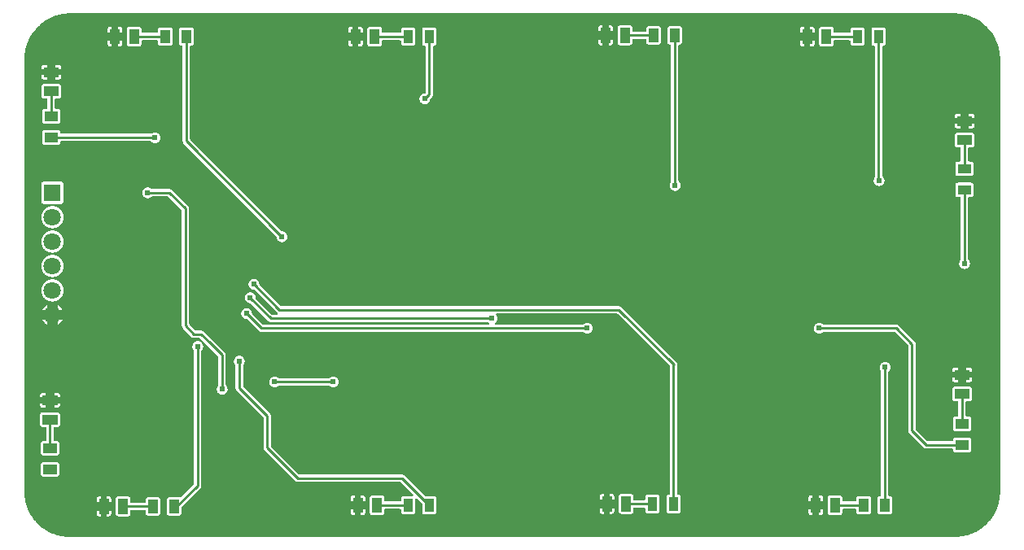
<source format=gbl>
G04 Layer: BottomLayer*
G04 EasyEDA v6.4.7, 2020-12-24T11:11:18+08:00*
G04 a96b1d35a67042aea81d214db1df88de,0371d748834c44ad86c168cee136e782,10*
G04 Gerber Generator version 0.2*
G04 Scale: 100 percent, Rotated: No, Reflected: No *
G04 Dimensions in millimeters *
G04 leading zeros omitted , absolute positions ,3 integer and 3 decimal *
%FSLAX33Y33*%
%MOMM*%
G90*
D02*

%ADD10C,0.254000*%
%ADD12C,0.610006*%
%ADD18C,1.799996*%
%ADD19R,1.799996X1.799996*%

%LPD*%
G36*
G01X97000Y54743D02*
G01X4999Y54743D01*
G01X4900Y54742D01*
G01X4801Y54739D01*
G01X4702Y54734D01*
G01X4603Y54726D01*
G01X4504Y54717D01*
G01X4405Y54706D01*
G01X4307Y54692D01*
G01X4208Y54677D01*
G01X4111Y54659D01*
G01X4013Y54639D01*
G01X3916Y54618D01*
G01X3820Y54594D01*
G01X3724Y54568D01*
G01X3628Y54540D01*
G01X3534Y54511D01*
G01X3440Y54479D01*
G01X3346Y54445D01*
G01X3253Y54410D01*
G01X3161Y54372D01*
G01X3070Y54333D01*
G01X2980Y54291D01*
G01X2890Y54248D01*
G01X2802Y54203D01*
G01X2714Y54156D01*
G01X2628Y54107D01*
G01X2542Y54057D01*
G01X2458Y54005D01*
G01X2292Y53895D01*
G01X2211Y53837D01*
G01X2132Y53778D01*
G01X2053Y53717D01*
G01X1976Y53654D01*
G01X1900Y53590D01*
G01X1826Y53525D01*
G01X1752Y53457D01*
G01X1681Y53389D01*
G01X1610Y53318D01*
G01X1542Y53247D01*
G01X1474Y53173D01*
G01X1409Y53099D01*
G01X1345Y53023D01*
G01X1282Y52946D01*
G01X1221Y52867D01*
G01X1162Y52788D01*
G01X1104Y52707D01*
G01X994Y52541D01*
G01X942Y52457D01*
G01X892Y52371D01*
G01X843Y52285D01*
G01X796Y52197D01*
G01X751Y52109D01*
G01X707Y52019D01*
G01X666Y51929D01*
G01X627Y51838D01*
G01X589Y51746D01*
G01X554Y51653D01*
G01X520Y51559D01*
G01X488Y51465D01*
G01X459Y51371D01*
G01X431Y51275D01*
G01X405Y51179D01*
G01X381Y51083D01*
G01X360Y50986D01*
G01X340Y50888D01*
G01X322Y50791D01*
G01X307Y50692D01*
G01X293Y50594D01*
G01X282Y50495D01*
G01X273Y50396D01*
G01X265Y50297D01*
G01X260Y50198D01*
G01X257Y50099D01*
G01X256Y50000D01*
G01X256Y4999D01*
G01X257Y4900D01*
G01X260Y4801D01*
G01X265Y4702D01*
G01X273Y4603D01*
G01X282Y4504D01*
G01X293Y4405D01*
G01X307Y4307D01*
G01X322Y4208D01*
G01X340Y4111D01*
G01X360Y4013D01*
G01X381Y3916D01*
G01X405Y3820D01*
G01X431Y3724D01*
G01X459Y3628D01*
G01X488Y3534D01*
G01X520Y3440D01*
G01X554Y3346D01*
G01X589Y3253D01*
G01X627Y3161D01*
G01X666Y3070D01*
G01X707Y2980D01*
G01X751Y2890D01*
G01X796Y2802D01*
G01X843Y2714D01*
G01X892Y2628D01*
G01X942Y2542D01*
G01X994Y2458D01*
G01X1104Y2292D01*
G01X1162Y2211D01*
G01X1221Y2132D01*
G01X1282Y2053D01*
G01X1345Y1976D01*
G01X1409Y1900D01*
G01X1474Y1826D01*
G01X1542Y1752D01*
G01X1610Y1681D01*
G01X1681Y1610D01*
G01X1752Y1542D01*
G01X1826Y1474D01*
G01X1900Y1409D01*
G01X1976Y1345D01*
G01X2053Y1282D01*
G01X2132Y1221D01*
G01X2211Y1162D01*
G01X2292Y1104D01*
G01X2458Y994D01*
G01X2542Y942D01*
G01X2628Y892D01*
G01X2714Y843D01*
G01X2802Y796D01*
G01X2890Y751D01*
G01X2980Y707D01*
G01X3070Y666D01*
G01X3161Y627D01*
G01X3253Y589D01*
G01X3346Y554D01*
G01X3440Y520D01*
G01X3534Y488D01*
G01X3628Y459D01*
G01X3724Y431D01*
G01X3820Y405D01*
G01X3916Y381D01*
G01X4013Y360D01*
G01X4111Y340D01*
G01X4208Y322D01*
G01X4307Y307D01*
G01X4405Y293D01*
G01X4504Y282D01*
G01X4603Y273D01*
G01X4702Y265D01*
G01X4801Y260D01*
G01X4900Y257D01*
G01X4999Y256D01*
G01X97000Y256D01*
G01X97099Y257D01*
G01X97198Y260D01*
G01X97297Y265D01*
G01X97396Y273D01*
G01X97495Y282D01*
G01X97594Y293D01*
G01X97692Y307D01*
G01X97791Y322D01*
G01X97888Y340D01*
G01X97986Y360D01*
G01X98083Y381D01*
G01X98179Y405D01*
G01X98275Y431D01*
G01X98371Y459D01*
G01X98465Y488D01*
G01X98559Y520D01*
G01X98653Y554D01*
G01X98746Y589D01*
G01X98838Y627D01*
G01X98929Y666D01*
G01X99019Y707D01*
G01X99109Y751D01*
G01X99197Y796D01*
G01X99285Y843D01*
G01X99371Y892D01*
G01X99457Y942D01*
G01X99541Y994D01*
G01X99707Y1104D01*
G01X99788Y1162D01*
G01X99867Y1221D01*
G01X99946Y1282D01*
G01X100023Y1345D01*
G01X100099Y1409D01*
G01X100173Y1474D01*
G01X100247Y1542D01*
G01X100318Y1610D01*
G01X100389Y1681D01*
G01X100457Y1752D01*
G01X100525Y1826D01*
G01X100590Y1900D01*
G01X100654Y1976D01*
G01X100717Y2053D01*
G01X100778Y2132D01*
G01X100837Y2211D01*
G01X100895Y2292D01*
G01X101005Y2458D01*
G01X101057Y2542D01*
G01X101107Y2628D01*
G01X101156Y2714D01*
G01X101203Y2802D01*
G01X101248Y2890D01*
G01X101291Y2980D01*
G01X101333Y3070D01*
G01X101372Y3161D01*
G01X101410Y3253D01*
G01X101445Y3346D01*
G01X101479Y3440D01*
G01X101511Y3534D01*
G01X101540Y3628D01*
G01X101568Y3724D01*
G01X101594Y3820D01*
G01X101618Y3916D01*
G01X101639Y4013D01*
G01X101659Y4111D01*
G01X101677Y4208D01*
G01X101692Y4307D01*
G01X101706Y4405D01*
G01X101717Y4504D01*
G01X101726Y4603D01*
G01X101734Y4702D01*
G01X101739Y4801D01*
G01X101742Y4900D01*
G01X101743Y4999D01*
G01X101743Y50000D01*
G01X101742Y50099D01*
G01X101739Y50198D01*
G01X101734Y50297D01*
G01X101726Y50396D01*
G01X101717Y50495D01*
G01X101706Y50594D01*
G01X101692Y50692D01*
G01X101677Y50791D01*
G01X101659Y50888D01*
G01X101639Y50986D01*
G01X101618Y51083D01*
G01X101594Y51179D01*
G01X101568Y51275D01*
G01X101540Y51371D01*
G01X101511Y51465D01*
G01X101479Y51559D01*
G01X101445Y51653D01*
G01X101410Y51746D01*
G01X101372Y51838D01*
G01X101333Y51929D01*
G01X101291Y52019D01*
G01X101248Y52109D01*
G01X101203Y52197D01*
G01X101156Y52285D01*
G01X101107Y52371D01*
G01X101057Y52457D01*
G01X101005Y52541D01*
G01X100895Y52707D01*
G01X100837Y52788D01*
G01X100778Y52867D01*
G01X100717Y52946D01*
G01X100654Y53023D01*
G01X100590Y53099D01*
G01X100525Y53173D01*
G01X100457Y53247D01*
G01X100389Y53318D01*
G01X100318Y53389D01*
G01X100247Y53457D01*
G01X100173Y53525D01*
G01X100099Y53590D01*
G01X100023Y53654D01*
G01X99946Y53717D01*
G01X99867Y53778D01*
G01X99788Y53837D01*
G01X99707Y53895D01*
G01X99541Y54005D01*
G01X99457Y54057D01*
G01X99371Y54107D01*
G01X99285Y54156D01*
G01X99197Y54203D01*
G01X99109Y54248D01*
G01X99019Y54291D01*
G01X98929Y54333D01*
G01X98838Y54372D01*
G01X98746Y54410D01*
G01X98653Y54445D01*
G01X98559Y54479D01*
G01X98465Y54511D01*
G01X98371Y54540D01*
G01X98275Y54568D01*
G01X98179Y54594D01*
G01X98083Y54618D01*
G01X97986Y54639D01*
G01X97888Y54659D01*
G01X97791Y54677D01*
G01X97692Y54692D01*
G01X97594Y54706D01*
G01X97495Y54717D01*
G01X97396Y54726D01*
G01X97297Y54734D01*
G01X97198Y54739D01*
G01X97099Y54742D01*
G01X97000Y54743D01*
G37*

%LPC*%
G36*
G01X24164Y27103D02*
G01X24130Y27104D01*
G01X24096Y27103D01*
G01X24062Y27100D01*
G01X24028Y27095D01*
G01X23995Y27088D01*
G01X23962Y27079D01*
G01X23930Y27068D01*
G01X23899Y27055D01*
G01X23869Y27040D01*
G01X23839Y27023D01*
G01X23811Y27005D01*
G01X23783Y26985D01*
G01X23757Y26963D01*
G01X23732Y26940D01*
G01X23709Y26915D01*
G01X23687Y26889D01*
G01X23667Y26861D01*
G01X23649Y26833D01*
G01X23632Y26803D01*
G01X23617Y26773D01*
G01X23604Y26742D01*
G01X23593Y26710D01*
G01X23584Y26677D01*
G01X23577Y26644D01*
G01X23572Y26610D01*
G01X23569Y26576D01*
G01X23568Y26543D01*
G01X23569Y26508D01*
G01X23572Y26474D01*
G01X23577Y26440D01*
G01X23585Y26406D01*
G01X23594Y26373D01*
G01X23606Y26340D01*
G01X23619Y26308D01*
G01X23634Y26278D01*
G01X23652Y26248D01*
G01X23671Y26219D01*
G01X23691Y26191D01*
G01X23714Y26165D01*
G01X23738Y26140D01*
G01X23763Y26117D01*
G01X23790Y26095D01*
G01X23818Y26075D01*
G01X23847Y26057D01*
G01X23878Y26041D01*
G01X23909Y26026D01*
G01X23941Y26014D01*
G01X23974Y26003D01*
G01X24007Y25994D01*
G01X24041Y25988D01*
G01X24075Y25984D01*
G01X24110Y25981D01*
G01X24125Y25980D01*
G01X24140Y25976D01*
G01X24154Y25970D01*
G01X24166Y25962D01*
G01X24178Y25952D01*
G01X26525Y23604D01*
G01X26553Y23579D01*
G01X26584Y23556D01*
G01X26597Y23546D01*
G01X26608Y23534D01*
G01X26617Y23520D01*
G01X26624Y23504D01*
G01X26628Y23488D01*
G01X26629Y23472D01*
G01X26628Y23457D01*
G01X26625Y23443D01*
G01X26620Y23429D01*
G01X26613Y23417D01*
G01X26604Y23405D01*
G01X26594Y23395D01*
G01X26583Y23386D01*
G01X26570Y23379D01*
G01X26556Y23374D01*
G01X26542Y23371D01*
G01X26528Y23370D01*
G01X26108Y23370D01*
G01X26093Y23371D01*
G01X26077Y23375D01*
G01X26062Y23381D01*
G01X26049Y23389D01*
G01X26037Y23400D01*
G01X24339Y25097D01*
G01X24329Y25109D01*
G01X24321Y25121D01*
G01X24315Y25135D01*
G01X24311Y25150D01*
G01X24310Y25165D01*
G01X24307Y25200D01*
G01X24303Y25234D01*
G01X24297Y25268D01*
G01X24288Y25301D01*
G01X24277Y25334D01*
G01X24265Y25366D01*
G01X24250Y25397D01*
G01X24234Y25428D01*
G01X24216Y25457D01*
G01X24196Y25485D01*
G01X24174Y25512D01*
G01X24151Y25537D01*
G01X24126Y25561D01*
G01X24100Y25584D01*
G01X24072Y25604D01*
G01X24043Y25623D01*
G01X24013Y25641D01*
G01X23983Y25656D01*
G01X23951Y25669D01*
G01X23918Y25681D01*
G01X23885Y25690D01*
G01X23851Y25698D01*
G01X23817Y25703D01*
G01X23783Y25706D01*
G01X23749Y25707D01*
G01X23715Y25706D01*
G01X23681Y25703D01*
G01X23647Y25698D01*
G01X23614Y25691D01*
G01X23581Y25682D01*
G01X23549Y25671D01*
G01X23518Y25658D01*
G01X23488Y25643D01*
G01X23458Y25626D01*
G01X23430Y25608D01*
G01X23402Y25588D01*
G01X23376Y25566D01*
G01X23351Y25543D01*
G01X23328Y25518D01*
G01X23306Y25492D01*
G01X23286Y25464D01*
G01X23268Y25436D01*
G01X23251Y25406D01*
G01X23236Y25376D01*
G01X23223Y25345D01*
G01X23212Y25313D01*
G01X23203Y25280D01*
G01X23196Y25247D01*
G01X23191Y25213D01*
G01X23188Y25179D01*
G01X23187Y25146D01*
G01X23188Y25111D01*
G01X23191Y25077D01*
G01X23196Y25043D01*
G01X23204Y25009D01*
G01X23213Y24976D01*
G01X23225Y24943D01*
G01X23238Y24911D01*
G01X23253Y24881D01*
G01X23271Y24851D01*
G01X23290Y24822D01*
G01X23310Y24794D01*
G01X23333Y24768D01*
G01X23357Y24743D01*
G01X23382Y24720D01*
G01X23409Y24698D01*
G01X23437Y24678D01*
G01X23466Y24660D01*
G01X23497Y24644D01*
G01X23528Y24629D01*
G01X23560Y24617D01*
G01X23593Y24606D01*
G01X23626Y24597D01*
G01X23660Y24591D01*
G01X23694Y24587D01*
G01X23729Y24584D01*
G01X23744Y24583D01*
G01X23759Y24579D01*
G01X23773Y24573D01*
G01X23785Y24565D01*
G01X23797Y24555D01*
G01X25636Y22715D01*
G01X25658Y22695D01*
G01X25682Y22676D01*
G01X25707Y22659D01*
G01X25733Y22645D01*
G01X25761Y22632D01*
G01X25789Y22622D01*
G01X25818Y22614D01*
G01X25848Y22608D01*
G01X25877Y22604D01*
G01X25908Y22603D01*
G01X48442Y22603D01*
G01X48458Y22602D01*
G01X48472Y22598D01*
G01X48487Y22593D01*
G01X48500Y22585D01*
G01X48512Y22576D01*
G01X48558Y22537D01*
G01X48570Y22527D01*
G01X48580Y22515D01*
G01X48588Y22501D01*
G01X48594Y22487D01*
G01X48597Y22471D01*
G01X48599Y22456D01*
G01X48598Y22441D01*
G01X48595Y22427D01*
G01X48589Y22413D01*
G01X48583Y22401D01*
G01X48574Y22389D01*
G01X48564Y22379D01*
G01X48552Y22370D01*
G01X48539Y22363D01*
G01X48526Y22358D01*
G01X48512Y22355D01*
G01X48497Y22354D01*
G01X25092Y22354D01*
G01X25077Y22355D01*
G01X25061Y22359D01*
G01X25046Y22365D01*
G01X25033Y22373D01*
G01X25021Y22384D01*
G01X23958Y23446D01*
G01X23948Y23458D01*
G01X23940Y23470D01*
G01X23934Y23484D01*
G01X23930Y23499D01*
G01X23929Y23514D01*
G01X23926Y23549D01*
G01X23922Y23583D01*
G01X23916Y23617D01*
G01X23907Y23650D01*
G01X23896Y23683D01*
G01X23884Y23715D01*
G01X23869Y23746D01*
G01X23853Y23777D01*
G01X23835Y23806D01*
G01X23815Y23834D01*
G01X23793Y23861D01*
G01X23770Y23886D01*
G01X23745Y23910D01*
G01X23719Y23933D01*
G01X23691Y23953D01*
G01X23662Y23972D01*
G01X23632Y23990D01*
G01X23602Y24005D01*
G01X23570Y24018D01*
G01X23537Y24030D01*
G01X23504Y24039D01*
G01X23470Y24047D01*
G01X23436Y24052D01*
G01X23402Y24055D01*
G01X23368Y24056D01*
G01X23334Y24055D01*
G01X23300Y24052D01*
G01X23266Y24047D01*
G01X23233Y24040D01*
G01X23200Y24031D01*
G01X23168Y24020D01*
G01X23137Y24007D01*
G01X23107Y23992D01*
G01X23077Y23975D01*
G01X23049Y23957D01*
G01X23021Y23937D01*
G01X22995Y23915D01*
G01X22970Y23892D01*
G01X22947Y23867D01*
G01X22925Y23841D01*
G01X22905Y23813D01*
G01X22887Y23785D01*
G01X22870Y23755D01*
G01X22855Y23725D01*
G01X22842Y23694D01*
G01X22831Y23662D01*
G01X22822Y23629D01*
G01X22815Y23596D01*
G01X22810Y23562D01*
G01X22807Y23528D01*
G01X22806Y23495D01*
G01X22807Y23460D01*
G01X22810Y23426D01*
G01X22815Y23392D01*
G01X22823Y23358D01*
G01X22832Y23325D01*
G01X22844Y23292D01*
G01X22857Y23260D01*
G01X22872Y23230D01*
G01X22890Y23200D01*
G01X22909Y23171D01*
G01X22929Y23143D01*
G01X22952Y23117D01*
G01X22976Y23092D01*
G01X23001Y23069D01*
G01X23028Y23047D01*
G01X23056Y23027D01*
G01X23085Y23009D01*
G01X23116Y22993D01*
G01X23147Y22978D01*
G01X23179Y22966D01*
G01X23212Y22955D01*
G01X23245Y22946D01*
G01X23279Y22940D01*
G01X23313Y22936D01*
G01X23348Y22933D01*
G01X23363Y22932D01*
G01X23378Y22928D01*
G01X23392Y22922D01*
G01X23404Y22914D01*
G01X23416Y22904D01*
G01X24620Y21699D01*
G01X24642Y21679D01*
G01X24666Y21660D01*
G01X24691Y21643D01*
G01X24717Y21629D01*
G01X24745Y21616D01*
G01X24773Y21606D01*
G01X24802Y21598D01*
G01X24832Y21592D01*
G01X24861Y21588D01*
G01X24892Y21587D01*
G01X58348Y21587D01*
G01X58364Y21586D01*
G01X58378Y21582D01*
G01X58393Y21577D01*
G01X58406Y21569D01*
G01X58418Y21560D01*
G01X58444Y21537D01*
G01X58472Y21515D01*
G01X58501Y21496D01*
G01X58531Y21478D01*
G01X58563Y21462D01*
G01X58595Y21448D01*
G01X58628Y21436D01*
G01X58662Y21426D01*
G01X58696Y21419D01*
G01X58730Y21413D01*
G01X58765Y21410D01*
G01X58801Y21409D01*
G01X58834Y21410D01*
G01X58868Y21413D01*
G01X58902Y21418D01*
G01X58935Y21425D01*
G01X58968Y21434D01*
G01X59000Y21445D01*
G01X59031Y21458D01*
G01X59061Y21473D01*
G01X59091Y21490D01*
G01X59119Y21508D01*
G01X59147Y21528D01*
G01X59173Y21550D01*
G01X59198Y21573D01*
G01X59221Y21598D01*
G01X59243Y21624D01*
G01X59263Y21652D01*
G01X59281Y21680D01*
G01X59298Y21710D01*
G01X59313Y21740D01*
G01X59326Y21771D01*
G01X59337Y21803D01*
G01X59346Y21836D01*
G01X59353Y21869D01*
G01X59358Y21903D01*
G01X59361Y21937D01*
G01X59362Y21971D01*
G01X59361Y22004D01*
G01X59358Y22038D01*
G01X59353Y22072D01*
G01X59346Y22105D01*
G01X59337Y22138D01*
G01X59326Y22170D01*
G01X59313Y22201D01*
G01X59298Y22231D01*
G01X59281Y22261D01*
G01X59263Y22289D01*
G01X59243Y22317D01*
G01X59221Y22343D01*
G01X59198Y22368D01*
G01X59173Y22391D01*
G01X59147Y22413D01*
G01X59119Y22433D01*
G01X59091Y22451D01*
G01X59061Y22468D01*
G01X59031Y22483D01*
G01X59000Y22496D01*
G01X58968Y22507D01*
G01X58935Y22516D01*
G01X58902Y22523D01*
G01X58868Y22528D01*
G01X58834Y22531D01*
G01X58801Y22532D01*
G01X58765Y22531D01*
G01X58730Y22528D01*
G01X58696Y22522D01*
G01X58662Y22515D01*
G01X58628Y22505D01*
G01X58595Y22493D01*
G01X58563Y22479D01*
G01X58531Y22463D01*
G01X58501Y22445D01*
G01X58472Y22426D01*
G01X58444Y22404D01*
G01X58418Y22381D01*
G01X58406Y22372D01*
G01X58393Y22364D01*
G01X58378Y22359D01*
G01X58364Y22355D01*
G01X58348Y22354D01*
G01X49292Y22354D01*
G01X49277Y22355D01*
G01X49263Y22358D01*
G01X49250Y22363D01*
G01X49237Y22370D01*
G01X49225Y22379D01*
G01X49215Y22389D01*
G01X49206Y22401D01*
G01X49200Y22413D01*
G01X49194Y22427D01*
G01X49191Y22441D01*
G01X49190Y22456D01*
G01X49192Y22471D01*
G01X49195Y22487D01*
G01X49201Y22501D01*
G01X49209Y22515D01*
G01X49219Y22527D01*
G01X49231Y22537D01*
G01X49258Y22559D01*
G01X49284Y22582D01*
G01X49308Y22607D01*
G01X49331Y22633D01*
G01X49352Y22661D01*
G01X49371Y22690D01*
G01X49389Y22720D01*
G01X49404Y22751D01*
G01X49418Y22783D01*
G01X49429Y22816D01*
G01X49439Y22849D01*
G01X49446Y22883D01*
G01X49452Y22917D01*
G01X49455Y22952D01*
G01X49456Y22987D01*
G01X49455Y23023D01*
G01X49451Y23060D01*
G01X49445Y23096D01*
G01X49437Y23132D01*
G01X49426Y23167D01*
G01X49413Y23201D01*
G01X49398Y23235D01*
G01X49381Y23267D01*
G01X49361Y23299D01*
G01X49340Y23328D01*
G01X49331Y23342D01*
G01X49324Y23358D01*
G01X49320Y23374D01*
G01X49319Y23390D01*
G01X49320Y23405D01*
G01X49323Y23419D01*
G01X49328Y23433D01*
G01X49335Y23445D01*
G01X49344Y23457D01*
G01X49354Y23467D01*
G01X49366Y23476D01*
G01X49378Y23483D01*
G01X49392Y23488D01*
G01X49406Y23491D01*
G01X49420Y23492D01*
G01X61902Y23492D01*
G01X61917Y23491D01*
G01X61933Y23487D01*
G01X61948Y23481D01*
G01X61961Y23473D01*
G01X61973Y23462D01*
G01X67361Y18074D01*
G01X67372Y18062D01*
G01X67380Y18049D01*
G01X67386Y18034D01*
G01X67390Y18018D01*
G01X67391Y18003D01*
G01X67391Y4741D01*
G01X67390Y4726D01*
G01X67387Y4712D01*
G01X67382Y4698D01*
G01X67375Y4686D01*
G01X67366Y4674D01*
G01X67356Y4664D01*
G01X67344Y4655D01*
G01X67332Y4648D01*
G01X67318Y4643D01*
G01X67304Y4640D01*
G01X67289Y4639D01*
G01X67274Y4639D01*
G01X67251Y4638D01*
G01X67227Y4635D01*
G01X67204Y4629D01*
G01X67182Y4622D01*
G01X67160Y4612D01*
G01X67139Y4601D01*
G01X67120Y4587D01*
G01X67102Y4572D01*
G01X67085Y4555D01*
G01X67070Y4537D01*
G01X67056Y4518D01*
G01X67045Y4497D01*
G01X67035Y4475D01*
G01X67028Y4453D01*
G01X67022Y4430D01*
G01X67019Y4406D01*
G01X67018Y4382D01*
G01X67018Y2983D01*
G01X67019Y2959D01*
G01X67022Y2935D01*
G01X67028Y2912D01*
G01X67035Y2890D01*
G01X67045Y2868D01*
G01X67056Y2847D01*
G01X67070Y2828D01*
G01X67085Y2810D01*
G01X67102Y2793D01*
G01X67120Y2778D01*
G01X67139Y2764D01*
G01X67160Y2753D01*
G01X67182Y2743D01*
G01X67204Y2736D01*
G01X67227Y2730D01*
G01X67251Y2727D01*
G01X67274Y2726D01*
G01X68274Y2726D01*
G01X68298Y2727D01*
G01X68322Y2730D01*
G01X68345Y2736D01*
G01X68367Y2743D01*
G01X68389Y2753D01*
G01X68409Y2764D01*
G01X68429Y2778D01*
G01X68447Y2793D01*
G01X68464Y2810D01*
G01X68479Y2828D01*
G01X68493Y2847D01*
G01X68504Y2868D01*
G01X68514Y2890D01*
G01X68521Y2912D01*
G01X68527Y2935D01*
G01X68530Y2959D01*
G01X68531Y2983D01*
G01X68531Y4382D01*
G01X68530Y4406D01*
G01X68527Y4430D01*
G01X68521Y4453D01*
G01X68514Y4475D01*
G01X68504Y4497D01*
G01X68493Y4518D01*
G01X68479Y4537D01*
G01X68464Y4555D01*
G01X68447Y4572D01*
G01X68429Y4587D01*
G01X68409Y4601D01*
G01X68389Y4612D01*
G01X68367Y4622D01*
G01X68345Y4629D01*
G01X68322Y4635D01*
G01X68298Y4638D01*
G01X68274Y4639D01*
G01X68260Y4639D01*
G01X68245Y4640D01*
G01X68231Y4643D01*
G01X68217Y4648D01*
G01X68205Y4655D01*
G01X68193Y4664D01*
G01X68183Y4674D01*
G01X68174Y4686D01*
G01X68167Y4698D01*
G01X68162Y4712D01*
G01X68159Y4726D01*
G01X68158Y4741D01*
G01X68158Y17961D01*
G01X68159Y17975D01*
G01X68162Y17989D01*
G01X68167Y18003D01*
G01X68179Y18033D01*
G01X68189Y18064D01*
G01X68196Y18096D01*
G01X68200Y18128D01*
G01X68201Y18161D01*
G01X68200Y18191D01*
G01X68196Y18220D01*
G01X68190Y18250D01*
G01X68182Y18279D01*
G01X68172Y18307D01*
G01X68159Y18335D01*
G01X68145Y18361D01*
G01X68128Y18386D01*
G01X68109Y18410D01*
G01X68089Y18432D01*
G01X62374Y24147D01*
G01X62352Y24167D01*
G01X62328Y24186D01*
G01X62303Y24203D01*
G01X62277Y24217D01*
G01X62249Y24230D01*
G01X62221Y24240D01*
G01X62192Y24248D01*
G01X62162Y24254D01*
G01X62133Y24258D01*
G01X62103Y24259D01*
G01X26997Y24259D01*
G01X26982Y24260D01*
G01X26966Y24264D01*
G01X26951Y24270D01*
G01X26938Y24278D01*
G01X26926Y24289D01*
G01X24720Y26494D01*
G01X24710Y26506D01*
G01X24702Y26518D01*
G01X24696Y26532D01*
G01X24692Y26547D01*
G01X24691Y26562D01*
G01X24688Y26597D01*
G01X24684Y26631D01*
G01X24678Y26665D01*
G01X24669Y26698D01*
G01X24658Y26731D01*
G01X24646Y26763D01*
G01X24631Y26794D01*
G01X24615Y26825D01*
G01X24597Y26854D01*
G01X24577Y26882D01*
G01X24555Y26909D01*
G01X24532Y26934D01*
G01X24507Y26958D01*
G01X24481Y26981D01*
G01X24453Y27001D01*
G01X24424Y27020D01*
G01X24394Y27038D01*
G01X24364Y27053D01*
G01X24332Y27066D01*
G01X24299Y27078D01*
G01X24266Y27087D01*
G01X24232Y27095D01*
G01X24198Y27100D01*
G01X24164Y27103D01*
G37*
G36*
G01X22642Y19102D02*
G01X22608Y19103D01*
G01X22574Y19102D01*
G01X22540Y19099D01*
G01X22507Y19094D01*
G01X22474Y19087D01*
G01X22441Y19078D01*
G01X22409Y19067D01*
G01X22378Y19054D01*
G01X22347Y19039D01*
G01X22318Y19022D01*
G01X22289Y19004D01*
G01X22262Y18984D01*
G01X22236Y18962D01*
G01X22211Y18939D01*
G01X22188Y18914D01*
G01X22166Y18888D01*
G01X22146Y18860D01*
G01X22127Y18832D01*
G01X22111Y18802D01*
G01X22096Y18772D01*
G01X22083Y18741D01*
G01X22072Y18709D01*
G01X22063Y18676D01*
G01X22056Y18643D01*
G01X22051Y18609D01*
G01X22048Y18575D01*
G01X22046Y18542D01*
G01X22048Y18506D01*
G01X22051Y18471D01*
G01X22056Y18437D01*
G01X22064Y18403D01*
G01X22074Y18369D01*
G01X22086Y18336D01*
G01X22099Y18304D01*
G01X22115Y18272D01*
G01X22133Y18242D01*
G01X22153Y18213D01*
G01X22174Y18185D01*
G01X22197Y18159D01*
G01X22207Y18147D01*
G01X22214Y18134D01*
G01X22220Y18119D01*
G01X22223Y18105D01*
G01X22225Y18089D01*
G01X22225Y15745D01*
G01X22226Y15715D01*
G01X22229Y15685D01*
G01X22235Y15655D01*
G01X22243Y15626D01*
G01X22254Y15598D01*
G01X22266Y15571D01*
G01X22281Y15545D01*
G01X22298Y15520D01*
G01X22316Y15496D01*
G01X22337Y15474D01*
G01X25113Y12697D01*
G01X25124Y12685D01*
G01X25132Y12672D01*
G01X25138Y12657D01*
G01X25142Y12641D01*
G01X25143Y12626D01*
G01X25143Y9525D01*
G01X25144Y9494D01*
G01X25148Y9465D01*
G01X25154Y9435D01*
G01X25162Y9406D01*
G01X25172Y9378D01*
G01X25185Y9350D01*
G01X25199Y9324D01*
G01X25216Y9299D01*
G01X25235Y9275D01*
G01X25255Y9253D01*
G01X28430Y6078D01*
G01X28452Y6058D01*
G01X28476Y6039D01*
G01X28501Y6022D01*
G01X28527Y6008D01*
G01X28555Y5995D01*
G01X28583Y5985D01*
G01X28612Y5977D01*
G01X28642Y5971D01*
G01X28671Y5967D01*
G01X28702Y5966D01*
G01X39379Y5966D01*
G01X39395Y5965D01*
G01X39411Y5961D01*
G01X39426Y5955D01*
G01X39439Y5947D01*
G01X39451Y5936D01*
G01X40702Y4685D01*
G01X40712Y4673D01*
G01X40721Y4660D01*
G01X40727Y4645D01*
G01X40731Y4630D01*
G01X40732Y4614D01*
G01X40731Y4599D01*
G01X40728Y4585D01*
G01X40723Y4571D01*
G01X40716Y4559D01*
G01X40707Y4547D01*
G01X40697Y4537D01*
G01X40685Y4528D01*
G01X40672Y4521D01*
G01X40659Y4516D01*
G01X40645Y4513D01*
G01X40630Y4512D01*
G01X39674Y4512D01*
G01X39651Y4511D01*
G01X39627Y4508D01*
G01X39604Y4502D01*
G01X39582Y4495D01*
G01X39560Y4485D01*
G01X39539Y4474D01*
G01X39520Y4460D01*
G01X39502Y4445D01*
G01X39485Y4428D01*
G01X39470Y4410D01*
G01X39456Y4391D01*
G01X39445Y4370D01*
G01X39435Y4348D01*
G01X39428Y4326D01*
G01X39422Y4303D01*
G01X39419Y4279D01*
G01X39418Y4255D01*
G01X39418Y4041D01*
G01X39417Y4026D01*
G01X39414Y4012D01*
G01X39409Y3998D01*
G01X39402Y3986D01*
G01X39393Y3974D01*
G01X39383Y3964D01*
G01X39371Y3955D01*
G01X39359Y3948D01*
G01X39345Y3943D01*
G01X39331Y3940D01*
G01X39316Y3939D01*
G01X37799Y3939D01*
G01X37784Y3940D01*
G01X37770Y3943D01*
G01X37756Y3948D01*
G01X37744Y3955D01*
G01X37732Y3964D01*
G01X37722Y3974D01*
G01X37713Y3986D01*
G01X37706Y3998D01*
G01X37701Y4012D01*
G01X37698Y4026D01*
G01X37697Y4041D01*
G01X37697Y4331D01*
G01X37696Y4354D01*
G01X37693Y4378D01*
G01X37687Y4401D01*
G01X37680Y4423D01*
G01X37670Y4445D01*
G01X37659Y4466D01*
G01X37645Y4485D01*
G01X37630Y4503D01*
G01X37613Y4520D01*
G01X37595Y4535D01*
G01X37576Y4549D01*
G01X37555Y4560D01*
G01X37533Y4570D01*
G01X37511Y4577D01*
G01X37488Y4583D01*
G01X37464Y4586D01*
G01X37440Y4587D01*
G01X36440Y4587D01*
G01X36417Y4586D01*
G01X36393Y4583D01*
G01X36370Y4577D01*
G01X36348Y4570D01*
G01X36326Y4560D01*
G01X36305Y4549D01*
G01X36286Y4535D01*
G01X36268Y4520D01*
G01X36251Y4503D01*
G01X36236Y4485D01*
G01X36222Y4466D01*
G01X36211Y4445D01*
G01X36201Y4423D01*
G01X36194Y4401D01*
G01X36188Y4378D01*
G01X36185Y4354D01*
G01X36184Y4331D01*
G01X36184Y2780D01*
G01X36185Y2757D01*
G01X36188Y2733D01*
G01X36194Y2710D01*
G01X36201Y2688D01*
G01X36211Y2666D01*
G01X36222Y2645D01*
G01X36236Y2626D01*
G01X36251Y2608D01*
G01X36268Y2591D01*
G01X36286Y2576D01*
G01X36305Y2562D01*
G01X36326Y2551D01*
G01X36348Y2541D01*
G01X36370Y2534D01*
G01X36393Y2528D01*
G01X36417Y2525D01*
G01X36440Y2524D01*
G01X37440Y2524D01*
G01X37464Y2525D01*
G01X37488Y2528D01*
G01X37511Y2534D01*
G01X37533Y2541D01*
G01X37555Y2551D01*
G01X37576Y2562D01*
G01X37595Y2576D01*
G01X37613Y2591D01*
G01X37630Y2608D01*
G01X37645Y2626D01*
G01X37659Y2645D01*
G01X37670Y2666D01*
G01X37680Y2688D01*
G01X37687Y2710D01*
G01X37693Y2733D01*
G01X37696Y2757D01*
G01X37697Y2780D01*
G01X37697Y3070D01*
G01X37698Y3085D01*
G01X37701Y3099D01*
G01X37706Y3113D01*
G01X37713Y3125D01*
G01X37722Y3137D01*
G01X37732Y3147D01*
G01X37744Y3156D01*
G01X37756Y3163D01*
G01X37770Y3168D01*
G01X37784Y3171D01*
G01X37799Y3172D01*
G01X39316Y3172D01*
G01X39331Y3171D01*
G01X39345Y3168D01*
G01X39359Y3163D01*
G01X39371Y3156D01*
G01X39383Y3147D01*
G01X39393Y3137D01*
G01X39402Y3125D01*
G01X39409Y3112D01*
G01X39414Y3099D01*
G01X39417Y3085D01*
G01X39418Y3070D01*
G01X39418Y2856D01*
G01X39419Y2832D01*
G01X39422Y2808D01*
G01X39428Y2785D01*
G01X39435Y2763D01*
G01X39445Y2741D01*
G01X39456Y2720D01*
G01X39470Y2701D01*
G01X39485Y2683D01*
G01X39502Y2666D01*
G01X39520Y2651D01*
G01X39539Y2637D01*
G01X39560Y2626D01*
G01X39582Y2616D01*
G01X39604Y2609D01*
G01X39627Y2603D01*
G01X39651Y2600D01*
G01X39674Y2599D01*
G01X40674Y2599D01*
G01X40698Y2600D01*
G01X40722Y2603D01*
G01X40745Y2609D01*
G01X40767Y2616D01*
G01X40789Y2626D01*
G01X40810Y2637D01*
G01X40829Y2651D01*
G01X40847Y2666D01*
G01X40864Y2683D01*
G01X40879Y2701D01*
G01X40893Y2720D01*
G01X40904Y2741D01*
G01X40914Y2763D01*
G01X40921Y2785D01*
G01X40927Y2808D01*
G01X40930Y2832D01*
G01X40931Y2856D01*
G01X40931Y4211D01*
G01X40932Y4226D01*
G01X40935Y4240D01*
G01X40940Y4253D01*
G01X40947Y4266D01*
G01X40956Y4278D01*
G01X40966Y4288D01*
G01X40978Y4297D01*
G01X40990Y4304D01*
G01X41004Y4309D01*
G01X41018Y4312D01*
G01X41033Y4313D01*
G01X41048Y4312D01*
G01X41064Y4308D01*
G01X41079Y4302D01*
G01X41092Y4293D01*
G01X41104Y4283D01*
G01X41588Y3799D01*
G01X41599Y3787D01*
G01X41607Y3774D01*
G01X41613Y3759D01*
G01X41617Y3743D01*
G01X41618Y3728D01*
G01X41618Y2856D01*
G01X41619Y2832D01*
G01X41622Y2808D01*
G01X41628Y2785D01*
G01X41635Y2763D01*
G01X41645Y2741D01*
G01X41656Y2720D01*
G01X41670Y2701D01*
G01X41685Y2683D01*
G01X41702Y2666D01*
G01X41720Y2651D01*
G01X41739Y2637D01*
G01X41760Y2626D01*
G01X41782Y2616D01*
G01X41804Y2609D01*
G01X41827Y2603D01*
G01X41851Y2600D01*
G01X41874Y2599D01*
G01X42874Y2599D01*
G01X42898Y2600D01*
G01X42922Y2603D01*
G01X42945Y2609D01*
G01X42967Y2616D01*
G01X42989Y2626D01*
G01X43009Y2637D01*
G01X43029Y2651D01*
G01X43047Y2666D01*
G01X43064Y2683D01*
G01X43079Y2701D01*
G01X43093Y2720D01*
G01X43104Y2741D01*
G01X43114Y2763D01*
G01X43121Y2785D01*
G01X43127Y2808D01*
G01X43130Y2832D01*
G01X43131Y2856D01*
G01X43131Y4255D01*
G01X43130Y4279D01*
G01X43127Y4303D01*
G01X43121Y4326D01*
G01X43114Y4348D01*
G01X43104Y4370D01*
G01X43093Y4391D01*
G01X43079Y4410D01*
G01X43064Y4428D01*
G01X43047Y4445D01*
G01X43029Y4460D01*
G01X43009Y4474D01*
G01X42989Y4485D01*
G01X42967Y4495D01*
G01X42945Y4502D01*
G01X42922Y4508D01*
G01X42898Y4511D01*
G01X42874Y4512D01*
G01X42002Y4512D01*
G01X41986Y4513D01*
G01X41971Y4517D01*
G01X41956Y4523D01*
G01X41943Y4531D01*
G01X41931Y4542D01*
G01X39852Y6621D01*
G01X39830Y6641D01*
G01X39806Y6660D01*
G01X39781Y6677D01*
G01X39755Y6691D01*
G01X39727Y6704D01*
G01X39699Y6714D01*
G01X39670Y6722D01*
G01X39640Y6728D01*
G01X39611Y6732D01*
G01X39580Y6733D01*
G01X28902Y6733D01*
G01X28887Y6734D01*
G01X28871Y6738D01*
G01X28856Y6744D01*
G01X28843Y6752D01*
G01X28831Y6763D01*
G01X25940Y9654D01*
G01X25929Y9666D01*
G01X25921Y9679D01*
G01X25915Y9694D01*
G01X25911Y9710D01*
G01X25910Y9725D01*
G01X25910Y12827D01*
G01X25909Y12857D01*
G01X25905Y12886D01*
G01X25899Y12916D01*
G01X25891Y12945D01*
G01X25881Y12973D01*
G01X25868Y13001D01*
G01X25854Y13027D01*
G01X25837Y13052D01*
G01X25818Y13076D01*
G01X25798Y13098D01*
G01X23021Y15874D01*
G01X23011Y15886D01*
G01X23003Y15900D01*
G01X22997Y15915D01*
G01X22993Y15930D01*
G01X22992Y15946D01*
G01X22992Y18089D01*
G01X22993Y18105D01*
G01X22996Y18119D01*
G01X23002Y18134D01*
G01X23009Y18147D01*
G01X23019Y18159D01*
G01X23042Y18185D01*
G01X23063Y18213D01*
G01X23083Y18242D01*
G01X23101Y18272D01*
G01X23117Y18304D01*
G01X23131Y18336D01*
G01X23142Y18369D01*
G01X23152Y18403D01*
G01X23160Y18437D01*
G01X23165Y18471D01*
G01X23168Y18506D01*
G01X23170Y18542D01*
G01X23169Y18575D01*
G01X23165Y18609D01*
G01X23160Y18643D01*
G01X23153Y18676D01*
G01X23144Y18709D01*
G01X23133Y18741D01*
G01X23120Y18772D01*
G01X23105Y18802D01*
G01X23089Y18832D01*
G01X23070Y18860D01*
G01X23050Y18888D01*
G01X23028Y18914D01*
G01X23005Y18939D01*
G01X22980Y18962D01*
G01X22954Y18984D01*
G01X22927Y19004D01*
G01X22899Y19022D01*
G01X22869Y19039D01*
G01X22838Y19054D01*
G01X22807Y19067D01*
G01X22775Y19078D01*
G01X22742Y19087D01*
G01X22709Y19094D01*
G01X22676Y19099D01*
G01X22642Y19102D01*
G37*
G36*
G01X17601Y53280D02*
G01X16601Y53280D01*
G01X16578Y53279D01*
G01X16554Y53276D01*
G01X16531Y53270D01*
G01X16509Y53263D01*
G01X16487Y53253D01*
G01X16466Y53242D01*
G01X16447Y53228D01*
G01X16429Y53213D01*
G01X16412Y53196D01*
G01X16397Y53178D01*
G01X16383Y53159D01*
G01X16372Y53138D01*
G01X16362Y53116D01*
G01X16355Y53094D01*
G01X16349Y53071D01*
G01X16346Y53047D01*
G01X16345Y53023D01*
G01X16345Y51624D01*
G01X16346Y51600D01*
G01X16349Y51576D01*
G01X16355Y51553D01*
G01X16362Y51531D01*
G01X16372Y51509D01*
G01X16383Y51488D01*
G01X16397Y51469D01*
G01X16412Y51451D01*
G01X16429Y51434D01*
G01X16447Y51419D01*
G01X16466Y51405D01*
G01X16487Y51394D01*
G01X16509Y51384D01*
G01X16531Y51377D01*
G01X16554Y51371D01*
G01X16578Y51368D01*
G01X16601Y51367D01*
G01X16616Y51367D01*
G01X16631Y51366D01*
G01X16645Y51363D01*
G01X16659Y51358D01*
G01X16671Y51351D01*
G01X16683Y51342D01*
G01X16693Y51332D01*
G01X16702Y51320D01*
G01X16709Y51308D01*
G01X16714Y51294D01*
G01X16717Y51280D01*
G01X16718Y51265D01*
G01X16718Y41444D01*
G01X16719Y41414D01*
G01X16723Y41384D01*
G01X16729Y41355D01*
G01X16737Y41326D01*
G01X16747Y41298D01*
G01X16760Y41270D01*
G01X16774Y41244D01*
G01X16791Y41219D01*
G01X16810Y41195D01*
G01X16830Y41173D01*
G01X26460Y31544D01*
G01X26470Y31532D01*
G01X26478Y31520D01*
G01X26484Y31506D01*
G01X26488Y31491D01*
G01X26489Y31476D01*
G01X26492Y31441D01*
G01X26496Y31407D01*
G01X26502Y31373D01*
G01X26511Y31340D01*
G01X26522Y31307D01*
G01X26534Y31275D01*
G01X26549Y31244D01*
G01X26565Y31213D01*
G01X26583Y31184D01*
G01X26603Y31156D01*
G01X26625Y31129D01*
G01X26648Y31104D01*
G01X26673Y31080D01*
G01X26699Y31057D01*
G01X26727Y31037D01*
G01X26756Y31018D01*
G01X26786Y31000D01*
G01X26816Y30985D01*
G01X26848Y30972D01*
G01X26881Y30960D01*
G01X26914Y30951D01*
G01X26948Y30943D01*
G01X26982Y30938D01*
G01X27016Y30935D01*
G01X27051Y30934D01*
G01X27084Y30935D01*
G01X27118Y30938D01*
G01X27152Y30943D01*
G01X27185Y30950D01*
G01X27218Y30959D01*
G01X27250Y30970D01*
G01X27281Y30983D01*
G01X27311Y30998D01*
G01X27341Y31015D01*
G01X27369Y31033D01*
G01X27397Y31053D01*
G01X27423Y31075D01*
G01X27448Y31098D01*
G01X27471Y31123D01*
G01X27493Y31149D01*
G01X27513Y31177D01*
G01X27531Y31205D01*
G01X27548Y31235D01*
G01X27563Y31265D01*
G01X27576Y31296D01*
G01X27587Y31328D01*
G01X27596Y31361D01*
G01X27603Y31394D01*
G01X27608Y31428D01*
G01X27611Y31462D01*
G01X27612Y31496D01*
G01X27611Y31530D01*
G01X27608Y31564D01*
G01X27603Y31598D01*
G01X27595Y31632D01*
G01X27586Y31665D01*
G01X27574Y31698D01*
G01X27561Y31730D01*
G01X27546Y31760D01*
G01X27528Y31790D01*
G01X27509Y31819D01*
G01X27489Y31847D01*
G01X27466Y31873D01*
G01X27442Y31898D01*
G01X27417Y31921D01*
G01X27390Y31943D01*
G01X27362Y31963D01*
G01X27333Y31981D01*
G01X27302Y31997D01*
G01X27271Y32012D01*
G01X27239Y32024D01*
G01X27206Y32035D01*
G01X27173Y32044D01*
G01X27139Y32050D01*
G01X27105Y32054D01*
G01X27070Y32057D01*
G01X27055Y32058D01*
G01X27040Y32062D01*
G01X27026Y32068D01*
G01X27014Y32076D01*
G01X27002Y32086D01*
G01X17515Y41574D01*
G01X17504Y41586D01*
G01X17496Y41599D01*
G01X17490Y41614D01*
G01X17486Y41630D01*
G01X17485Y41645D01*
G01X17485Y51265D01*
G01X17486Y51280D01*
G01X17489Y51294D01*
G01X17494Y51308D01*
G01X17501Y51320D01*
G01X17510Y51332D01*
G01X17520Y51342D01*
G01X17532Y51351D01*
G01X17544Y51358D01*
G01X17558Y51363D01*
G01X17572Y51366D01*
G01X17587Y51367D01*
G01X17601Y51367D01*
G01X17625Y51368D01*
G01X17649Y51371D01*
G01X17672Y51377D01*
G01X17694Y51384D01*
G01X17716Y51394D01*
G01X17736Y51405D01*
G01X17756Y51419D01*
G01X17774Y51434D01*
G01X17791Y51451D01*
G01X17806Y51469D01*
G01X17820Y51488D01*
G01X17831Y51509D01*
G01X17841Y51531D01*
G01X17848Y51553D01*
G01X17854Y51576D01*
G01X17857Y51600D01*
G01X17858Y51624D01*
G01X17858Y53023D01*
G01X17857Y53047D01*
G01X17854Y53071D01*
G01X17848Y53094D01*
G01X17841Y53116D01*
G01X17831Y53138D01*
G01X17820Y53159D01*
G01X17806Y53178D01*
G01X17791Y53196D01*
G01X17774Y53213D01*
G01X17756Y53228D01*
G01X17736Y53242D01*
G01X17716Y53253D01*
G01X17694Y53263D01*
G01X17672Y53270D01*
G01X17649Y53276D01*
G01X17625Y53279D01*
G01X17601Y53280D01*
G37*
G36*
G01X82966Y22531D02*
G01X82931Y22532D01*
G01X82897Y22531D01*
G01X82863Y22528D01*
G01X82829Y22523D01*
G01X82796Y22516D01*
G01X82763Y22507D01*
G01X82731Y22496D01*
G01X82700Y22483D01*
G01X82670Y22468D01*
G01X82640Y22451D01*
G01X82612Y22433D01*
G01X82584Y22413D01*
G01X82558Y22391D01*
G01X82533Y22368D01*
G01X82510Y22343D01*
G01X82488Y22317D01*
G01X82468Y22289D01*
G01X82450Y22261D01*
G01X82433Y22231D01*
G01X82418Y22201D01*
G01X82405Y22170D01*
G01X82394Y22138D01*
G01X82385Y22105D01*
G01X82378Y22072D01*
G01X82373Y22038D01*
G01X82370Y22004D01*
G01X82369Y21971D01*
G01X82370Y21937D01*
G01X82373Y21903D01*
G01X82378Y21869D01*
G01X82385Y21836D01*
G01X82394Y21803D01*
G01X82405Y21771D01*
G01X82418Y21740D01*
G01X82433Y21710D01*
G01X82450Y21680D01*
G01X82468Y21652D01*
G01X82488Y21624D01*
G01X82510Y21598D01*
G01X82533Y21573D01*
G01X82558Y21550D01*
G01X82584Y21528D01*
G01X82612Y21508D01*
G01X82640Y21490D01*
G01X82670Y21473D01*
G01X82700Y21458D01*
G01X82731Y21445D01*
G01X82763Y21434D01*
G01X82796Y21425D01*
G01X82829Y21418D01*
G01X82863Y21413D01*
G01X82897Y21410D01*
G01X82931Y21409D01*
G01X82966Y21410D01*
G01X83001Y21413D01*
G01X83035Y21419D01*
G01X83069Y21426D01*
G01X83103Y21436D01*
G01X83136Y21448D01*
G01X83168Y21462D01*
G01X83200Y21478D01*
G01X83230Y21496D01*
G01X83259Y21515D01*
G01X83287Y21537D01*
G01X83313Y21560D01*
G01X83325Y21569D01*
G01X83338Y21577D01*
G01X83353Y21582D01*
G01X83367Y21586D01*
G01X83383Y21587D01*
G01X90731Y21587D01*
G01X90746Y21586D01*
G01X90762Y21582D01*
G01X90777Y21576D01*
G01X90790Y21568D01*
G01X90802Y21557D01*
G01X92169Y20190D01*
G01X92180Y20178D01*
G01X92188Y20165D01*
G01X92194Y20150D01*
G01X92198Y20134D01*
G01X92199Y20119D01*
G01X92199Y11303D01*
G01X92200Y11272D01*
G01X92204Y11243D01*
G01X92210Y11213D01*
G01X92218Y11184D01*
G01X92228Y11156D01*
G01X92241Y11128D01*
G01X92255Y11102D01*
G01X92272Y11077D01*
G01X92291Y11053D01*
G01X92311Y11031D01*
G01X93792Y9550D01*
G01X93814Y9530D01*
G01X93838Y9511D01*
G01X93863Y9495D01*
G01X93889Y9480D01*
G01X93917Y9467D01*
G01X93945Y9457D01*
G01X93974Y9449D01*
G01X94003Y9443D01*
G01X94033Y9439D01*
G01X94063Y9438D01*
G01X96731Y9438D01*
G01X96746Y9437D01*
G01X96760Y9434D01*
G01X96774Y9429D01*
G01X96786Y9422D01*
G01X96798Y9413D01*
G01X96808Y9403D01*
G01X96817Y9391D01*
G01X96824Y9379D01*
G01X96829Y9365D01*
G01X96832Y9351D01*
G01X96833Y9337D01*
G01X96833Y9322D01*
G01X96834Y9298D01*
G01X96837Y9274D01*
G01X96843Y9251D01*
G01X96850Y9229D01*
G01X96860Y9207D01*
G01X96871Y9187D01*
G01X96885Y9167D01*
G01X96900Y9149D01*
G01X96917Y9132D01*
G01X96935Y9117D01*
G01X96954Y9103D01*
G01X96975Y9092D01*
G01X96997Y9082D01*
G01X97019Y9075D01*
G01X97042Y9069D01*
G01X97066Y9066D01*
G01X97090Y9065D01*
G01X98489Y9065D01*
G01X98513Y9066D01*
G01X98537Y9069D01*
G01X98560Y9075D01*
G01X98582Y9082D01*
G01X98604Y9092D01*
G01X98625Y9103D01*
G01X98644Y9117D01*
G01X98662Y9132D01*
G01X98679Y9149D01*
G01X98694Y9167D01*
G01X98708Y9187D01*
G01X98719Y9207D01*
G01X98729Y9229D01*
G01X98736Y9251D01*
G01X98742Y9274D01*
G01X98745Y9298D01*
G01X98746Y9322D01*
G01X98746Y10322D01*
G01X98745Y10345D01*
G01X98742Y10369D01*
G01X98736Y10392D01*
G01X98729Y10414D01*
G01X98719Y10436D01*
G01X98708Y10457D01*
G01X98694Y10476D01*
G01X98679Y10494D01*
G01X98662Y10511D01*
G01X98644Y10526D01*
G01X98625Y10540D01*
G01X98604Y10551D01*
G01X98582Y10561D01*
G01X98560Y10568D01*
G01X98537Y10574D01*
G01X98513Y10577D01*
G01X98489Y10578D01*
G01X97090Y10578D01*
G01X97066Y10577D01*
G01X97042Y10574D01*
G01X97019Y10568D01*
G01X96997Y10561D01*
G01X96975Y10551D01*
G01X96954Y10540D01*
G01X96935Y10526D01*
G01X96917Y10511D01*
G01X96900Y10494D01*
G01X96885Y10476D01*
G01X96871Y10457D01*
G01X96860Y10436D01*
G01X96850Y10414D01*
G01X96843Y10392D01*
G01X96837Y10369D01*
G01X96834Y10345D01*
G01X96833Y10322D01*
G01X96833Y10307D01*
G01X96832Y10292D01*
G01X96829Y10278D01*
G01X96824Y10265D01*
G01X96817Y10252D01*
G01X96808Y10240D01*
G01X96798Y10230D01*
G01X96786Y10221D01*
G01X96774Y10214D01*
G01X96760Y10209D01*
G01X96746Y10206D01*
G01X96731Y10205D01*
G01X94264Y10205D01*
G01X94248Y10206D01*
G01X94233Y10210D01*
G01X94218Y10216D01*
G01X94205Y10225D01*
G01X94192Y10235D01*
G01X92996Y11432D01*
G01X92985Y11444D01*
G01X92977Y11457D01*
G01X92971Y11472D01*
G01X92967Y11488D01*
G01X92966Y11503D01*
G01X92966Y20320D01*
G01X92965Y20350D01*
G01X92961Y20379D01*
G01X92955Y20409D01*
G01X92947Y20438D01*
G01X92937Y20466D01*
G01X92924Y20494D01*
G01X92910Y20520D01*
G01X92893Y20545D01*
G01X92874Y20569D01*
G01X92854Y20591D01*
G01X91203Y22242D01*
G01X91181Y22262D01*
G01X91157Y22281D01*
G01X91132Y22298D01*
G01X91106Y22312D01*
G01X91078Y22325D01*
G01X91050Y22335D01*
G01X91021Y22343D01*
G01X90991Y22349D01*
G01X90962Y22353D01*
G01X90932Y22354D01*
G01X83383Y22354D01*
G01X83367Y22355D01*
G01X83353Y22359D01*
G01X83338Y22364D01*
G01X83325Y22372D01*
G01X83313Y22381D01*
G01X83287Y22404D01*
G01X83259Y22426D01*
G01X83230Y22445D01*
G01X83200Y22463D01*
G01X83168Y22479D01*
G01X83136Y22493D01*
G01X83103Y22505D01*
G01X83069Y22515D01*
G01X83035Y22522D01*
G01X83001Y22528D01*
G01X82966Y22531D01*
G37*
G36*
G01X13116Y36628D02*
G01X13081Y36629D01*
G01X13047Y36628D01*
G01X13013Y36625D01*
G01X12979Y36620D01*
G01X12946Y36613D01*
G01X12913Y36604D01*
G01X12881Y36593D01*
G01X12850Y36580D01*
G01X12820Y36565D01*
G01X12790Y36548D01*
G01X12762Y36530D01*
G01X12734Y36510D01*
G01X12708Y36488D01*
G01X12683Y36465D01*
G01X12660Y36440D01*
G01X12638Y36414D01*
G01X12618Y36386D01*
G01X12600Y36358D01*
G01X12583Y36328D01*
G01X12568Y36298D01*
G01X12555Y36267D01*
G01X12544Y36235D01*
G01X12535Y36202D01*
G01X12528Y36169D01*
G01X12523Y36135D01*
G01X12520Y36101D01*
G01X12519Y36068D01*
G01X12520Y36034D01*
G01X12523Y36000D01*
G01X12528Y35966D01*
G01X12535Y35933D01*
G01X12544Y35900D01*
G01X12555Y35868D01*
G01X12568Y35837D01*
G01X12583Y35807D01*
G01X12600Y35777D01*
G01X12618Y35749D01*
G01X12638Y35721D01*
G01X12660Y35695D01*
G01X12683Y35670D01*
G01X12708Y35647D01*
G01X12734Y35625D01*
G01X12762Y35605D01*
G01X12790Y35587D01*
G01X12820Y35570D01*
G01X12850Y35555D01*
G01X12881Y35542D01*
G01X12913Y35531D01*
G01X12946Y35522D01*
G01X12979Y35515D01*
G01X13013Y35510D01*
G01X13047Y35507D01*
G01X13081Y35506D01*
G01X13116Y35507D01*
G01X13151Y35510D01*
G01X13185Y35516D01*
G01X13219Y35523D01*
G01X13253Y35533D01*
G01X13286Y35545D01*
G01X13318Y35559D01*
G01X13350Y35575D01*
G01X13380Y35593D01*
G01X13409Y35612D01*
G01X13437Y35634D01*
G01X13463Y35657D01*
G01X13475Y35666D01*
G01X13488Y35674D01*
G01X13503Y35679D01*
G01X13517Y35683D01*
G01X13533Y35684D01*
G01X15166Y35684D01*
G01X15181Y35683D01*
G01X15197Y35679D01*
G01X15212Y35673D01*
G01X15225Y35665D01*
G01X15237Y35654D01*
G01X16604Y34287D01*
G01X16615Y34275D01*
G01X16623Y34262D01*
G01X16629Y34247D01*
G01X16633Y34231D01*
G01X16634Y34216D01*
G01X16634Y22225D01*
G01X16635Y22194D01*
G01X16639Y22165D01*
G01X16645Y22135D01*
G01X16653Y22106D01*
G01X16663Y22078D01*
G01X16676Y22050D01*
G01X16690Y22024D01*
G01X16707Y21999D01*
G01X16726Y21975D01*
G01X16746Y21953D01*
G01X17635Y21064D01*
G01X17657Y21044D01*
G01X17681Y21025D01*
G01X17706Y21008D01*
G01X17732Y20994D01*
G01X17760Y20981D01*
G01X17788Y20971D01*
G01X17817Y20963D01*
G01X17847Y20957D01*
G01X17876Y20953D01*
G01X17907Y20952D01*
G01X18468Y20952D01*
G01X18483Y20951D01*
G01X18499Y20947D01*
G01X18514Y20941D01*
G01X18527Y20933D01*
G01X18539Y20922D01*
G01X20414Y19047D01*
G01X20425Y19035D01*
G01X20433Y19022D01*
G01X20439Y19007D01*
G01X20443Y18991D01*
G01X20444Y18976D01*
G01X20444Y16073D01*
G01X20443Y16057D01*
G01X20439Y16043D01*
G01X20434Y16028D01*
G01X20426Y16015D01*
G01X20417Y16003D01*
G01X20394Y15977D01*
G01X20372Y15949D01*
G01X20353Y15920D01*
G01X20335Y15890D01*
G01X20319Y15858D01*
G01X20305Y15826D01*
G01X20293Y15793D01*
G01X20283Y15759D01*
G01X20276Y15725D01*
G01X20270Y15691D01*
G01X20267Y15656D01*
G01X20266Y15621D01*
G01X20267Y15587D01*
G01X20270Y15553D01*
G01X20275Y15519D01*
G01X20282Y15486D01*
G01X20291Y15453D01*
G01X20302Y15421D01*
G01X20315Y15390D01*
G01X20330Y15360D01*
G01X20347Y15330D01*
G01X20365Y15302D01*
G01X20385Y15274D01*
G01X20407Y15248D01*
G01X20430Y15223D01*
G01X20455Y15200D01*
G01X20481Y15178D01*
G01X20509Y15158D01*
G01X20537Y15140D01*
G01X20567Y15123D01*
G01X20597Y15108D01*
G01X20628Y15095D01*
G01X20660Y15084D01*
G01X20693Y15075D01*
G01X20726Y15068D01*
G01X20760Y15063D01*
G01X20794Y15060D01*
G01X20828Y15059D01*
G01X20861Y15060D01*
G01X20895Y15063D01*
G01X20929Y15068D01*
G01X20962Y15075D01*
G01X20995Y15084D01*
G01X21027Y15095D01*
G01X21058Y15108D01*
G01X21088Y15123D01*
G01X21118Y15140D01*
G01X21146Y15158D01*
G01X21174Y15178D01*
G01X21200Y15200D01*
G01X21225Y15223D01*
G01X21248Y15248D01*
G01X21270Y15274D01*
G01X21290Y15302D01*
G01X21308Y15330D01*
G01X21325Y15360D01*
G01X21340Y15390D01*
G01X21353Y15421D01*
G01X21364Y15453D01*
G01X21373Y15486D01*
G01X21380Y15519D01*
G01X21385Y15553D01*
G01X21388Y15587D01*
G01X21389Y15621D01*
G01X21388Y15656D01*
G01X21385Y15691D01*
G01X21379Y15725D01*
G01X21372Y15759D01*
G01X21362Y15793D01*
G01X21350Y15826D01*
G01X21336Y15858D01*
G01X21320Y15890D01*
G01X21302Y15920D01*
G01X21283Y15949D01*
G01X21261Y15977D01*
G01X21238Y16003D01*
G01X21229Y16015D01*
G01X21221Y16028D01*
G01X21216Y16043D01*
G01X21212Y16057D01*
G01X21211Y16073D01*
G01X21211Y19177D01*
G01X21210Y19207D01*
G01X21206Y19236D01*
G01X21200Y19266D01*
G01X21192Y19295D01*
G01X21182Y19323D01*
G01X21169Y19351D01*
G01X21155Y19377D01*
G01X21138Y19402D01*
G01X21119Y19426D01*
G01X21099Y19448D01*
G01X18940Y21607D01*
G01X18918Y21627D01*
G01X18894Y21646D01*
G01X18869Y21663D01*
G01X18843Y21677D01*
G01X18815Y21690D01*
G01X18787Y21700D01*
G01X18758Y21708D01*
G01X18728Y21714D01*
G01X18699Y21718D01*
G01X18669Y21719D01*
G01X18107Y21719D01*
G01X18092Y21720D01*
G01X18076Y21724D01*
G01X18061Y21730D01*
G01X18048Y21738D01*
G01X18036Y21749D01*
G01X17431Y22354D01*
G01X17420Y22366D01*
G01X17412Y22379D01*
G01X17406Y22394D01*
G01X17402Y22410D01*
G01X17401Y22425D01*
G01X17401Y34417D01*
G01X17400Y34447D01*
G01X17396Y34476D01*
G01X17390Y34506D01*
G01X17382Y34535D01*
G01X17372Y34563D01*
G01X17359Y34591D01*
G01X17345Y34617D01*
G01X17328Y34642D01*
G01X17309Y34666D01*
G01X17289Y34688D01*
G01X15638Y36339D01*
G01X15616Y36359D01*
G01X15592Y36378D01*
G01X15567Y36395D01*
G01X15541Y36409D01*
G01X15513Y36422D01*
G01X15485Y36432D01*
G01X15456Y36440D01*
G01X15426Y36446D01*
G01X15397Y36450D01*
G01X15367Y36451D01*
G01X13533Y36451D01*
G01X13517Y36452D01*
G01X13503Y36456D01*
G01X13488Y36461D01*
G01X13475Y36469D01*
G01X13463Y36478D01*
G01X13437Y36501D01*
G01X13409Y36523D01*
G01X13380Y36542D01*
G01X13350Y36560D01*
G01X13318Y36576D01*
G01X13286Y36590D01*
G01X13253Y36602D01*
G01X13219Y36612D01*
G01X13185Y36619D01*
G01X13151Y36625D01*
G01X13116Y36628D01*
G37*
G36*
G01X18321Y20626D02*
G01X18288Y20627D01*
G01X18254Y20626D01*
G01X18220Y20623D01*
G01X18186Y20618D01*
G01X18153Y20611D01*
G01X18120Y20602D01*
G01X18088Y20591D01*
G01X18057Y20578D01*
G01X18027Y20563D01*
G01X17997Y20546D01*
G01X17969Y20528D01*
G01X17941Y20508D01*
G01X17915Y20486D01*
G01X17890Y20463D01*
G01X17867Y20438D01*
G01X17845Y20412D01*
G01X17825Y20384D01*
G01X17807Y20356D01*
G01X17790Y20326D01*
G01X17775Y20296D01*
G01X17762Y20265D01*
G01X17751Y20233D01*
G01X17742Y20200D01*
G01X17735Y20167D01*
G01X17730Y20133D01*
G01X17727Y20099D01*
G01X17726Y20066D01*
G01X17727Y20030D01*
G01X17730Y19995D01*
G01X17736Y19961D01*
G01X17743Y19927D01*
G01X17753Y19893D01*
G01X17765Y19860D01*
G01X17779Y19828D01*
G01X17795Y19796D01*
G01X17813Y19766D01*
G01X17832Y19737D01*
G01X17854Y19709D01*
G01X17877Y19683D01*
G01X17886Y19671D01*
G01X17894Y19658D01*
G01X17899Y19643D01*
G01X17903Y19629D01*
G01X17904Y19613D01*
G01X17904Y5788D01*
G01X17903Y5773D01*
G01X17899Y5757D01*
G01X17893Y5742D01*
G01X17885Y5729D01*
G01X17874Y5717D01*
G01X16544Y4386D01*
G01X16532Y4376D01*
G01X16518Y4367D01*
G01X16503Y4361D01*
G01X16488Y4358D01*
G01X16472Y4356D01*
G01X16452Y4358D01*
G01X16432Y4364D01*
G01X16408Y4373D01*
G01X16383Y4380D01*
G01X16357Y4384D01*
G01X16331Y4385D01*
G01X15331Y4385D01*
G01X15308Y4384D01*
G01X15284Y4381D01*
G01X15261Y4375D01*
G01X15239Y4368D01*
G01X15217Y4358D01*
G01X15196Y4347D01*
G01X15177Y4333D01*
G01X15159Y4318D01*
G01X15142Y4301D01*
G01X15127Y4283D01*
G01X15113Y4264D01*
G01X15102Y4243D01*
G01X15092Y4221D01*
G01X15085Y4199D01*
G01X15079Y4176D01*
G01X15076Y4152D01*
G01X15075Y4128D01*
G01X15075Y2729D01*
G01X15076Y2705D01*
G01X15079Y2681D01*
G01X15085Y2658D01*
G01X15092Y2636D01*
G01X15102Y2614D01*
G01X15113Y2593D01*
G01X15127Y2574D01*
G01X15142Y2556D01*
G01X15159Y2539D01*
G01X15177Y2524D01*
G01X15196Y2510D01*
G01X15217Y2499D01*
G01X15239Y2489D01*
G01X15261Y2482D01*
G01X15284Y2476D01*
G01X15308Y2473D01*
G01X15331Y2472D01*
G01X16331Y2472D01*
G01X16355Y2473D01*
G01X16379Y2476D01*
G01X16402Y2482D01*
G01X16424Y2489D01*
G01X16446Y2499D01*
G01X16466Y2510D01*
G01X16486Y2524D01*
G01X16504Y2539D01*
G01X16521Y2556D01*
G01X16536Y2574D01*
G01X16550Y2593D01*
G01X16561Y2614D01*
G01X16571Y2636D01*
G01X16578Y2658D01*
G01X16584Y2681D01*
G01X16587Y2705D01*
G01X16588Y2729D01*
G01X16588Y3303D01*
G01X16589Y3319D01*
G01X16593Y3335D01*
G01X16599Y3350D01*
G01X16607Y3363D01*
G01X16618Y3375D01*
G01X18559Y5316D01*
G01X18579Y5338D01*
G01X18598Y5362D01*
G01X18615Y5387D01*
G01X18629Y5413D01*
G01X18642Y5441D01*
G01X18652Y5469D01*
G01X18660Y5498D01*
G01X18666Y5528D01*
G01X18670Y5557D01*
G01X18671Y5588D01*
G01X18671Y19613D01*
G01X18672Y19629D01*
G01X18676Y19643D01*
G01X18681Y19658D01*
G01X18689Y19671D01*
G01X18698Y19683D01*
G01X18721Y19709D01*
G01X18743Y19737D01*
G01X18762Y19766D01*
G01X18780Y19796D01*
G01X18796Y19828D01*
G01X18810Y19860D01*
G01X18822Y19893D01*
G01X18832Y19927D01*
G01X18839Y19961D01*
G01X18845Y19995D01*
G01X18848Y20030D01*
G01X18849Y20066D01*
G01X18848Y20099D01*
G01X18845Y20133D01*
G01X18840Y20167D01*
G01X18833Y20200D01*
G01X18824Y20233D01*
G01X18813Y20265D01*
G01X18800Y20296D01*
G01X18785Y20326D01*
G01X18768Y20356D01*
G01X18750Y20384D01*
G01X18730Y20412D01*
G01X18708Y20438D01*
G01X18685Y20463D01*
G01X18660Y20486D01*
G01X18634Y20508D01*
G01X18606Y20528D01*
G01X18578Y20546D01*
G01X18548Y20563D01*
G01X18518Y20578D01*
G01X18487Y20591D01*
G01X18455Y20602D01*
G01X18422Y20611D01*
G01X18389Y20618D01*
G01X18355Y20623D01*
G01X18321Y20626D01*
G37*
G36*
G01X68401Y53407D02*
G01X67401Y53407D01*
G01X67378Y53406D01*
G01X67354Y53403D01*
G01X67331Y53397D01*
G01X67309Y53390D01*
G01X67287Y53380D01*
G01X67266Y53369D01*
G01X67247Y53355D01*
G01X67229Y53340D01*
G01X67212Y53323D01*
G01X67197Y53305D01*
G01X67183Y53286D01*
G01X67172Y53265D01*
G01X67162Y53243D01*
G01X67155Y53221D01*
G01X67149Y53198D01*
G01X67146Y53174D01*
G01X67145Y53150D01*
G01X67145Y51751D01*
G01X67146Y51727D01*
G01X67149Y51703D01*
G01X67155Y51680D01*
G01X67162Y51658D01*
G01X67172Y51636D01*
G01X67183Y51615D01*
G01X67197Y51596D01*
G01X67212Y51578D01*
G01X67229Y51561D01*
G01X67247Y51546D01*
G01X67266Y51532D01*
G01X67287Y51521D01*
G01X67309Y51511D01*
G01X67331Y51504D01*
G01X67354Y51498D01*
G01X67378Y51495D01*
G01X67401Y51494D01*
G01X67416Y51494D01*
G01X67431Y51493D01*
G01X67445Y51490D01*
G01X67458Y51485D01*
G01X67471Y51478D01*
G01X67483Y51469D01*
G01X67493Y51459D01*
G01X67502Y51447D01*
G01X67509Y51435D01*
G01X67514Y51421D01*
G01X67517Y51407D01*
G01X67518Y51392D01*
G01X67518Y37230D01*
G01X67516Y37214D01*
G01X67512Y37198D01*
G01X67506Y37183D01*
G01X67497Y37169D01*
G01X67476Y37139D01*
G01X67457Y37108D01*
G01X67440Y37076D01*
G01X67425Y37043D01*
G01X67412Y37009D01*
G01X67402Y36974D01*
G01X67394Y36938D01*
G01X67388Y36902D01*
G01X67384Y36866D01*
G01X67383Y36830D01*
G01X67384Y36796D01*
G01X67387Y36762D01*
G01X67392Y36728D01*
G01X67399Y36695D01*
G01X67408Y36662D01*
G01X67419Y36630D01*
G01X67432Y36599D01*
G01X67447Y36569D01*
G01X67464Y36539D01*
G01X67482Y36511D01*
G01X67502Y36483D01*
G01X67524Y36457D01*
G01X67547Y36432D01*
G01X67572Y36409D01*
G01X67598Y36387D01*
G01X67626Y36367D01*
G01X67654Y36349D01*
G01X67684Y36332D01*
G01X67714Y36317D01*
G01X67745Y36304D01*
G01X67777Y36293D01*
G01X67810Y36284D01*
G01X67843Y36277D01*
G01X67877Y36272D01*
G01X67911Y36269D01*
G01X67945Y36268D01*
G01X67978Y36269D01*
G01X68012Y36272D01*
G01X68046Y36277D01*
G01X68079Y36284D01*
G01X68112Y36293D01*
G01X68144Y36304D01*
G01X68175Y36317D01*
G01X68205Y36332D01*
G01X68235Y36349D01*
G01X68263Y36367D01*
G01X68291Y36387D01*
G01X68317Y36409D01*
G01X68342Y36432D01*
G01X68365Y36457D01*
G01X68387Y36483D01*
G01X68407Y36511D01*
G01X68425Y36539D01*
G01X68442Y36569D01*
G01X68457Y36599D01*
G01X68470Y36630D01*
G01X68481Y36662D01*
G01X68490Y36695D01*
G01X68497Y36728D01*
G01X68502Y36762D01*
G01X68505Y36796D01*
G01X68506Y36830D01*
G01X68505Y36866D01*
G01X68501Y36902D01*
G01X68496Y36938D01*
G01X68487Y36973D01*
G01X68477Y37008D01*
G01X68464Y37042D01*
G01X68449Y37075D01*
G01X68432Y37107D01*
G01X68413Y37138D01*
G01X68392Y37168D01*
G01X68370Y37196D01*
G01X68345Y37223D01*
G01X68319Y37248D01*
G01X68307Y37261D01*
G01X68298Y37275D01*
G01X68291Y37290D01*
G01X68286Y37307D01*
G01X68285Y37324D01*
G01X68285Y51392D01*
G01X68286Y51407D01*
G01X68289Y51421D01*
G01X68294Y51435D01*
G01X68301Y51447D01*
G01X68310Y51459D01*
G01X68320Y51469D01*
G01X68332Y51478D01*
G01X68344Y51485D01*
G01X68358Y51490D01*
G01X68372Y51493D01*
G01X68386Y51494D01*
G01X68401Y51494D01*
G01X68425Y51495D01*
G01X68449Y51498D01*
G01X68472Y51504D01*
G01X68494Y51511D01*
G01X68516Y51521D01*
G01X68536Y51532D01*
G01X68556Y51546D01*
G01X68574Y51561D01*
G01X68591Y51578D01*
G01X68606Y51596D01*
G01X68620Y51615D01*
G01X68631Y51636D01*
G01X68641Y51658D01*
G01X68648Y51680D01*
G01X68654Y51703D01*
G01X68657Y51727D01*
G01X68658Y51751D01*
G01X68658Y53150D01*
G01X68657Y53174D01*
G01X68654Y53198D01*
G01X68648Y53221D01*
G01X68641Y53243D01*
G01X68631Y53265D01*
G01X68620Y53286D01*
G01X68606Y53305D01*
G01X68591Y53323D01*
G01X68574Y53340D01*
G01X68556Y53355D01*
G01X68536Y53369D01*
G01X68516Y53380D01*
G01X68494Y53390D01*
G01X68472Y53397D01*
G01X68449Y53403D01*
G01X68425Y53406D01*
G01X68401Y53407D01*
G37*
G36*
G01X89610Y53280D02*
G01X88610Y53280D01*
G01X88587Y53279D01*
G01X88563Y53276D01*
G01X88540Y53270D01*
G01X88518Y53263D01*
G01X88496Y53253D01*
G01X88475Y53242D01*
G01X88456Y53228D01*
G01X88438Y53213D01*
G01X88421Y53196D01*
G01X88406Y53178D01*
G01X88392Y53159D01*
G01X88381Y53138D01*
G01X88371Y53116D01*
G01X88364Y53094D01*
G01X88358Y53071D01*
G01X88355Y53047D01*
G01X88354Y53023D01*
G01X88354Y51624D01*
G01X88355Y51600D01*
G01X88358Y51576D01*
G01X88364Y51553D01*
G01X88371Y51531D01*
G01X88381Y51509D01*
G01X88392Y51488D01*
G01X88406Y51469D01*
G01X88421Y51451D01*
G01X88438Y51434D01*
G01X88456Y51419D01*
G01X88475Y51405D01*
G01X88496Y51394D01*
G01X88518Y51384D01*
G01X88540Y51377D01*
G01X88563Y51371D01*
G01X88587Y51368D01*
G01X88610Y51367D01*
G01X88625Y51367D01*
G01X88640Y51366D01*
G01X88654Y51363D01*
G01X88667Y51358D01*
G01X88680Y51351D01*
G01X88692Y51342D01*
G01X88702Y51332D01*
G01X88711Y51320D01*
G01X88718Y51308D01*
G01X88723Y51294D01*
G01X88726Y51280D01*
G01X88727Y51265D01*
G01X88727Y37738D01*
G01X88725Y37722D01*
G01X88721Y37706D01*
G01X88715Y37691D01*
G01X88706Y37677D01*
G01X88685Y37647D01*
G01X88666Y37616D01*
G01X88649Y37584D01*
G01X88634Y37551D01*
G01X88621Y37517D01*
G01X88611Y37482D01*
G01X88603Y37446D01*
G01X88597Y37410D01*
G01X88593Y37374D01*
G01X88592Y37338D01*
G01X88593Y37304D01*
G01X88596Y37270D01*
G01X88601Y37236D01*
G01X88608Y37203D01*
G01X88617Y37170D01*
G01X88628Y37138D01*
G01X88641Y37107D01*
G01X88656Y37077D01*
G01X88673Y37047D01*
G01X88691Y37019D01*
G01X88711Y36991D01*
G01X88733Y36965D01*
G01X88756Y36940D01*
G01X88781Y36917D01*
G01X88807Y36895D01*
G01X88835Y36875D01*
G01X88863Y36857D01*
G01X88893Y36840D01*
G01X88923Y36825D01*
G01X88954Y36812D01*
G01X88986Y36801D01*
G01X89019Y36792D01*
G01X89052Y36785D01*
G01X89086Y36780D01*
G01X89120Y36777D01*
G01X89154Y36776D01*
G01X89187Y36777D01*
G01X89221Y36780D01*
G01X89255Y36785D01*
G01X89288Y36792D01*
G01X89321Y36801D01*
G01X89353Y36812D01*
G01X89384Y36825D01*
G01X89414Y36840D01*
G01X89444Y36857D01*
G01X89472Y36875D01*
G01X89500Y36895D01*
G01X89526Y36917D01*
G01X89551Y36940D01*
G01X89574Y36965D01*
G01X89596Y36991D01*
G01X89616Y37019D01*
G01X89634Y37047D01*
G01X89651Y37077D01*
G01X89666Y37107D01*
G01X89679Y37138D01*
G01X89690Y37170D01*
G01X89699Y37203D01*
G01X89706Y37236D01*
G01X89711Y37270D01*
G01X89714Y37304D01*
G01X89715Y37338D01*
G01X89714Y37374D01*
G01X89710Y37410D01*
G01X89705Y37446D01*
G01X89696Y37481D01*
G01X89686Y37516D01*
G01X89673Y37550D01*
G01X89658Y37583D01*
G01X89641Y37615D01*
G01X89622Y37646D01*
G01X89601Y37676D01*
G01X89579Y37704D01*
G01X89554Y37731D01*
G01X89528Y37756D01*
G01X89516Y37769D01*
G01X89507Y37783D01*
G01X89500Y37798D01*
G01X89495Y37815D01*
G01X89494Y37832D01*
G01X89494Y51265D01*
G01X89495Y51280D01*
G01X89498Y51294D01*
G01X89503Y51308D01*
G01X89510Y51320D01*
G01X89519Y51332D01*
G01X89529Y51342D01*
G01X89541Y51351D01*
G01X89553Y51358D01*
G01X89567Y51363D01*
G01X89581Y51366D01*
G01X89595Y51367D01*
G01X89610Y51367D01*
G01X89634Y51368D01*
G01X89658Y51371D01*
G01X89681Y51377D01*
G01X89703Y51384D01*
G01X89725Y51394D01*
G01X89745Y51405D01*
G01X89765Y51419D01*
G01X89783Y51434D01*
G01X89800Y51451D01*
G01X89815Y51469D01*
G01X89829Y51488D01*
G01X89840Y51509D01*
G01X89850Y51531D01*
G01X89857Y51553D01*
G01X89863Y51576D01*
G01X89866Y51600D01*
G01X89867Y51624D01*
G01X89867Y53023D01*
G01X89866Y53047D01*
G01X89863Y53071D01*
G01X89857Y53094D01*
G01X89850Y53116D01*
G01X89840Y53138D01*
G01X89829Y53159D01*
G01X89815Y53178D01*
G01X89800Y53196D01*
G01X89783Y53213D01*
G01X89765Y53228D01*
G01X89745Y53242D01*
G01X89725Y53253D01*
G01X89703Y53263D01*
G01X89681Y53270D01*
G01X89658Y53276D01*
G01X89634Y53279D01*
G01X89610Y53280D01*
G37*
G36*
G01X89822Y18467D02*
G01X89789Y18468D01*
G01X89755Y18467D01*
G01X89721Y18464D01*
G01X89687Y18459D01*
G01X89654Y18452D01*
G01X89621Y18443D01*
G01X89589Y18432D01*
G01X89558Y18419D01*
G01X89528Y18404D01*
G01X89498Y18387D01*
G01X89470Y18369D01*
G01X89442Y18349D01*
G01X89416Y18327D01*
G01X89391Y18304D01*
G01X89368Y18279D01*
G01X89346Y18253D01*
G01X89326Y18225D01*
G01X89308Y18197D01*
G01X89291Y18167D01*
G01X89276Y18137D01*
G01X89263Y18106D01*
G01X89252Y18074D01*
G01X89243Y18041D01*
G01X89236Y18008D01*
G01X89231Y17974D01*
G01X89228Y17940D01*
G01X89227Y17907D01*
G01X89228Y17870D01*
G01X89232Y17834D01*
G01X89238Y17798D01*
G01X89246Y17762D01*
G01X89256Y17727D01*
G01X89269Y17693D01*
G01X89284Y17660D01*
G01X89301Y17628D01*
G01X89320Y17597D01*
G01X89341Y17567D01*
G01X89350Y17553D01*
G01X89357Y17538D01*
G01X89361Y17522D01*
G01X89362Y17505D01*
G01X89362Y4614D01*
G01X89361Y4599D01*
G01X89358Y4585D01*
G01X89353Y4571D01*
G01X89346Y4559D01*
G01X89337Y4547D01*
G01X89327Y4537D01*
G01X89315Y4528D01*
G01X89303Y4521D01*
G01X89289Y4516D01*
G01X89275Y4513D01*
G01X89260Y4512D01*
G01X89245Y4512D01*
G01X89222Y4511D01*
G01X89198Y4508D01*
G01X89175Y4502D01*
G01X89153Y4495D01*
G01X89131Y4485D01*
G01X89110Y4474D01*
G01X89091Y4460D01*
G01X89073Y4445D01*
G01X89056Y4428D01*
G01X89041Y4410D01*
G01X89027Y4391D01*
G01X89016Y4370D01*
G01X89006Y4348D01*
G01X88999Y4326D01*
G01X88993Y4303D01*
G01X88990Y4279D01*
G01X88989Y4255D01*
G01X88989Y2856D01*
G01X88990Y2832D01*
G01X88993Y2808D01*
G01X88999Y2785D01*
G01X89006Y2763D01*
G01X89016Y2741D01*
G01X89027Y2720D01*
G01X89041Y2701D01*
G01X89056Y2683D01*
G01X89073Y2666D01*
G01X89091Y2651D01*
G01X89110Y2637D01*
G01X89131Y2626D01*
G01X89153Y2616D01*
G01X89175Y2609D01*
G01X89198Y2603D01*
G01X89222Y2600D01*
G01X89245Y2599D01*
G01X90245Y2599D01*
G01X90269Y2600D01*
G01X90293Y2603D01*
G01X90316Y2609D01*
G01X90338Y2616D01*
G01X90360Y2626D01*
G01X90380Y2637D01*
G01X90400Y2651D01*
G01X90418Y2666D01*
G01X90435Y2683D01*
G01X90450Y2701D01*
G01X90464Y2720D01*
G01X90475Y2741D01*
G01X90485Y2763D01*
G01X90492Y2785D01*
G01X90498Y2808D01*
G01X90501Y2832D01*
G01X90502Y2856D01*
G01X90502Y4255D01*
G01X90501Y4279D01*
G01X90498Y4303D01*
G01X90492Y4326D01*
G01X90485Y4348D01*
G01X90475Y4370D01*
G01X90464Y4391D01*
G01X90450Y4410D01*
G01X90435Y4428D01*
G01X90418Y4445D01*
G01X90400Y4460D01*
G01X90380Y4474D01*
G01X90360Y4485D01*
G01X90338Y4495D01*
G01X90316Y4502D01*
G01X90293Y4508D01*
G01X90269Y4511D01*
G01X90245Y4512D01*
G01X90231Y4512D01*
G01X90216Y4513D01*
G01X90202Y4516D01*
G01X90188Y4521D01*
G01X90176Y4528D01*
G01X90164Y4537D01*
G01X90154Y4547D01*
G01X90145Y4559D01*
G01X90138Y4571D01*
G01X90133Y4585D01*
G01X90130Y4599D01*
G01X90129Y4614D01*
G01X90129Y17412D01*
G01X90130Y17429D01*
G01X90135Y17446D01*
G01X90142Y17461D01*
G01X90151Y17476D01*
G01X90163Y17488D01*
G01X90189Y17513D01*
G01X90214Y17540D01*
G01X90237Y17568D01*
G01X90258Y17598D01*
G01X90277Y17629D01*
G01X90293Y17661D01*
G01X90308Y17694D01*
G01X90321Y17728D01*
G01X90331Y17763D01*
G01X90340Y17798D01*
G01X90345Y17834D01*
G01X90349Y17870D01*
G01X90350Y17907D01*
G01X90349Y17940D01*
G01X90346Y17974D01*
G01X90341Y18008D01*
G01X90334Y18041D01*
G01X90325Y18074D01*
G01X90314Y18106D01*
G01X90301Y18137D01*
G01X90286Y18167D01*
G01X90269Y18197D01*
G01X90251Y18225D01*
G01X90231Y18253D01*
G01X90209Y18279D01*
G01X90186Y18304D01*
G01X90161Y18327D01*
G01X90135Y18349D01*
G01X90107Y18369D01*
G01X90079Y18387D01*
G01X90049Y18404D01*
G01X90019Y18419D01*
G01X89988Y18432D01*
G01X89956Y18443D01*
G01X89923Y18452D01*
G01X89890Y18459D01*
G01X89856Y18464D01*
G01X89822Y18467D01*
G37*
G36*
G01X3747Y42582D02*
G01X2348Y42582D01*
G01X2324Y42581D01*
G01X2300Y42578D01*
G01X2277Y42572D01*
G01X2255Y42565D01*
G01X2233Y42555D01*
G01X2212Y42544D01*
G01X2193Y42530D01*
G01X2175Y42515D01*
G01X2158Y42498D01*
G01X2143Y42480D01*
G01X2129Y42461D01*
G01X2118Y42440D01*
G01X2108Y42418D01*
G01X2101Y42396D01*
G01X2095Y42373D01*
G01X2092Y42349D01*
G01X2091Y42326D01*
G01X2091Y41326D01*
G01X2092Y41302D01*
G01X2095Y41278D01*
G01X2101Y41255D01*
G01X2108Y41233D01*
G01X2118Y41211D01*
G01X2129Y41191D01*
G01X2143Y41171D01*
G01X2158Y41153D01*
G01X2175Y41136D01*
G01X2193Y41121D01*
G01X2212Y41107D01*
G01X2233Y41096D01*
G01X2255Y41086D01*
G01X2277Y41079D01*
G01X2300Y41073D01*
G01X2324Y41070D01*
G01X2348Y41069D01*
G01X3747Y41069D01*
G01X3771Y41070D01*
G01X3795Y41073D01*
G01X3818Y41079D01*
G01X3840Y41086D01*
G01X3862Y41096D01*
G01X3883Y41107D01*
G01X3902Y41121D01*
G01X3920Y41136D01*
G01X3937Y41153D01*
G01X3952Y41171D01*
G01X3966Y41191D01*
G01X3977Y41211D01*
G01X3987Y41233D01*
G01X3994Y41255D01*
G01X4000Y41278D01*
G01X4003Y41302D01*
G01X4004Y41326D01*
G01X4004Y41341D01*
G01X4005Y41355D01*
G01X4008Y41369D01*
G01X4013Y41383D01*
G01X4020Y41395D01*
G01X4029Y41407D01*
G01X4039Y41417D01*
G01X4051Y41426D01*
G01X4063Y41433D01*
G01X4077Y41438D01*
G01X4091Y41441D01*
G01X4106Y41442D01*
G01X13348Y41442D01*
G01X13365Y41441D01*
G01X13382Y41436D01*
G01X13397Y41429D01*
G01X13411Y41420D01*
G01X13424Y41408D01*
G01X13449Y41382D01*
G01X13476Y41357D01*
G01X13504Y41335D01*
G01X13534Y41314D01*
G01X13565Y41295D01*
G01X13597Y41278D01*
G01X13630Y41263D01*
G01X13664Y41250D01*
G01X13699Y41240D01*
G01X13734Y41231D01*
G01X13770Y41226D01*
G01X13806Y41222D01*
G01X13843Y41221D01*
G01X13876Y41222D01*
G01X13910Y41225D01*
G01X13944Y41230D01*
G01X13977Y41237D01*
G01X14010Y41246D01*
G01X14042Y41257D01*
G01X14073Y41270D01*
G01X14103Y41285D01*
G01X14133Y41302D01*
G01X14161Y41320D01*
G01X14189Y41340D01*
G01X14215Y41362D01*
G01X14240Y41385D01*
G01X14263Y41410D01*
G01X14285Y41436D01*
G01X14305Y41464D01*
G01X14323Y41492D01*
G01X14340Y41522D01*
G01X14355Y41552D01*
G01X14368Y41583D01*
G01X14379Y41615D01*
G01X14388Y41648D01*
G01X14395Y41681D01*
G01X14400Y41715D01*
G01X14403Y41749D01*
G01X14404Y41783D01*
G01X14403Y41816D01*
G01X14400Y41850D01*
G01X14395Y41884D01*
G01X14388Y41917D01*
G01X14379Y41950D01*
G01X14368Y41982D01*
G01X14355Y42013D01*
G01X14340Y42043D01*
G01X14323Y42073D01*
G01X14305Y42101D01*
G01X14285Y42129D01*
G01X14263Y42155D01*
G01X14240Y42180D01*
G01X14215Y42203D01*
G01X14189Y42225D01*
G01X14161Y42245D01*
G01X14133Y42263D01*
G01X14103Y42280D01*
G01X14073Y42295D01*
G01X14042Y42308D01*
G01X14010Y42319D01*
G01X13977Y42328D01*
G01X13944Y42335D01*
G01X13910Y42340D01*
G01X13876Y42343D01*
G01X13843Y42344D01*
G01X13806Y42343D01*
G01X13770Y42339D01*
G01X13734Y42333D01*
G01X13698Y42325D01*
G01X13663Y42315D01*
G01X13629Y42302D01*
G01X13596Y42287D01*
G01X13564Y42270D01*
G01X13533Y42251D01*
G01X13503Y42230D01*
G01X13489Y42221D01*
G01X13474Y42215D01*
G01X13458Y42211D01*
G01X13442Y42209D01*
G01X4106Y42209D01*
G01X4091Y42210D01*
G01X4077Y42213D01*
G01X4063Y42218D01*
G01X4051Y42225D01*
G01X4039Y42234D01*
G01X4029Y42244D01*
G01X4020Y42256D01*
G01X4013Y42269D01*
G01X4008Y42282D01*
G01X4005Y42296D01*
G01X4004Y42311D01*
G01X4004Y42326D01*
G01X4003Y42349D01*
G01X4000Y42373D01*
G01X3994Y42396D01*
G01X3987Y42418D01*
G01X3977Y42440D01*
G01X3966Y42461D01*
G01X3952Y42480D01*
G01X3937Y42498D01*
G01X3920Y42515D01*
G01X3902Y42530D01*
G01X3883Y42544D01*
G01X3862Y42555D01*
G01X3840Y42565D01*
G01X3818Y42572D01*
G01X3795Y42578D01*
G01X3771Y42581D01*
G01X3747Y42582D01*
G37*
G36*
G01X98743Y37121D02*
G01X97344Y37121D01*
G01X97320Y37120D01*
G01X97296Y37117D01*
G01X97273Y37111D01*
G01X97251Y37104D01*
G01X97229Y37094D01*
G01X97208Y37083D01*
G01X97189Y37069D01*
G01X97171Y37054D01*
G01X97154Y37037D01*
G01X97139Y37019D01*
G01X97125Y37000D01*
G01X97114Y36979D01*
G01X97104Y36957D01*
G01X97097Y36935D01*
G01X97091Y36912D01*
G01X97088Y36888D01*
G01X97087Y36865D01*
G01X97087Y35865D01*
G01X97088Y35841D01*
G01X97091Y35817D01*
G01X97097Y35794D01*
G01X97104Y35772D01*
G01X97114Y35750D01*
G01X97125Y35730D01*
G01X97139Y35710D01*
G01X97154Y35692D01*
G01X97171Y35675D01*
G01X97189Y35660D01*
G01X97208Y35646D01*
G01X97229Y35635D01*
G01X97251Y35625D01*
G01X97273Y35618D01*
G01X97296Y35612D01*
G01X97320Y35609D01*
G01X97344Y35608D01*
G01X97558Y35608D01*
G01X97573Y35607D01*
G01X97587Y35604D01*
G01X97600Y35599D01*
G01X97613Y35592D01*
G01X97625Y35583D01*
G01X97635Y35573D01*
G01X97644Y35561D01*
G01X97651Y35549D01*
G01X97656Y35535D01*
G01X97659Y35521D01*
G01X97660Y35506D01*
G01X97660Y29154D01*
G01X97659Y29138D01*
G01X97655Y29124D01*
G01X97650Y29109D01*
G01X97642Y29096D01*
G01X97633Y29084D01*
G01X97610Y29058D01*
G01X97588Y29030D01*
G01X97569Y29001D01*
G01X97551Y28971D01*
G01X97535Y28939D01*
G01X97521Y28907D01*
G01X97509Y28874D01*
G01X97499Y28840D01*
G01X97492Y28806D01*
G01X97486Y28772D01*
G01X97483Y28737D01*
G01X97482Y28702D01*
G01X97483Y28668D01*
G01X97486Y28634D01*
G01X97491Y28600D01*
G01X97498Y28567D01*
G01X97507Y28534D01*
G01X97518Y28502D01*
G01X97531Y28471D01*
G01X97546Y28441D01*
G01X97563Y28411D01*
G01X97581Y28383D01*
G01X97601Y28355D01*
G01X97623Y28329D01*
G01X97646Y28304D01*
G01X97671Y28281D01*
G01X97697Y28259D01*
G01X97725Y28239D01*
G01X97753Y28221D01*
G01X97783Y28204D01*
G01X97813Y28189D01*
G01X97844Y28176D01*
G01X97876Y28165D01*
G01X97909Y28156D01*
G01X97942Y28149D01*
G01X97976Y28144D01*
G01X98010Y28141D01*
G01X98044Y28140D01*
G01X98077Y28141D01*
G01X98111Y28144D01*
G01X98145Y28149D01*
G01X98178Y28156D01*
G01X98211Y28165D01*
G01X98243Y28176D01*
G01X98274Y28189D01*
G01X98304Y28204D01*
G01X98334Y28221D01*
G01X98362Y28239D01*
G01X98390Y28259D01*
G01X98416Y28281D01*
G01X98441Y28304D01*
G01X98464Y28329D01*
G01X98486Y28355D01*
G01X98506Y28383D01*
G01X98524Y28411D01*
G01X98541Y28441D01*
G01X98556Y28471D01*
G01X98569Y28502D01*
G01X98580Y28534D01*
G01X98589Y28567D01*
G01X98596Y28600D01*
G01X98601Y28634D01*
G01X98604Y28668D01*
G01X98605Y28702D01*
G01X98604Y28737D01*
G01X98601Y28772D01*
G01X98595Y28806D01*
G01X98588Y28840D01*
G01X98578Y28874D01*
G01X98566Y28907D01*
G01X98552Y28939D01*
G01X98536Y28971D01*
G01X98518Y29001D01*
G01X98499Y29030D01*
G01X98477Y29058D01*
G01X98454Y29084D01*
G01X98445Y29096D01*
G01X98437Y29109D01*
G01X98432Y29124D01*
G01X98428Y29138D01*
G01X98427Y29154D01*
G01X98427Y35506D01*
G01X98428Y35521D01*
G01X98431Y35535D01*
G01X98436Y35549D01*
G01X98443Y35561D01*
G01X98452Y35573D01*
G01X98462Y35583D01*
G01X98474Y35592D01*
G01X98486Y35599D01*
G01X98500Y35604D01*
G01X98514Y35607D01*
G01X98529Y35608D01*
G01X98743Y35608D01*
G01X98767Y35609D01*
G01X98791Y35612D01*
G01X98814Y35618D01*
G01X98836Y35625D01*
G01X98858Y35635D01*
G01X98879Y35646D01*
G01X98898Y35660D01*
G01X98916Y35675D01*
G01X98933Y35692D01*
G01X98948Y35710D01*
G01X98962Y35730D01*
G01X98973Y35750D01*
G01X98983Y35772D01*
G01X98990Y35794D01*
G01X98996Y35817D01*
G01X98999Y35841D01*
G01X99000Y35865D01*
G01X99000Y36865D01*
G01X98999Y36888D01*
G01X98996Y36912D01*
G01X98990Y36935D01*
G01X98983Y36957D01*
G01X98973Y36979D01*
G01X98962Y37000D01*
G01X98948Y37019D01*
G01X98933Y37037D01*
G01X98916Y37054D01*
G01X98898Y37069D01*
G01X98879Y37083D01*
G01X98858Y37094D01*
G01X98836Y37104D01*
G01X98814Y37111D01*
G01X98791Y37117D01*
G01X98767Y37120D01*
G01X98743Y37121D01*
G37*
G36*
G01X42874Y53280D02*
G01X41874Y53280D01*
G01X41851Y53279D01*
G01X41827Y53276D01*
G01X41804Y53270D01*
G01X41782Y53263D01*
G01X41760Y53253D01*
G01X41739Y53242D01*
G01X41720Y53228D01*
G01X41702Y53213D01*
G01X41685Y53196D01*
G01X41670Y53178D01*
G01X41656Y53159D01*
G01X41645Y53138D01*
G01X41635Y53116D01*
G01X41628Y53094D01*
G01X41622Y53071D01*
G01X41619Y53047D01*
G01X41618Y53023D01*
G01X41618Y51624D01*
G01X41619Y51600D01*
G01X41622Y51576D01*
G01X41628Y51553D01*
G01X41635Y51531D01*
G01X41645Y51509D01*
G01X41656Y51488D01*
G01X41670Y51469D01*
G01X41685Y51451D01*
G01X41702Y51434D01*
G01X41720Y51419D01*
G01X41739Y51405D01*
G01X41760Y51394D01*
G01X41782Y51384D01*
G01X41804Y51377D01*
G01X41827Y51371D01*
G01X41851Y51368D01*
G01X41874Y51367D01*
G01X41889Y51367D01*
G01X41904Y51366D01*
G01X41918Y51363D01*
G01X41931Y51358D01*
G01X41944Y51351D01*
G01X41956Y51342D01*
G01X41966Y51332D01*
G01X41975Y51320D01*
G01X41982Y51308D01*
G01X41987Y51294D01*
G01X41990Y51280D01*
G01X41991Y51265D01*
G01X41991Y46512D01*
G01X41990Y46496D01*
G01X41986Y46481D01*
G01X41980Y46466D01*
G01X41971Y46453D01*
G01X41961Y46440D01*
G01X41958Y46437D01*
G01X41946Y46427D01*
G01X41934Y46419D01*
G01X41920Y46413D01*
G01X41905Y46409D01*
G01X41890Y46408D01*
G01X41855Y46405D01*
G01X41821Y46401D01*
G01X41787Y46395D01*
G01X41754Y46386D01*
G01X41721Y46375D01*
G01X41689Y46363D01*
G01X41658Y46348D01*
G01X41627Y46332D01*
G01X41598Y46314D01*
G01X41570Y46294D01*
G01X41543Y46272D01*
G01X41518Y46249D01*
G01X41494Y46224D01*
G01X41471Y46198D01*
G01X41451Y46170D01*
G01X41432Y46141D01*
G01X41414Y46111D01*
G01X41399Y46081D01*
G01X41386Y46049D01*
G01X41374Y46016D01*
G01X41365Y45983D01*
G01X41357Y45949D01*
G01X41352Y45915D01*
G01X41349Y45881D01*
G01X41348Y45847D01*
G01X41349Y45813D01*
G01X41352Y45779D01*
G01X41357Y45745D01*
G01X41364Y45712D01*
G01X41373Y45679D01*
G01X41384Y45647D01*
G01X41397Y45616D01*
G01X41412Y45586D01*
G01X41429Y45556D01*
G01X41447Y45528D01*
G01X41467Y45500D01*
G01X41489Y45474D01*
G01X41512Y45449D01*
G01X41537Y45426D01*
G01X41563Y45404D01*
G01X41591Y45384D01*
G01X41619Y45366D01*
G01X41649Y45349D01*
G01X41679Y45334D01*
G01X41710Y45321D01*
G01X41742Y45310D01*
G01X41775Y45301D01*
G01X41808Y45294D01*
G01X41842Y45289D01*
G01X41876Y45286D01*
G01X41910Y45285D01*
G01X41944Y45286D01*
G01X41978Y45289D01*
G01X42012Y45294D01*
G01X42046Y45302D01*
G01X42079Y45311D01*
G01X42112Y45323D01*
G01X42144Y45336D01*
G01X42174Y45351D01*
G01X42204Y45369D01*
G01X42233Y45388D01*
G01X42261Y45408D01*
G01X42287Y45431D01*
G01X42312Y45455D01*
G01X42335Y45480D01*
G01X42357Y45507D01*
G01X42377Y45535D01*
G01X42395Y45564D01*
G01X42411Y45595D01*
G01X42426Y45626D01*
G01X42438Y45658D01*
G01X42449Y45691D01*
G01X42458Y45724D01*
G01X42464Y45758D01*
G01X42468Y45792D01*
G01X42471Y45827D01*
G01X42472Y45842D01*
G01X42476Y45857D01*
G01X42482Y45871D01*
G01X42490Y45883D01*
G01X42500Y45895D01*
G01X42646Y46040D01*
G01X42666Y46062D01*
G01X42685Y46086D01*
G01X42701Y46111D01*
G01X42716Y46137D01*
G01X42729Y46165D01*
G01X42739Y46193D01*
G01X42747Y46222D01*
G01X42753Y46251D01*
G01X42757Y46281D01*
G01X42758Y46311D01*
G01X42758Y51265D01*
G01X42759Y51280D01*
G01X42762Y51294D01*
G01X42767Y51308D01*
G01X42774Y51320D01*
G01X42783Y51332D01*
G01X42793Y51342D01*
G01X42805Y51351D01*
G01X42817Y51358D01*
G01X42831Y51363D01*
G01X42845Y51366D01*
G01X42859Y51367D01*
G01X42874Y51367D01*
G01X42898Y51368D01*
G01X42922Y51371D01*
G01X42945Y51377D01*
G01X42967Y51384D01*
G01X42989Y51394D01*
G01X43009Y51405D01*
G01X43029Y51419D01*
G01X43047Y51434D01*
G01X43064Y51451D01*
G01X43079Y51469D01*
G01X43093Y51488D01*
G01X43104Y51509D01*
G01X43114Y51531D01*
G01X43121Y51553D01*
G01X43127Y51576D01*
G01X43130Y51600D01*
G01X43131Y51624D01*
G01X43131Y53023D01*
G01X43130Y53047D01*
G01X43127Y53071D01*
G01X43121Y53094D01*
G01X43114Y53116D01*
G01X43104Y53138D01*
G01X43093Y53159D01*
G01X43079Y53178D01*
G01X43064Y53196D01*
G01X43047Y53213D01*
G01X43029Y53228D01*
G01X43009Y53242D01*
G01X42989Y53253D01*
G01X42967Y53263D01*
G01X42945Y53270D01*
G01X42922Y53276D01*
G01X42898Y53279D01*
G01X42874Y53280D01*
G37*
G36*
G01X37186Y53355D02*
G01X36186Y53355D01*
G01X36163Y53354D01*
G01X36139Y53351D01*
G01X36116Y53345D01*
G01X36094Y53338D01*
G01X36072Y53328D01*
G01X36051Y53317D01*
G01X36032Y53303D01*
G01X36014Y53288D01*
G01X35997Y53271D01*
G01X35982Y53253D01*
G01X35968Y53234D01*
G01X35957Y53213D01*
G01X35947Y53191D01*
G01X35940Y53169D01*
G01X35934Y53146D01*
G01X35931Y53122D01*
G01X35930Y53099D01*
G01X35930Y51548D01*
G01X35931Y51525D01*
G01X35934Y51501D01*
G01X35940Y51478D01*
G01X35947Y51456D01*
G01X35957Y51434D01*
G01X35968Y51413D01*
G01X35982Y51394D01*
G01X35997Y51376D01*
G01X36014Y51359D01*
G01X36032Y51344D01*
G01X36051Y51330D01*
G01X36072Y51319D01*
G01X36094Y51309D01*
G01X36116Y51302D01*
G01X36139Y51296D01*
G01X36163Y51293D01*
G01X36186Y51292D01*
G01X37186Y51292D01*
G01X37210Y51293D01*
G01X37234Y51296D01*
G01X37257Y51302D01*
G01X37279Y51309D01*
G01X37301Y51319D01*
G01X37322Y51330D01*
G01X37341Y51344D01*
G01X37359Y51359D01*
G01X37376Y51376D01*
G01X37391Y51394D01*
G01X37405Y51413D01*
G01X37416Y51434D01*
G01X37426Y51456D01*
G01X37433Y51478D01*
G01X37439Y51501D01*
G01X37442Y51525D01*
G01X37443Y51548D01*
G01X37443Y51838D01*
G01X37444Y51853D01*
G01X37447Y51867D01*
G01X37452Y51881D01*
G01X37459Y51893D01*
G01X37468Y51905D01*
G01X37478Y51915D01*
G01X37490Y51924D01*
G01X37502Y51931D01*
G01X37516Y51936D01*
G01X37530Y51939D01*
G01X37545Y51940D01*
G01X39316Y51940D01*
G01X39331Y51939D01*
G01X39345Y51936D01*
G01X39359Y51931D01*
G01X39371Y51924D01*
G01X39383Y51915D01*
G01X39393Y51905D01*
G01X39402Y51893D01*
G01X39409Y51880D01*
G01X39414Y51867D01*
G01X39417Y51853D01*
G01X39418Y51838D01*
G01X39418Y51624D01*
G01X39419Y51600D01*
G01X39422Y51576D01*
G01X39428Y51553D01*
G01X39435Y51531D01*
G01X39445Y51509D01*
G01X39456Y51488D01*
G01X39470Y51469D01*
G01X39485Y51451D01*
G01X39502Y51434D01*
G01X39520Y51419D01*
G01X39539Y51405D01*
G01X39560Y51394D01*
G01X39582Y51384D01*
G01X39604Y51377D01*
G01X39627Y51371D01*
G01X39651Y51368D01*
G01X39674Y51367D01*
G01X40674Y51367D01*
G01X40698Y51368D01*
G01X40722Y51371D01*
G01X40745Y51377D01*
G01X40767Y51384D01*
G01X40789Y51394D01*
G01X40810Y51405D01*
G01X40829Y51419D01*
G01X40847Y51434D01*
G01X40864Y51451D01*
G01X40879Y51469D01*
G01X40893Y51488D01*
G01X40904Y51509D01*
G01X40914Y51531D01*
G01X40921Y51553D01*
G01X40927Y51576D01*
G01X40930Y51600D01*
G01X40931Y51624D01*
G01X40931Y53023D01*
G01X40930Y53047D01*
G01X40927Y53071D01*
G01X40921Y53094D01*
G01X40914Y53116D01*
G01X40904Y53138D01*
G01X40893Y53159D01*
G01X40879Y53178D01*
G01X40864Y53196D01*
G01X40847Y53213D01*
G01X40829Y53228D01*
G01X40810Y53242D01*
G01X40789Y53253D01*
G01X40767Y53263D01*
G01X40745Y53270D01*
G01X40722Y53276D01*
G01X40698Y53279D01*
G01X40674Y53280D01*
G01X39674Y53280D01*
G01X39651Y53279D01*
G01X39627Y53276D01*
G01X39604Y53270D01*
G01X39582Y53263D01*
G01X39560Y53253D01*
G01X39539Y53242D01*
G01X39520Y53228D01*
G01X39502Y53213D01*
G01X39485Y53196D01*
G01X39470Y53178D01*
G01X39456Y53159D01*
G01X39445Y53138D01*
G01X39435Y53116D01*
G01X39428Y53094D01*
G01X39422Y53071D01*
G01X39419Y53047D01*
G01X39418Y53023D01*
G01X39418Y52809D01*
G01X39417Y52794D01*
G01X39414Y52780D01*
G01X39409Y52766D01*
G01X39402Y52754D01*
G01X39393Y52742D01*
G01X39383Y52732D01*
G01X39371Y52723D01*
G01X39359Y52716D01*
G01X39345Y52711D01*
G01X39331Y52708D01*
G01X39316Y52707D01*
G01X37545Y52707D01*
G01X37530Y52708D01*
G01X37516Y52711D01*
G01X37502Y52716D01*
G01X37490Y52723D01*
G01X37478Y52732D01*
G01X37468Y52742D01*
G01X37459Y52754D01*
G01X37452Y52766D01*
G01X37447Y52780D01*
G01X37444Y52794D01*
G01X37443Y52809D01*
G01X37443Y53099D01*
G01X37442Y53122D01*
G01X37439Y53146D01*
G01X37433Y53169D01*
G01X37426Y53191D01*
G01X37416Y53213D01*
G01X37405Y53234D01*
G01X37391Y53253D01*
G01X37376Y53271D01*
G01X37359Y53288D01*
G01X37341Y53303D01*
G01X37322Y53317D01*
G01X37301Y53328D01*
G01X37279Y53338D01*
G01X37257Y53345D01*
G01X37234Y53351D01*
G01X37210Y53354D01*
G01X37186Y53355D01*
G37*
G36*
G01X12167Y53355D02*
G01X11167Y53355D01*
G01X11144Y53354D01*
G01X11120Y53351D01*
G01X11097Y53345D01*
G01X11075Y53338D01*
G01X11053Y53328D01*
G01X11032Y53317D01*
G01X11013Y53303D01*
G01X10995Y53288D01*
G01X10978Y53271D01*
G01X10963Y53253D01*
G01X10949Y53234D01*
G01X10938Y53213D01*
G01X10928Y53191D01*
G01X10921Y53169D01*
G01X10915Y53146D01*
G01X10912Y53122D01*
G01X10911Y53099D01*
G01X10911Y51548D01*
G01X10912Y51525D01*
G01X10915Y51501D01*
G01X10921Y51478D01*
G01X10928Y51456D01*
G01X10938Y51434D01*
G01X10949Y51413D01*
G01X10963Y51394D01*
G01X10978Y51376D01*
G01X10995Y51359D01*
G01X11013Y51344D01*
G01X11032Y51330D01*
G01X11053Y51319D01*
G01X11075Y51309D01*
G01X11097Y51302D01*
G01X11120Y51296D01*
G01X11144Y51293D01*
G01X11167Y51292D01*
G01X12167Y51292D01*
G01X12191Y51293D01*
G01X12215Y51296D01*
G01X12238Y51302D01*
G01X12260Y51309D01*
G01X12282Y51319D01*
G01X12303Y51330D01*
G01X12322Y51344D01*
G01X12340Y51359D01*
G01X12357Y51376D01*
G01X12372Y51394D01*
G01X12386Y51413D01*
G01X12397Y51434D01*
G01X12407Y51456D01*
G01X12414Y51478D01*
G01X12420Y51501D01*
G01X12423Y51525D01*
G01X12424Y51548D01*
G01X12424Y51838D01*
G01X12425Y51853D01*
G01X12428Y51867D01*
G01X12433Y51881D01*
G01X12440Y51893D01*
G01X12449Y51905D01*
G01X12459Y51915D01*
G01X12471Y51924D01*
G01X12483Y51931D01*
G01X12497Y51936D01*
G01X12511Y51939D01*
G01X12526Y51940D01*
G01X14043Y51940D01*
G01X14058Y51939D01*
G01X14072Y51936D01*
G01X14086Y51931D01*
G01X14098Y51924D01*
G01X14110Y51915D01*
G01X14120Y51905D01*
G01X14129Y51893D01*
G01X14136Y51880D01*
G01X14141Y51867D01*
G01X14144Y51853D01*
G01X14145Y51838D01*
G01X14145Y51624D01*
G01X14146Y51600D01*
G01X14149Y51576D01*
G01X14155Y51553D01*
G01X14162Y51531D01*
G01X14172Y51509D01*
G01X14183Y51488D01*
G01X14197Y51469D01*
G01X14212Y51451D01*
G01X14229Y51434D01*
G01X14247Y51419D01*
G01X14266Y51405D01*
G01X14287Y51394D01*
G01X14309Y51384D01*
G01X14331Y51377D01*
G01X14354Y51371D01*
G01X14378Y51368D01*
G01X14401Y51367D01*
G01X15401Y51367D01*
G01X15425Y51368D01*
G01X15449Y51371D01*
G01X15472Y51377D01*
G01X15494Y51384D01*
G01X15516Y51394D01*
G01X15537Y51405D01*
G01X15556Y51419D01*
G01X15574Y51434D01*
G01X15591Y51451D01*
G01X15606Y51469D01*
G01X15620Y51488D01*
G01X15631Y51509D01*
G01X15641Y51531D01*
G01X15648Y51553D01*
G01X15654Y51576D01*
G01X15657Y51600D01*
G01X15658Y51624D01*
G01X15658Y53023D01*
G01X15657Y53047D01*
G01X15654Y53071D01*
G01X15648Y53094D01*
G01X15641Y53116D01*
G01X15631Y53138D01*
G01X15620Y53159D01*
G01X15606Y53178D01*
G01X15591Y53196D01*
G01X15574Y53213D01*
G01X15556Y53228D01*
G01X15537Y53242D01*
G01X15516Y53253D01*
G01X15494Y53263D01*
G01X15472Y53270D01*
G01X15449Y53276D01*
G01X15425Y53279D01*
G01X15401Y53280D01*
G01X14401Y53280D01*
G01X14378Y53279D01*
G01X14354Y53276D01*
G01X14331Y53270D01*
G01X14309Y53263D01*
G01X14287Y53253D01*
G01X14266Y53242D01*
G01X14247Y53228D01*
G01X14229Y53213D01*
G01X14212Y53196D01*
G01X14197Y53178D01*
G01X14183Y53159D01*
G01X14172Y53138D01*
G01X14162Y53116D01*
G01X14155Y53094D01*
G01X14149Y53071D01*
G01X14146Y53047D01*
G01X14145Y53023D01*
G01X14145Y52809D01*
G01X14144Y52794D01*
G01X14141Y52780D01*
G01X14136Y52766D01*
G01X14129Y52754D01*
G01X14120Y52742D01*
G01X14110Y52732D01*
G01X14098Y52723D01*
G01X14086Y52716D01*
G01X14072Y52711D01*
G01X14058Y52708D01*
G01X14043Y52707D01*
G01X12526Y52707D01*
G01X12511Y52708D01*
G01X12497Y52711D01*
G01X12483Y52716D01*
G01X12471Y52723D01*
G01X12459Y52732D01*
G01X12449Y52742D01*
G01X12440Y52754D01*
G01X12433Y52766D01*
G01X12428Y52780D01*
G01X12425Y52794D01*
G01X12424Y52809D01*
G01X12424Y53099D01*
G01X12423Y53122D01*
G01X12420Y53146D01*
G01X12414Y53169D01*
G01X12407Y53191D01*
G01X12397Y53213D01*
G01X12386Y53234D01*
G01X12372Y53253D01*
G01X12357Y53271D01*
G01X12340Y53288D01*
G01X12322Y53303D01*
G01X12303Y53317D01*
G01X12282Y53328D01*
G01X12260Y53338D01*
G01X12238Y53345D01*
G01X12215Y53351D01*
G01X12191Y53354D01*
G01X12167Y53355D01*
G37*
G36*
G01X84176Y53355D02*
G01X83176Y53355D01*
G01X83153Y53354D01*
G01X83129Y53351D01*
G01X83106Y53345D01*
G01X83084Y53338D01*
G01X83062Y53328D01*
G01X83041Y53317D01*
G01X83022Y53303D01*
G01X83004Y53288D01*
G01X82987Y53271D01*
G01X82972Y53253D01*
G01X82958Y53234D01*
G01X82947Y53213D01*
G01X82937Y53191D01*
G01X82930Y53169D01*
G01X82924Y53146D01*
G01X82921Y53122D01*
G01X82920Y53099D01*
G01X82920Y51548D01*
G01X82921Y51525D01*
G01X82924Y51501D01*
G01X82930Y51478D01*
G01X82937Y51456D01*
G01X82947Y51434D01*
G01X82958Y51413D01*
G01X82972Y51394D01*
G01X82987Y51376D01*
G01X83004Y51359D01*
G01X83022Y51344D01*
G01X83041Y51330D01*
G01X83062Y51319D01*
G01X83084Y51309D01*
G01X83106Y51302D01*
G01X83129Y51296D01*
G01X83153Y51293D01*
G01X83176Y51292D01*
G01X84176Y51292D01*
G01X84200Y51293D01*
G01X84224Y51296D01*
G01X84247Y51302D01*
G01X84269Y51309D01*
G01X84291Y51319D01*
G01X84312Y51330D01*
G01X84331Y51344D01*
G01X84349Y51359D01*
G01X84366Y51376D01*
G01X84381Y51394D01*
G01X84395Y51413D01*
G01X84406Y51434D01*
G01X84416Y51456D01*
G01X84423Y51478D01*
G01X84429Y51501D01*
G01X84432Y51525D01*
G01X84433Y51548D01*
G01X84433Y51838D01*
G01X84434Y51853D01*
G01X84437Y51867D01*
G01X84442Y51881D01*
G01X84449Y51893D01*
G01X84458Y51905D01*
G01X84468Y51915D01*
G01X84480Y51924D01*
G01X84492Y51931D01*
G01X84506Y51936D01*
G01X84520Y51939D01*
G01X84535Y51940D01*
G01X86052Y51940D01*
G01X86067Y51939D01*
G01X86081Y51936D01*
G01X86095Y51931D01*
G01X86107Y51924D01*
G01X86119Y51915D01*
G01X86129Y51905D01*
G01X86138Y51893D01*
G01X86145Y51880D01*
G01X86150Y51867D01*
G01X86153Y51853D01*
G01X86154Y51838D01*
G01X86154Y51624D01*
G01X86155Y51600D01*
G01X86158Y51576D01*
G01X86164Y51553D01*
G01X86171Y51531D01*
G01X86181Y51509D01*
G01X86192Y51488D01*
G01X86206Y51469D01*
G01X86221Y51451D01*
G01X86238Y51434D01*
G01X86256Y51419D01*
G01X86275Y51405D01*
G01X86296Y51394D01*
G01X86318Y51384D01*
G01X86340Y51377D01*
G01X86363Y51371D01*
G01X86387Y51368D01*
G01X86410Y51367D01*
G01X87410Y51367D01*
G01X87434Y51368D01*
G01X87458Y51371D01*
G01X87481Y51377D01*
G01X87503Y51384D01*
G01X87525Y51394D01*
G01X87546Y51405D01*
G01X87565Y51419D01*
G01X87583Y51434D01*
G01X87600Y51451D01*
G01X87615Y51469D01*
G01X87629Y51488D01*
G01X87640Y51509D01*
G01X87650Y51531D01*
G01X87657Y51553D01*
G01X87663Y51576D01*
G01X87666Y51600D01*
G01X87667Y51624D01*
G01X87667Y53023D01*
G01X87666Y53047D01*
G01X87663Y53071D01*
G01X87657Y53094D01*
G01X87650Y53116D01*
G01X87640Y53138D01*
G01X87629Y53159D01*
G01X87615Y53178D01*
G01X87600Y53196D01*
G01X87583Y53213D01*
G01X87565Y53228D01*
G01X87546Y53242D01*
G01X87525Y53253D01*
G01X87503Y53263D01*
G01X87481Y53270D01*
G01X87458Y53276D01*
G01X87434Y53279D01*
G01X87410Y53280D01*
G01X86410Y53280D01*
G01X86387Y53279D01*
G01X86363Y53276D01*
G01X86340Y53270D01*
G01X86318Y53263D01*
G01X86296Y53253D01*
G01X86275Y53242D01*
G01X86256Y53228D01*
G01X86238Y53213D01*
G01X86221Y53196D01*
G01X86206Y53178D01*
G01X86192Y53159D01*
G01X86181Y53138D01*
G01X86171Y53116D01*
G01X86164Y53094D01*
G01X86158Y53071D01*
G01X86155Y53047D01*
G01X86154Y53023D01*
G01X86154Y52809D01*
G01X86153Y52794D01*
G01X86150Y52780D01*
G01X86145Y52766D01*
G01X86138Y52754D01*
G01X86129Y52742D01*
G01X86119Y52732D01*
G01X86107Y52723D01*
G01X86095Y52716D01*
G01X86081Y52711D01*
G01X86067Y52708D01*
G01X86052Y52707D01*
G01X84535Y52707D01*
G01X84520Y52708D01*
G01X84506Y52711D01*
G01X84492Y52716D01*
G01X84480Y52723D01*
G01X84468Y52732D01*
G01X84458Y52742D01*
G01X84449Y52754D01*
G01X84442Y52766D01*
G01X84437Y52780D01*
G01X84434Y52794D01*
G01X84433Y52809D01*
G01X84433Y53099D01*
G01X84432Y53122D01*
G01X84429Y53146D01*
G01X84423Y53169D01*
G01X84416Y53191D01*
G01X84406Y53213D01*
G01X84395Y53234D01*
G01X84381Y53253D01*
G01X84366Y53271D01*
G01X84349Y53288D01*
G01X84331Y53303D01*
G01X84312Y53317D01*
G01X84291Y53328D01*
G01X84269Y53338D01*
G01X84247Y53345D01*
G01X84224Y53351D01*
G01X84200Y53354D01*
G01X84176Y53355D01*
G37*
G36*
G01X98565Y15885D02*
G01X97014Y15885D01*
G01X96991Y15884D01*
G01X96967Y15881D01*
G01X96944Y15875D01*
G01X96922Y15868D01*
G01X96900Y15858D01*
G01X96879Y15847D01*
G01X96860Y15833D01*
G01X96842Y15818D01*
G01X96825Y15801D01*
G01X96810Y15783D01*
G01X96796Y15764D01*
G01X96785Y15743D01*
G01X96775Y15721D01*
G01X96768Y15699D01*
G01X96762Y15676D01*
G01X96759Y15652D01*
G01X96758Y15629D01*
G01X96758Y14629D01*
G01X96759Y14605D01*
G01X96762Y14581D01*
G01X96768Y14558D01*
G01X96775Y14536D01*
G01X96785Y14514D01*
G01X96796Y14493D01*
G01X96810Y14474D01*
G01X96825Y14456D01*
G01X96842Y14439D01*
G01X96860Y14424D01*
G01X96879Y14410D01*
G01X96900Y14399D01*
G01X96922Y14389D01*
G01X96944Y14382D01*
G01X96967Y14376D01*
G01X96991Y14373D01*
G01X97014Y14372D01*
G01X97304Y14372D01*
G01X97319Y14371D01*
G01X97333Y14368D01*
G01X97347Y14363D01*
G01X97359Y14356D01*
G01X97371Y14347D01*
G01X97381Y14337D01*
G01X97390Y14325D01*
G01X97397Y14313D01*
G01X97402Y14299D01*
G01X97405Y14285D01*
G01X97406Y14270D01*
G01X97406Y12880D01*
G01X97405Y12865D01*
G01X97402Y12851D01*
G01X97397Y12837D01*
G01X97390Y12825D01*
G01X97381Y12813D01*
G01X97371Y12803D01*
G01X97359Y12794D01*
G01X97346Y12787D01*
G01X97333Y12782D01*
G01X97319Y12779D01*
G01X97304Y12778D01*
G01X97090Y12778D01*
G01X97066Y12777D01*
G01X97042Y12774D01*
G01X97019Y12768D01*
G01X96997Y12761D01*
G01X96975Y12751D01*
G01X96954Y12740D01*
G01X96935Y12726D01*
G01X96917Y12711D01*
G01X96900Y12694D01*
G01X96885Y12676D01*
G01X96871Y12657D01*
G01X96860Y12636D01*
G01X96850Y12614D01*
G01X96843Y12592D01*
G01X96837Y12569D01*
G01X96834Y12545D01*
G01X96833Y12522D01*
G01X96833Y11522D01*
G01X96834Y11498D01*
G01X96837Y11474D01*
G01X96843Y11451D01*
G01X96850Y11429D01*
G01X96860Y11407D01*
G01X96871Y11386D01*
G01X96885Y11367D01*
G01X96900Y11349D01*
G01X96917Y11332D01*
G01X96935Y11317D01*
G01X96954Y11303D01*
G01X96975Y11292D01*
G01X96997Y11282D01*
G01X97019Y11275D01*
G01X97042Y11269D01*
G01X97066Y11266D01*
G01X97090Y11265D01*
G01X98489Y11265D01*
G01X98513Y11266D01*
G01X98537Y11269D01*
G01X98560Y11275D01*
G01X98582Y11282D01*
G01X98604Y11292D01*
G01X98625Y11303D01*
G01X98644Y11317D01*
G01X98662Y11332D01*
G01X98679Y11349D01*
G01X98694Y11367D01*
G01X98708Y11386D01*
G01X98719Y11407D01*
G01X98729Y11429D01*
G01X98736Y11451D01*
G01X98742Y11474D01*
G01X98745Y11498D01*
G01X98746Y11522D01*
G01X98746Y12522D01*
G01X98745Y12545D01*
G01X98742Y12569D01*
G01X98736Y12592D01*
G01X98729Y12614D01*
G01X98719Y12636D01*
G01X98708Y12657D01*
G01X98694Y12676D01*
G01X98679Y12694D01*
G01X98662Y12711D01*
G01X98644Y12726D01*
G01X98625Y12740D01*
G01X98604Y12751D01*
G01X98582Y12761D01*
G01X98560Y12768D01*
G01X98537Y12774D01*
G01X98513Y12777D01*
G01X98489Y12778D01*
G01X98275Y12778D01*
G01X98260Y12779D01*
G01X98246Y12782D01*
G01X98232Y12787D01*
G01X98220Y12794D01*
G01X98208Y12803D01*
G01X98198Y12813D01*
G01X98189Y12825D01*
G01X98182Y12837D01*
G01X98177Y12851D01*
G01X98174Y12865D01*
G01X98173Y12880D01*
G01X98173Y14270D01*
G01X98174Y14285D01*
G01X98177Y14299D01*
G01X98182Y14313D01*
G01X98189Y14325D01*
G01X98198Y14337D01*
G01X98208Y14347D01*
G01X98220Y14356D01*
G01X98232Y14363D01*
G01X98246Y14368D01*
G01X98260Y14371D01*
G01X98275Y14372D01*
G01X98565Y14372D01*
G01X98588Y14373D01*
G01X98612Y14376D01*
G01X98635Y14382D01*
G01X98657Y14389D01*
G01X98679Y14399D01*
G01X98700Y14410D01*
G01X98719Y14424D01*
G01X98737Y14439D01*
G01X98754Y14456D01*
G01X98769Y14474D01*
G01X98783Y14493D01*
G01X98794Y14514D01*
G01X98804Y14536D01*
G01X98811Y14558D01*
G01X98817Y14581D01*
G01X98820Y14605D01*
G01X98821Y14629D01*
G01X98821Y15629D01*
G01X98820Y15652D01*
G01X98817Y15676D01*
G01X98811Y15699D01*
G01X98804Y15721D01*
G01X98794Y15743D01*
G01X98783Y15764D01*
G01X98769Y15783D01*
G01X98754Y15801D01*
G01X98737Y15818D01*
G01X98719Y15833D01*
G01X98700Y15847D01*
G01X98679Y15858D01*
G01X98657Y15868D01*
G01X98635Y15875D01*
G01X98612Y15881D01*
G01X98588Y15884D01*
G01X98565Y15885D01*
G37*
G36*
G01X11024Y4460D02*
G01X10024Y4460D01*
G01X10001Y4459D01*
G01X9977Y4456D01*
G01X9954Y4450D01*
G01X9932Y4443D01*
G01X9910Y4433D01*
G01X9889Y4422D01*
G01X9870Y4408D01*
G01X9852Y4393D01*
G01X9835Y4376D01*
G01X9820Y4358D01*
G01X9806Y4339D01*
G01X9795Y4318D01*
G01X9785Y4296D01*
G01X9778Y4274D01*
G01X9772Y4251D01*
G01X9769Y4227D01*
G01X9768Y4204D01*
G01X9768Y2653D01*
G01X9769Y2630D01*
G01X9772Y2606D01*
G01X9778Y2583D01*
G01X9785Y2561D01*
G01X9795Y2539D01*
G01X9806Y2518D01*
G01X9820Y2499D01*
G01X9835Y2481D01*
G01X9852Y2464D01*
G01X9870Y2449D01*
G01X9889Y2435D01*
G01X9910Y2424D01*
G01X9932Y2414D01*
G01X9954Y2407D01*
G01X9977Y2401D01*
G01X10001Y2398D01*
G01X10024Y2397D01*
G01X11024Y2397D01*
G01X11048Y2398D01*
G01X11072Y2401D01*
G01X11095Y2407D01*
G01X11117Y2414D01*
G01X11139Y2424D01*
G01X11160Y2435D01*
G01X11179Y2449D01*
G01X11197Y2464D01*
G01X11214Y2481D01*
G01X11229Y2499D01*
G01X11243Y2518D01*
G01X11254Y2539D01*
G01X11264Y2561D01*
G01X11271Y2583D01*
G01X11277Y2606D01*
G01X11280Y2630D01*
G01X11281Y2653D01*
G01X11281Y2943D01*
G01X11282Y2958D01*
G01X11285Y2972D01*
G01X11290Y2986D01*
G01X11297Y2998D01*
G01X11306Y3010D01*
G01X11316Y3020D01*
G01X11328Y3029D01*
G01X11340Y3036D01*
G01X11354Y3041D01*
G01X11368Y3044D01*
G01X11383Y3045D01*
G01X12773Y3045D01*
G01X12788Y3044D01*
G01X12802Y3041D01*
G01X12816Y3036D01*
G01X12828Y3029D01*
G01X12840Y3020D01*
G01X12850Y3010D01*
G01X12859Y2998D01*
G01X12866Y2985D01*
G01X12871Y2972D01*
G01X12874Y2958D01*
G01X12875Y2943D01*
G01X12875Y2729D01*
G01X12876Y2705D01*
G01X12879Y2681D01*
G01X12885Y2658D01*
G01X12892Y2636D01*
G01X12902Y2614D01*
G01X12913Y2593D01*
G01X12927Y2574D01*
G01X12942Y2556D01*
G01X12959Y2539D01*
G01X12977Y2524D01*
G01X12996Y2510D01*
G01X13017Y2499D01*
G01X13039Y2489D01*
G01X13061Y2482D01*
G01X13084Y2476D01*
G01X13108Y2473D01*
G01X13131Y2472D01*
G01X14131Y2472D01*
G01X14155Y2473D01*
G01X14179Y2476D01*
G01X14202Y2482D01*
G01X14224Y2489D01*
G01X14246Y2499D01*
G01X14267Y2510D01*
G01X14286Y2524D01*
G01X14304Y2539D01*
G01X14321Y2556D01*
G01X14336Y2574D01*
G01X14350Y2593D01*
G01X14361Y2614D01*
G01X14371Y2636D01*
G01X14378Y2658D01*
G01X14384Y2681D01*
G01X14387Y2705D01*
G01X14388Y2729D01*
G01X14388Y4128D01*
G01X14387Y4152D01*
G01X14384Y4176D01*
G01X14378Y4199D01*
G01X14371Y4221D01*
G01X14361Y4243D01*
G01X14350Y4264D01*
G01X14336Y4283D01*
G01X14321Y4301D01*
G01X14304Y4318D01*
G01X14286Y4333D01*
G01X14267Y4347D01*
G01X14246Y4358D01*
G01X14224Y4368D01*
G01X14202Y4375D01*
G01X14179Y4381D01*
G01X14155Y4384D01*
G01X14131Y4385D01*
G01X13131Y4385D01*
G01X13108Y4384D01*
G01X13084Y4381D01*
G01X13061Y4375D01*
G01X13039Y4368D01*
G01X13017Y4358D01*
G01X12996Y4347D01*
G01X12977Y4333D01*
G01X12959Y4318D01*
G01X12942Y4301D01*
G01X12927Y4283D01*
G01X12913Y4264D01*
G01X12902Y4243D01*
G01X12892Y4221D01*
G01X12885Y4199D01*
G01X12879Y4176D01*
G01X12876Y4152D01*
G01X12875Y4128D01*
G01X12875Y3914D01*
G01X12874Y3899D01*
G01X12871Y3885D01*
G01X12866Y3871D01*
G01X12859Y3859D01*
G01X12850Y3847D01*
G01X12840Y3837D01*
G01X12828Y3828D01*
G01X12816Y3821D01*
G01X12802Y3816D01*
G01X12788Y3813D01*
G01X12773Y3812D01*
G01X11383Y3812D01*
G01X11368Y3813D01*
G01X11354Y3816D01*
G01X11340Y3821D01*
G01X11328Y3828D01*
G01X11316Y3837D01*
G01X11306Y3847D01*
G01X11297Y3859D01*
G01X11290Y3871D01*
G01X11285Y3885D01*
G01X11282Y3899D01*
G01X11281Y3914D01*
G01X11281Y4204D01*
G01X11280Y4227D01*
G01X11277Y4251D01*
G01X11271Y4274D01*
G01X11264Y4296D01*
G01X11254Y4318D01*
G01X11243Y4339D01*
G01X11229Y4358D01*
G01X11214Y4376D01*
G01X11197Y4393D01*
G01X11179Y4408D01*
G01X11160Y4422D01*
G01X11139Y4433D01*
G01X11117Y4443D01*
G01X11095Y4450D01*
G01X11072Y4456D01*
G01X11048Y4459D01*
G01X11024Y4460D01*
G37*
G36*
G01X98819Y42301D02*
G01X97268Y42301D01*
G01X97245Y42300D01*
G01X97221Y42297D01*
G01X97198Y42291D01*
G01X97176Y42284D01*
G01X97154Y42274D01*
G01X97133Y42263D01*
G01X97114Y42249D01*
G01X97096Y42234D01*
G01X97079Y42217D01*
G01X97064Y42199D01*
G01X97050Y42180D01*
G01X97039Y42159D01*
G01X97029Y42137D01*
G01X97022Y42115D01*
G01X97016Y42092D01*
G01X97013Y42068D01*
G01X97012Y42045D01*
G01X97012Y41045D01*
G01X97013Y41021D01*
G01X97016Y40997D01*
G01X97022Y40974D01*
G01X97029Y40952D01*
G01X97039Y40930D01*
G01X97050Y40909D01*
G01X97064Y40890D01*
G01X97079Y40872D01*
G01X97096Y40855D01*
G01X97114Y40840D01*
G01X97133Y40826D01*
G01X97154Y40815D01*
G01X97176Y40805D01*
G01X97198Y40798D01*
G01X97221Y40792D01*
G01X97245Y40789D01*
G01X97268Y40788D01*
G01X97558Y40788D01*
G01X97573Y40787D01*
G01X97587Y40784D01*
G01X97601Y40779D01*
G01X97613Y40772D01*
G01X97625Y40763D01*
G01X97635Y40753D01*
G01X97644Y40741D01*
G01X97651Y40729D01*
G01X97656Y40715D01*
G01X97659Y40701D01*
G01X97660Y40686D01*
G01X97660Y39423D01*
G01X97659Y39408D01*
G01X97656Y39394D01*
G01X97651Y39380D01*
G01X97644Y39368D01*
G01X97635Y39356D01*
G01X97625Y39346D01*
G01X97613Y39337D01*
G01X97600Y39330D01*
G01X97587Y39325D01*
G01X97573Y39322D01*
G01X97558Y39321D01*
G01X97344Y39321D01*
G01X97320Y39320D01*
G01X97296Y39317D01*
G01X97273Y39311D01*
G01X97251Y39304D01*
G01X97229Y39294D01*
G01X97208Y39283D01*
G01X97189Y39269D01*
G01X97171Y39254D01*
G01X97154Y39237D01*
G01X97139Y39219D01*
G01X97125Y39200D01*
G01X97114Y39179D01*
G01X97104Y39157D01*
G01X97097Y39135D01*
G01X97091Y39112D01*
G01X97088Y39088D01*
G01X97087Y39065D01*
G01X97087Y38065D01*
G01X97088Y38041D01*
G01X97091Y38017D01*
G01X97097Y37994D01*
G01X97104Y37972D01*
G01X97114Y37950D01*
G01X97125Y37929D01*
G01X97139Y37910D01*
G01X97154Y37892D01*
G01X97171Y37875D01*
G01X97189Y37860D01*
G01X97208Y37846D01*
G01X97229Y37835D01*
G01X97251Y37825D01*
G01X97273Y37818D01*
G01X97296Y37812D01*
G01X97320Y37809D01*
G01X97344Y37808D01*
G01X98743Y37808D01*
G01X98767Y37809D01*
G01X98791Y37812D01*
G01X98814Y37818D01*
G01X98836Y37825D01*
G01X98858Y37835D01*
G01X98879Y37846D01*
G01X98898Y37860D01*
G01X98916Y37875D01*
G01X98933Y37892D01*
G01X98948Y37910D01*
G01X98962Y37929D01*
G01X98973Y37950D01*
G01X98983Y37972D01*
G01X98990Y37994D01*
G01X98996Y38017D01*
G01X98999Y38041D01*
G01X99000Y38065D01*
G01X99000Y39065D01*
G01X98999Y39088D01*
G01X98996Y39112D01*
G01X98990Y39135D01*
G01X98983Y39157D01*
G01X98973Y39179D01*
G01X98962Y39200D01*
G01X98948Y39219D01*
G01X98933Y39237D01*
G01X98916Y39254D01*
G01X98898Y39269D01*
G01X98879Y39283D01*
G01X98858Y39294D01*
G01X98836Y39304D01*
G01X98814Y39311D01*
G01X98791Y39317D01*
G01X98767Y39320D01*
G01X98743Y39321D01*
G01X98529Y39321D01*
G01X98514Y39322D01*
G01X98500Y39325D01*
G01X98486Y39330D01*
G01X98474Y39337D01*
G01X98462Y39346D01*
G01X98452Y39356D01*
G01X98443Y39368D01*
G01X98436Y39380D01*
G01X98431Y39394D01*
G01X98428Y39408D01*
G01X98427Y39423D01*
G01X98427Y40686D01*
G01X98428Y40701D01*
G01X98431Y40715D01*
G01X98436Y40729D01*
G01X98443Y40741D01*
G01X98452Y40753D01*
G01X98462Y40763D01*
G01X98474Y40772D01*
G01X98486Y40779D01*
G01X98500Y40784D01*
G01X98514Y40787D01*
G01X98529Y40788D01*
G01X98819Y40788D01*
G01X98842Y40789D01*
G01X98866Y40792D01*
G01X98889Y40798D01*
G01X98911Y40805D01*
G01X98933Y40815D01*
G01X98954Y40826D01*
G01X98973Y40840D01*
G01X98991Y40855D01*
G01X99008Y40872D01*
G01X99023Y40890D01*
G01X99037Y40909D01*
G01X99048Y40930D01*
G01X99058Y40952D01*
G01X99065Y40974D01*
G01X99071Y40997D01*
G01X99074Y41021D01*
G01X99075Y41045D01*
G01X99075Y42045D01*
G01X99074Y42068D01*
G01X99071Y42092D01*
G01X99065Y42115D01*
G01X99058Y42137D01*
G01X99048Y42159D01*
G01X99037Y42180D01*
G01X99023Y42199D01*
G01X99008Y42217D01*
G01X98991Y42234D01*
G01X98973Y42249D01*
G01X98954Y42263D01*
G01X98933Y42274D01*
G01X98911Y42284D01*
G01X98889Y42291D01*
G01X98866Y42297D01*
G01X98842Y42300D01*
G01X98819Y42301D01*
G37*
G36*
G01X3696Y13218D02*
G01X2145Y13218D01*
G01X2122Y13217D01*
G01X2098Y13214D01*
G01X2075Y13208D01*
G01X2053Y13201D01*
G01X2031Y13191D01*
G01X2010Y13180D01*
G01X1991Y13166D01*
G01X1973Y13151D01*
G01X1956Y13134D01*
G01X1941Y13116D01*
G01X1927Y13097D01*
G01X1916Y13076D01*
G01X1906Y13054D01*
G01X1899Y13032D01*
G01X1893Y13009D01*
G01X1890Y12985D01*
G01X1889Y12962D01*
G01X1889Y11962D01*
G01X1890Y11938D01*
G01X1893Y11914D01*
G01X1899Y11891D01*
G01X1906Y11869D01*
G01X1916Y11847D01*
G01X1927Y11826D01*
G01X1941Y11807D01*
G01X1956Y11789D01*
G01X1973Y11772D01*
G01X1991Y11757D01*
G01X2010Y11743D01*
G01X2031Y11732D01*
G01X2053Y11722D01*
G01X2075Y11715D01*
G01X2098Y11709D01*
G01X2122Y11706D01*
G01X2145Y11705D01*
G01X2435Y11705D01*
G01X2450Y11704D01*
G01X2464Y11701D01*
G01X2478Y11696D01*
G01X2490Y11689D01*
G01X2502Y11680D01*
G01X2512Y11670D01*
G01X2521Y11658D01*
G01X2528Y11646D01*
G01X2533Y11632D01*
G01X2536Y11618D01*
G01X2537Y11603D01*
G01X2537Y10340D01*
G01X2536Y10325D01*
G01X2533Y10311D01*
G01X2528Y10297D01*
G01X2521Y10285D01*
G01X2512Y10273D01*
G01X2502Y10263D01*
G01X2490Y10254D01*
G01X2477Y10247D01*
G01X2464Y10242D01*
G01X2450Y10239D01*
G01X2435Y10238D01*
G01X2221Y10238D01*
G01X2197Y10237D01*
G01X2173Y10234D01*
G01X2150Y10228D01*
G01X2128Y10221D01*
G01X2106Y10211D01*
G01X2085Y10200D01*
G01X2066Y10186D01*
G01X2048Y10171D01*
G01X2031Y10154D01*
G01X2016Y10136D01*
G01X2002Y10117D01*
G01X1991Y10096D01*
G01X1981Y10074D01*
G01X1974Y10052D01*
G01X1968Y10029D01*
G01X1965Y10005D01*
G01X1964Y9982D01*
G01X1964Y8982D01*
G01X1965Y8958D01*
G01X1968Y8934D01*
G01X1974Y8911D01*
G01X1981Y8889D01*
G01X1991Y8867D01*
G01X2002Y8846D01*
G01X2016Y8827D01*
G01X2031Y8809D01*
G01X2048Y8792D01*
G01X2066Y8777D01*
G01X2085Y8763D01*
G01X2106Y8752D01*
G01X2128Y8742D01*
G01X2150Y8735D01*
G01X2173Y8729D01*
G01X2197Y8726D01*
G01X2221Y8725D01*
G01X3620Y8725D01*
G01X3644Y8726D01*
G01X3668Y8729D01*
G01X3691Y8735D01*
G01X3713Y8742D01*
G01X3735Y8752D01*
G01X3756Y8763D01*
G01X3775Y8777D01*
G01X3793Y8792D01*
G01X3810Y8809D01*
G01X3825Y8827D01*
G01X3839Y8846D01*
G01X3850Y8867D01*
G01X3860Y8889D01*
G01X3867Y8911D01*
G01X3873Y8934D01*
G01X3876Y8958D01*
G01X3877Y8982D01*
G01X3877Y9982D01*
G01X3876Y10005D01*
G01X3873Y10029D01*
G01X3867Y10052D01*
G01X3860Y10074D01*
G01X3850Y10096D01*
G01X3839Y10117D01*
G01X3825Y10136D01*
G01X3810Y10154D01*
G01X3793Y10171D01*
G01X3775Y10186D01*
G01X3756Y10200D01*
G01X3735Y10211D01*
G01X3713Y10221D01*
G01X3691Y10228D01*
G01X3668Y10234D01*
G01X3644Y10237D01*
G01X3620Y10238D01*
G01X3406Y10238D01*
G01X3391Y10239D01*
G01X3377Y10242D01*
G01X3363Y10247D01*
G01X3351Y10254D01*
G01X3339Y10263D01*
G01X3329Y10273D01*
G01X3320Y10285D01*
G01X3313Y10297D01*
G01X3308Y10311D01*
G01X3305Y10325D01*
G01X3304Y10340D01*
G01X3304Y11603D01*
G01X3305Y11618D01*
G01X3308Y11632D01*
G01X3313Y11646D01*
G01X3320Y11658D01*
G01X3329Y11670D01*
G01X3339Y11680D01*
G01X3351Y11689D01*
G01X3363Y11696D01*
G01X3377Y11701D01*
G01X3391Y11704D01*
G01X3406Y11705D01*
G01X3696Y11705D01*
G01X3719Y11706D01*
G01X3743Y11709D01*
G01X3766Y11715D01*
G01X3788Y11722D01*
G01X3810Y11732D01*
G01X3831Y11743D01*
G01X3850Y11757D01*
G01X3868Y11772D01*
G01X3885Y11789D01*
G01X3900Y11807D01*
G01X3914Y11826D01*
G01X3925Y11847D01*
G01X3935Y11869D01*
G01X3942Y11891D01*
G01X3948Y11914D01*
G01X3951Y11938D01*
G01X3952Y11962D01*
G01X3952Y12962D01*
G01X3951Y12985D01*
G01X3948Y13009D01*
G01X3942Y13032D01*
G01X3935Y13054D01*
G01X3925Y13076D01*
G01X3914Y13097D01*
G01X3900Y13116D01*
G01X3885Y13134D01*
G01X3868Y13151D01*
G01X3850Y13166D01*
G01X3831Y13180D01*
G01X3810Y13191D01*
G01X3788Y13201D01*
G01X3766Y13208D01*
G01X3743Y13214D01*
G01X3719Y13217D01*
G01X3696Y13218D01*
G37*
G36*
G01X85065Y4587D02*
G01X84065Y4587D01*
G01X84042Y4586D01*
G01X84018Y4583D01*
G01X83995Y4577D01*
G01X83973Y4570D01*
G01X83951Y4560D01*
G01X83930Y4549D01*
G01X83911Y4535D01*
G01X83893Y4520D01*
G01X83876Y4503D01*
G01X83861Y4485D01*
G01X83847Y4466D01*
G01X83836Y4445D01*
G01X83826Y4423D01*
G01X83819Y4401D01*
G01X83813Y4378D01*
G01X83810Y4354D01*
G01X83809Y4331D01*
G01X83809Y2780D01*
G01X83810Y2757D01*
G01X83813Y2733D01*
G01X83819Y2710D01*
G01X83826Y2688D01*
G01X83836Y2666D01*
G01X83847Y2645D01*
G01X83861Y2626D01*
G01X83876Y2608D01*
G01X83893Y2591D01*
G01X83911Y2576D01*
G01X83930Y2562D01*
G01X83951Y2551D01*
G01X83973Y2541D01*
G01X83995Y2534D01*
G01X84018Y2528D01*
G01X84042Y2525D01*
G01X84065Y2524D01*
G01X85065Y2524D01*
G01X85089Y2525D01*
G01X85113Y2528D01*
G01X85136Y2534D01*
G01X85158Y2541D01*
G01X85180Y2551D01*
G01X85201Y2562D01*
G01X85220Y2576D01*
G01X85238Y2591D01*
G01X85255Y2608D01*
G01X85270Y2626D01*
G01X85284Y2645D01*
G01X85295Y2666D01*
G01X85305Y2688D01*
G01X85312Y2710D01*
G01X85318Y2733D01*
G01X85321Y2757D01*
G01X85322Y2780D01*
G01X85322Y3070D01*
G01X85323Y3085D01*
G01X85326Y3099D01*
G01X85331Y3113D01*
G01X85338Y3125D01*
G01X85347Y3137D01*
G01X85357Y3147D01*
G01X85369Y3156D01*
G01X85381Y3163D01*
G01X85395Y3168D01*
G01X85409Y3171D01*
G01X85424Y3172D01*
G01X86687Y3172D01*
G01X86702Y3171D01*
G01X86716Y3168D01*
G01X86730Y3163D01*
G01X86742Y3156D01*
G01X86754Y3147D01*
G01X86764Y3137D01*
G01X86773Y3125D01*
G01X86780Y3112D01*
G01X86785Y3099D01*
G01X86788Y3085D01*
G01X86789Y3070D01*
G01X86789Y2856D01*
G01X86790Y2832D01*
G01X86793Y2808D01*
G01X86799Y2785D01*
G01X86806Y2763D01*
G01X86816Y2741D01*
G01X86827Y2720D01*
G01X86841Y2701D01*
G01X86856Y2683D01*
G01X86873Y2666D01*
G01X86891Y2651D01*
G01X86910Y2637D01*
G01X86931Y2626D01*
G01X86953Y2616D01*
G01X86975Y2609D01*
G01X86998Y2603D01*
G01X87022Y2600D01*
G01X87045Y2599D01*
G01X88045Y2599D01*
G01X88069Y2600D01*
G01X88093Y2603D01*
G01X88116Y2609D01*
G01X88138Y2616D01*
G01X88160Y2626D01*
G01X88181Y2637D01*
G01X88200Y2651D01*
G01X88218Y2666D01*
G01X88235Y2683D01*
G01X88250Y2701D01*
G01X88264Y2720D01*
G01X88275Y2741D01*
G01X88285Y2763D01*
G01X88292Y2785D01*
G01X88298Y2808D01*
G01X88301Y2832D01*
G01X88302Y2856D01*
G01X88302Y4255D01*
G01X88301Y4279D01*
G01X88298Y4303D01*
G01X88292Y4326D01*
G01X88285Y4348D01*
G01X88275Y4370D01*
G01X88264Y4391D01*
G01X88250Y4410D01*
G01X88235Y4428D01*
G01X88218Y4445D01*
G01X88200Y4460D01*
G01X88181Y4474D01*
G01X88160Y4485D01*
G01X88138Y4495D01*
G01X88116Y4502D01*
G01X88093Y4508D01*
G01X88069Y4511D01*
G01X88045Y4512D01*
G01X87045Y4512D01*
G01X87022Y4511D01*
G01X86998Y4508D01*
G01X86975Y4502D01*
G01X86953Y4495D01*
G01X86931Y4485D01*
G01X86910Y4474D01*
G01X86891Y4460D01*
G01X86873Y4445D01*
G01X86856Y4428D01*
G01X86841Y4410D01*
G01X86827Y4391D01*
G01X86816Y4370D01*
G01X86806Y4348D01*
G01X86799Y4326D01*
G01X86793Y4303D01*
G01X86790Y4279D01*
G01X86789Y4255D01*
G01X86789Y4041D01*
G01X86788Y4026D01*
G01X86785Y4012D01*
G01X86780Y3998D01*
G01X86773Y3986D01*
G01X86764Y3974D01*
G01X86754Y3964D01*
G01X86742Y3955D01*
G01X86730Y3948D01*
G01X86716Y3943D01*
G01X86702Y3940D01*
G01X86687Y3939D01*
G01X85424Y3939D01*
G01X85409Y3940D01*
G01X85395Y3943D01*
G01X85381Y3948D01*
G01X85369Y3955D01*
G01X85357Y3964D01*
G01X85347Y3974D01*
G01X85338Y3986D01*
G01X85331Y3998D01*
G01X85326Y4012D01*
G01X85323Y4026D01*
G01X85322Y4041D01*
G01X85322Y4331D01*
G01X85321Y4354D01*
G01X85318Y4378D01*
G01X85312Y4401D01*
G01X85305Y4423D01*
G01X85295Y4445D01*
G01X85284Y4466D01*
G01X85270Y4485D01*
G01X85255Y4503D01*
G01X85238Y4520D01*
G01X85220Y4535D01*
G01X85201Y4549D01*
G01X85180Y4560D01*
G01X85158Y4570D01*
G01X85136Y4577D01*
G01X85113Y4583D01*
G01X85089Y4586D01*
G01X85065Y4587D01*
G37*
G36*
G01X63221Y53482D02*
G01X62221Y53482D01*
G01X62198Y53481D01*
G01X62174Y53478D01*
G01X62151Y53472D01*
G01X62129Y53465D01*
G01X62107Y53455D01*
G01X62086Y53444D01*
G01X62067Y53430D01*
G01X62049Y53415D01*
G01X62032Y53398D01*
G01X62017Y53380D01*
G01X62003Y53361D01*
G01X61992Y53340D01*
G01X61982Y53318D01*
G01X61975Y53296D01*
G01X61969Y53273D01*
G01X61966Y53249D01*
G01X61965Y53226D01*
G01X61965Y51675D01*
G01X61966Y51652D01*
G01X61969Y51628D01*
G01X61975Y51605D01*
G01X61982Y51583D01*
G01X61992Y51561D01*
G01X62003Y51540D01*
G01X62017Y51521D01*
G01X62032Y51503D01*
G01X62049Y51486D01*
G01X62067Y51471D01*
G01X62086Y51457D01*
G01X62107Y51446D01*
G01X62129Y51436D01*
G01X62151Y51429D01*
G01X62174Y51423D01*
G01X62198Y51420D01*
G01X62221Y51419D01*
G01X63221Y51419D01*
G01X63245Y51420D01*
G01X63269Y51423D01*
G01X63292Y51429D01*
G01X63314Y51436D01*
G01X63336Y51446D01*
G01X63357Y51457D01*
G01X63376Y51471D01*
G01X63394Y51486D01*
G01X63411Y51503D01*
G01X63426Y51521D01*
G01X63440Y51540D01*
G01X63451Y51561D01*
G01X63461Y51583D01*
G01X63468Y51605D01*
G01X63474Y51628D01*
G01X63477Y51652D01*
G01X63478Y51675D01*
G01X63478Y51965D01*
G01X63479Y51980D01*
G01X63482Y51994D01*
G01X63487Y52008D01*
G01X63494Y52020D01*
G01X63503Y52032D01*
G01X63513Y52042D01*
G01X63525Y52051D01*
G01X63537Y52058D01*
G01X63551Y52063D01*
G01X63565Y52066D01*
G01X63580Y52067D01*
G01X64843Y52067D01*
G01X64858Y52066D01*
G01X64872Y52063D01*
G01X64886Y52058D01*
G01X64898Y52051D01*
G01X64910Y52042D01*
G01X64920Y52032D01*
G01X64929Y52020D01*
G01X64936Y52007D01*
G01X64941Y51994D01*
G01X64944Y51980D01*
G01X64945Y51965D01*
G01X64945Y51751D01*
G01X64946Y51727D01*
G01X64949Y51703D01*
G01X64955Y51680D01*
G01X64962Y51658D01*
G01X64972Y51636D01*
G01X64983Y51615D01*
G01X64997Y51596D01*
G01X65012Y51578D01*
G01X65029Y51561D01*
G01X65047Y51546D01*
G01X65066Y51532D01*
G01X65087Y51521D01*
G01X65109Y51511D01*
G01X65131Y51504D01*
G01X65154Y51498D01*
G01X65178Y51495D01*
G01X65201Y51494D01*
G01X66201Y51494D01*
G01X66225Y51495D01*
G01X66249Y51498D01*
G01X66272Y51504D01*
G01X66294Y51511D01*
G01X66316Y51521D01*
G01X66337Y51532D01*
G01X66356Y51546D01*
G01X66374Y51561D01*
G01X66391Y51578D01*
G01X66406Y51596D01*
G01X66420Y51615D01*
G01X66431Y51636D01*
G01X66441Y51658D01*
G01X66448Y51680D01*
G01X66454Y51703D01*
G01X66457Y51727D01*
G01X66458Y51751D01*
G01X66458Y53150D01*
G01X66457Y53174D01*
G01X66454Y53198D01*
G01X66448Y53221D01*
G01X66441Y53243D01*
G01X66431Y53265D01*
G01X66420Y53286D01*
G01X66406Y53305D01*
G01X66391Y53323D01*
G01X66374Y53340D01*
G01X66356Y53355D01*
G01X66337Y53369D01*
G01X66316Y53380D01*
G01X66294Y53390D01*
G01X66272Y53397D01*
G01X66249Y53403D01*
G01X66225Y53406D01*
G01X66201Y53407D01*
G01X65201Y53407D01*
G01X65178Y53406D01*
G01X65154Y53403D01*
G01X65131Y53397D01*
G01X65109Y53390D01*
G01X65087Y53380D01*
G01X65066Y53369D01*
G01X65047Y53355D01*
G01X65029Y53340D01*
G01X65012Y53323D01*
G01X64997Y53305D01*
G01X64983Y53286D01*
G01X64972Y53265D01*
G01X64962Y53243D01*
G01X64955Y53221D01*
G01X64949Y53198D01*
G01X64946Y53174D01*
G01X64945Y53150D01*
G01X64945Y52936D01*
G01X64944Y52921D01*
G01X64941Y52907D01*
G01X64936Y52893D01*
G01X64929Y52881D01*
G01X64920Y52869D01*
G01X64910Y52859D01*
G01X64898Y52850D01*
G01X64886Y52843D01*
G01X64872Y52838D01*
G01X64858Y52835D01*
G01X64843Y52834D01*
G01X63580Y52834D01*
G01X63565Y52835D01*
G01X63551Y52838D01*
G01X63537Y52843D01*
G01X63525Y52850D01*
G01X63513Y52859D01*
G01X63503Y52869D01*
G01X63494Y52881D01*
G01X63487Y52893D01*
G01X63482Y52907D01*
G01X63479Y52921D01*
G01X63478Y52936D01*
G01X63478Y53226D01*
G01X63477Y53249D01*
G01X63474Y53273D01*
G01X63468Y53296D01*
G01X63461Y53318D01*
G01X63451Y53340D01*
G01X63440Y53361D01*
G01X63426Y53380D01*
G01X63411Y53398D01*
G01X63394Y53415D01*
G01X63376Y53430D01*
G01X63357Y53444D01*
G01X63336Y53455D01*
G01X63314Y53465D01*
G01X63292Y53472D01*
G01X63269Y53478D01*
G01X63245Y53481D01*
G01X63221Y53482D01*
G37*
G36*
G01X63348Y4714D02*
G01X62348Y4714D01*
G01X62325Y4713D01*
G01X62301Y4710D01*
G01X62278Y4704D01*
G01X62256Y4697D01*
G01X62234Y4687D01*
G01X62213Y4676D01*
G01X62194Y4662D01*
G01X62176Y4647D01*
G01X62159Y4630D01*
G01X62144Y4612D01*
G01X62130Y4593D01*
G01X62119Y4572D01*
G01X62109Y4550D01*
G01X62102Y4528D01*
G01X62096Y4505D01*
G01X62093Y4481D01*
G01X62092Y4458D01*
G01X62092Y2907D01*
G01X62093Y2884D01*
G01X62096Y2860D01*
G01X62102Y2837D01*
G01X62109Y2815D01*
G01X62119Y2793D01*
G01X62130Y2772D01*
G01X62144Y2753D01*
G01X62159Y2735D01*
G01X62176Y2718D01*
G01X62194Y2703D01*
G01X62213Y2689D01*
G01X62234Y2678D01*
G01X62256Y2668D01*
G01X62278Y2661D01*
G01X62301Y2655D01*
G01X62325Y2652D01*
G01X62348Y2651D01*
G01X63348Y2651D01*
G01X63372Y2652D01*
G01X63396Y2655D01*
G01X63419Y2661D01*
G01X63441Y2668D01*
G01X63463Y2678D01*
G01X63484Y2689D01*
G01X63503Y2703D01*
G01X63521Y2718D01*
G01X63538Y2735D01*
G01X63553Y2753D01*
G01X63567Y2772D01*
G01X63578Y2793D01*
G01X63588Y2815D01*
G01X63595Y2837D01*
G01X63601Y2860D01*
G01X63604Y2884D01*
G01X63605Y2907D01*
G01X63605Y3197D01*
G01X63606Y3212D01*
G01X63609Y3226D01*
G01X63614Y3240D01*
G01X63621Y3252D01*
G01X63630Y3264D01*
G01X63640Y3274D01*
G01X63652Y3283D01*
G01X63664Y3290D01*
G01X63678Y3295D01*
G01X63692Y3298D01*
G01X63707Y3299D01*
G01X64716Y3299D01*
G01X64731Y3298D01*
G01X64745Y3295D01*
G01X64759Y3290D01*
G01X64771Y3283D01*
G01X64783Y3274D01*
G01X64793Y3264D01*
G01X64802Y3252D01*
G01X64809Y3239D01*
G01X64814Y3226D01*
G01X64817Y3212D01*
G01X64818Y3197D01*
G01X64818Y2983D01*
G01X64819Y2959D01*
G01X64822Y2935D01*
G01X64828Y2912D01*
G01X64835Y2890D01*
G01X64845Y2868D01*
G01X64856Y2847D01*
G01X64870Y2828D01*
G01X64885Y2810D01*
G01X64902Y2793D01*
G01X64920Y2778D01*
G01X64939Y2764D01*
G01X64960Y2753D01*
G01X64982Y2743D01*
G01X65004Y2736D01*
G01X65027Y2730D01*
G01X65051Y2727D01*
G01X65074Y2726D01*
G01X66074Y2726D01*
G01X66098Y2727D01*
G01X66122Y2730D01*
G01X66145Y2736D01*
G01X66167Y2743D01*
G01X66189Y2753D01*
G01X66210Y2764D01*
G01X66229Y2778D01*
G01X66247Y2793D01*
G01X66264Y2810D01*
G01X66279Y2828D01*
G01X66293Y2847D01*
G01X66304Y2868D01*
G01X66314Y2890D01*
G01X66321Y2912D01*
G01X66327Y2935D01*
G01X66330Y2959D01*
G01X66331Y2983D01*
G01X66331Y4382D01*
G01X66330Y4406D01*
G01X66327Y4430D01*
G01X66321Y4453D01*
G01X66314Y4475D01*
G01X66304Y4497D01*
G01X66293Y4518D01*
G01X66279Y4537D01*
G01X66264Y4555D01*
G01X66247Y4572D01*
G01X66229Y4587D01*
G01X66210Y4601D01*
G01X66189Y4612D01*
G01X66167Y4622D01*
G01X66145Y4629D01*
G01X66122Y4635D01*
G01X66098Y4638D01*
G01X66074Y4639D01*
G01X65074Y4639D01*
G01X65051Y4638D01*
G01X65027Y4635D01*
G01X65004Y4629D01*
G01X64982Y4622D01*
G01X64960Y4612D01*
G01X64939Y4601D01*
G01X64920Y4587D01*
G01X64902Y4572D01*
G01X64885Y4555D01*
G01X64870Y4537D01*
G01X64856Y4518D01*
G01X64845Y4497D01*
G01X64835Y4475D01*
G01X64828Y4453D01*
G01X64822Y4430D01*
G01X64819Y4406D01*
G01X64818Y4382D01*
G01X64818Y4168D01*
G01X64817Y4153D01*
G01X64814Y4139D01*
G01X64809Y4125D01*
G01X64802Y4113D01*
G01X64793Y4101D01*
G01X64783Y4091D01*
G01X64771Y4082D01*
G01X64759Y4075D01*
G01X64745Y4070D01*
G01X64731Y4067D01*
G01X64716Y4066D01*
G01X63707Y4066D01*
G01X63692Y4067D01*
G01X63678Y4070D01*
G01X63664Y4075D01*
G01X63652Y4082D01*
G01X63640Y4091D01*
G01X63630Y4101D01*
G01X63621Y4113D01*
G01X63614Y4125D01*
G01X63609Y4139D01*
G01X63606Y4153D01*
G01X63605Y4168D01*
G01X63605Y4458D01*
G01X63604Y4481D01*
G01X63601Y4505D01*
G01X63595Y4528D01*
G01X63588Y4550D01*
G01X63578Y4572D01*
G01X63567Y4593D01*
G01X63553Y4612D01*
G01X63538Y4630D01*
G01X63521Y4647D01*
G01X63503Y4662D01*
G01X63484Y4676D01*
G01X63463Y4687D01*
G01X63441Y4697D01*
G01X63419Y4704D01*
G01X63396Y4710D01*
G01X63372Y4713D01*
G01X63348Y4714D01*
G37*
G36*
G01X3823Y47381D02*
G01X2272Y47381D01*
G01X2249Y47380D01*
G01X2225Y47377D01*
G01X2202Y47371D01*
G01X2180Y47364D01*
G01X2158Y47354D01*
G01X2137Y47343D01*
G01X2118Y47329D01*
G01X2100Y47314D01*
G01X2083Y47297D01*
G01X2068Y47279D01*
G01X2054Y47260D01*
G01X2043Y47239D01*
G01X2033Y47217D01*
G01X2026Y47195D01*
G01X2020Y47172D01*
G01X2017Y47148D01*
G01X2016Y47125D01*
G01X2016Y46125D01*
G01X2017Y46101D01*
G01X2020Y46077D01*
G01X2026Y46054D01*
G01X2033Y46032D01*
G01X2043Y46010D01*
G01X2054Y45989D01*
G01X2068Y45970D01*
G01X2083Y45952D01*
G01X2100Y45935D01*
G01X2118Y45920D01*
G01X2137Y45906D01*
G01X2158Y45895D01*
G01X2180Y45885D01*
G01X2202Y45878D01*
G01X2225Y45872D01*
G01X2249Y45869D01*
G01X2272Y45868D01*
G01X2562Y45868D01*
G01X2577Y45867D01*
G01X2591Y45864D01*
G01X2605Y45859D01*
G01X2617Y45852D01*
G01X2629Y45843D01*
G01X2639Y45833D01*
G01X2648Y45821D01*
G01X2655Y45809D01*
G01X2660Y45795D01*
G01X2663Y45781D01*
G01X2664Y45766D01*
G01X2664Y44884D01*
G01X2663Y44869D01*
G01X2660Y44855D01*
G01X2655Y44841D01*
G01X2648Y44829D01*
G01X2639Y44817D01*
G01X2629Y44807D01*
G01X2617Y44798D01*
G01X2604Y44791D01*
G01X2591Y44786D01*
G01X2577Y44783D01*
G01X2562Y44782D01*
G01X2348Y44782D01*
G01X2324Y44781D01*
G01X2300Y44778D01*
G01X2277Y44772D01*
G01X2255Y44765D01*
G01X2233Y44755D01*
G01X2212Y44744D01*
G01X2193Y44730D01*
G01X2175Y44715D01*
G01X2158Y44698D01*
G01X2143Y44680D01*
G01X2129Y44661D01*
G01X2118Y44640D01*
G01X2108Y44618D01*
G01X2101Y44596D01*
G01X2095Y44573D01*
G01X2092Y44549D01*
G01X2091Y44526D01*
G01X2091Y43526D01*
G01X2092Y43502D01*
G01X2095Y43478D01*
G01X2101Y43455D01*
G01X2108Y43433D01*
G01X2118Y43411D01*
G01X2129Y43390D01*
G01X2143Y43371D01*
G01X2158Y43353D01*
G01X2175Y43336D01*
G01X2193Y43321D01*
G01X2212Y43307D01*
G01X2233Y43296D01*
G01X2255Y43286D01*
G01X2277Y43279D01*
G01X2300Y43273D01*
G01X2324Y43270D01*
G01X2348Y43269D01*
G01X3747Y43269D01*
G01X3771Y43270D01*
G01X3795Y43273D01*
G01X3818Y43279D01*
G01X3840Y43286D01*
G01X3862Y43296D01*
G01X3883Y43307D01*
G01X3902Y43321D01*
G01X3920Y43336D01*
G01X3937Y43353D01*
G01X3952Y43371D01*
G01X3966Y43390D01*
G01X3977Y43411D01*
G01X3987Y43433D01*
G01X3994Y43455D01*
G01X4000Y43478D01*
G01X4003Y43502D01*
G01X4004Y43526D01*
G01X4004Y44526D01*
G01X4003Y44549D01*
G01X4000Y44573D01*
G01X3994Y44596D01*
G01X3987Y44618D01*
G01X3977Y44640D01*
G01X3966Y44661D01*
G01X3952Y44680D01*
G01X3937Y44698D01*
G01X3920Y44715D01*
G01X3902Y44730D01*
G01X3883Y44744D01*
G01X3862Y44755D01*
G01X3840Y44765D01*
G01X3818Y44772D01*
G01X3795Y44778D01*
G01X3771Y44781D01*
G01X3747Y44782D01*
G01X3533Y44782D01*
G01X3518Y44783D01*
G01X3504Y44786D01*
G01X3490Y44791D01*
G01X3478Y44798D01*
G01X3466Y44807D01*
G01X3456Y44817D01*
G01X3447Y44829D01*
G01X3440Y44841D01*
G01X3435Y44855D01*
G01X3432Y44869D01*
G01X3431Y44884D01*
G01X3431Y45766D01*
G01X3432Y45781D01*
G01X3435Y45795D01*
G01X3440Y45809D01*
G01X3447Y45821D01*
G01X3456Y45833D01*
G01X3466Y45843D01*
G01X3478Y45852D01*
G01X3490Y45859D01*
G01X3504Y45864D01*
G01X3518Y45867D01*
G01X3533Y45868D01*
G01X3823Y45868D01*
G01X3846Y45869D01*
G01X3870Y45872D01*
G01X3893Y45878D01*
G01X3915Y45885D01*
G01X3937Y45895D01*
G01X3958Y45906D01*
G01X3977Y45920D01*
G01X3995Y45935D01*
G01X4012Y45952D01*
G01X4027Y45970D01*
G01X4041Y45989D01*
G01X4052Y46010D01*
G01X4062Y46032D01*
G01X4069Y46054D01*
G01X4075Y46077D01*
G01X4078Y46101D01*
G01X4079Y46125D01*
G01X4079Y47125D01*
G01X4078Y47148D01*
G01X4075Y47172D01*
G01X4069Y47195D01*
G01X4062Y47217D01*
G01X4052Y47239D01*
G01X4041Y47260D01*
G01X4027Y47279D01*
G01X4012Y47297D01*
G01X3995Y47314D01*
G01X3977Y47329D01*
G01X3958Y47343D01*
G01X3937Y47354D01*
G01X3915Y47364D01*
G01X3893Y47371D01*
G01X3870Y47377D01*
G01X3846Y47380D01*
G01X3823Y47381D01*
G37*
G36*
G01X26324Y16943D02*
G01X26289Y16944D01*
G01X26255Y16943D01*
G01X26221Y16940D01*
G01X26187Y16935D01*
G01X26154Y16928D01*
G01X26121Y16919D01*
G01X26089Y16908D01*
G01X26058Y16895D01*
G01X26028Y16880D01*
G01X25998Y16863D01*
G01X25970Y16845D01*
G01X25942Y16825D01*
G01X25916Y16803D01*
G01X25891Y16780D01*
G01X25868Y16755D01*
G01X25846Y16729D01*
G01X25826Y16701D01*
G01X25808Y16673D01*
G01X25791Y16643D01*
G01X25776Y16613D01*
G01X25763Y16582D01*
G01X25752Y16550D01*
G01X25743Y16517D01*
G01X25736Y16484D01*
G01X25731Y16450D01*
G01X25728Y16416D01*
G01X25727Y16383D01*
G01X25728Y16349D01*
G01X25731Y16315D01*
G01X25736Y16281D01*
G01X25743Y16248D01*
G01X25752Y16215D01*
G01X25763Y16183D01*
G01X25776Y16152D01*
G01X25791Y16122D01*
G01X25808Y16092D01*
G01X25826Y16064D01*
G01X25846Y16036D01*
G01X25868Y16010D01*
G01X25891Y15985D01*
G01X25916Y15962D01*
G01X25942Y15940D01*
G01X25970Y15920D01*
G01X25998Y15902D01*
G01X26028Y15885D01*
G01X26058Y15870D01*
G01X26089Y15857D01*
G01X26121Y15846D01*
G01X26154Y15837D01*
G01X26187Y15830D01*
G01X26221Y15825D01*
G01X26255Y15822D01*
G01X26289Y15821D01*
G01X26324Y15822D01*
G01X26359Y15825D01*
G01X26393Y15831D01*
G01X26427Y15838D01*
G01X26461Y15848D01*
G01X26494Y15860D01*
G01X26526Y15874D01*
G01X26558Y15890D01*
G01X26588Y15908D01*
G01X26617Y15927D01*
G01X26645Y15949D01*
G01X26671Y15972D01*
G01X26683Y15981D01*
G01X26696Y15989D01*
G01X26711Y15994D01*
G01X26725Y15998D01*
G01X26741Y15999D01*
G01X31932Y15999D01*
G01X31948Y15998D01*
G01X31962Y15994D01*
G01X31977Y15989D01*
G01X31990Y15981D01*
G01X32002Y15972D01*
G01X32028Y15949D01*
G01X32056Y15927D01*
G01X32085Y15908D01*
G01X32115Y15890D01*
G01X32147Y15874D01*
G01X32179Y15860D01*
G01X32212Y15848D01*
G01X32246Y15838D01*
G01X32280Y15831D01*
G01X32314Y15825D01*
G01X32349Y15822D01*
G01X32385Y15821D01*
G01X32418Y15822D01*
G01X32452Y15825D01*
G01X32486Y15830D01*
G01X32519Y15837D01*
G01X32552Y15846D01*
G01X32584Y15857D01*
G01X32615Y15870D01*
G01X32645Y15885D01*
G01X32675Y15902D01*
G01X32703Y15920D01*
G01X32731Y15940D01*
G01X32757Y15962D01*
G01X32782Y15985D01*
G01X32805Y16010D01*
G01X32827Y16036D01*
G01X32847Y16064D01*
G01X32865Y16092D01*
G01X32882Y16122D01*
G01X32897Y16152D01*
G01X32910Y16183D01*
G01X32921Y16215D01*
G01X32930Y16248D01*
G01X32937Y16281D01*
G01X32942Y16315D01*
G01X32945Y16349D01*
G01X32946Y16383D01*
G01X32945Y16416D01*
G01X32942Y16450D01*
G01X32937Y16484D01*
G01X32930Y16517D01*
G01X32921Y16550D01*
G01X32910Y16582D01*
G01X32897Y16613D01*
G01X32882Y16643D01*
G01X32865Y16673D01*
G01X32847Y16701D01*
G01X32827Y16729D01*
G01X32805Y16755D01*
G01X32782Y16780D01*
G01X32757Y16803D01*
G01X32731Y16825D01*
G01X32703Y16845D01*
G01X32675Y16863D01*
G01X32645Y16880D01*
G01X32615Y16895D01*
G01X32584Y16908D01*
G01X32552Y16919D01*
G01X32519Y16928D01*
G01X32486Y16935D01*
G01X32452Y16940D01*
G01X32418Y16943D01*
G01X32385Y16944D01*
G01X32349Y16943D01*
G01X32314Y16940D01*
G01X32280Y16934D01*
G01X32246Y16927D01*
G01X32212Y16917D01*
G01X32179Y16905D01*
G01X32147Y16891D01*
G01X32115Y16875D01*
G01X32085Y16857D01*
G01X32056Y16838D01*
G01X32028Y16816D01*
G01X32002Y16793D01*
G01X31990Y16784D01*
G01X31977Y16776D01*
G01X31962Y16771D01*
G01X31948Y16767D01*
G01X31932Y16766D01*
G01X26741Y16766D01*
G01X26725Y16767D01*
G01X26711Y16771D01*
G01X26696Y16776D01*
G01X26683Y16784D01*
G01X26671Y16793D01*
G01X26645Y16816D01*
G01X26617Y16838D01*
G01X26588Y16857D01*
G01X26558Y16875D01*
G01X26526Y16891D01*
G01X26494Y16905D01*
G01X26461Y16917D01*
G01X26427Y16927D01*
G01X26393Y16934D01*
G01X26359Y16940D01*
G01X26324Y16943D01*
G37*
G36*
G01X3224Y29603D02*
G01X3175Y29604D01*
G01X3125Y29603D01*
G01X3076Y29600D01*
G01X3028Y29595D01*
G01X2979Y29587D01*
G01X2931Y29578D01*
G01X2883Y29567D01*
G01X2836Y29553D01*
G01X2789Y29538D01*
G01X2743Y29521D01*
G01X2698Y29501D01*
G01X2654Y29480D01*
G01X2610Y29457D01*
G01X2568Y29432D01*
G01X2527Y29406D01*
G01X2487Y29377D01*
G01X2448Y29347D01*
G01X2410Y29316D01*
G01X2374Y29282D01*
G01X2340Y29248D01*
G01X2306Y29212D01*
G01X2275Y29174D01*
G01X2245Y29135D01*
G01X2216Y29095D01*
G01X2190Y29054D01*
G01X2165Y29012D01*
G01X2142Y28968D01*
G01X2121Y28924D01*
G01X2101Y28879D01*
G01X2084Y28833D01*
G01X2069Y28786D01*
G01X2055Y28739D01*
G01X2044Y28691D01*
G01X2035Y28643D01*
G01X2027Y28594D01*
G01X2022Y28546D01*
G01X2019Y28497D01*
G01X2018Y28448D01*
G01X2019Y28398D01*
G01X2022Y28349D01*
G01X2027Y28301D01*
G01X2035Y28252D01*
G01X2044Y28204D01*
G01X2055Y28156D01*
G01X2069Y28109D01*
G01X2084Y28062D01*
G01X2101Y28016D01*
G01X2121Y27971D01*
G01X2142Y27927D01*
G01X2165Y27883D01*
G01X2190Y27841D01*
G01X2216Y27800D01*
G01X2245Y27760D01*
G01X2275Y27721D01*
G01X2306Y27683D01*
G01X2340Y27647D01*
G01X2374Y27613D01*
G01X2410Y27579D01*
G01X2448Y27548D01*
G01X2487Y27518D01*
G01X2527Y27489D01*
G01X2568Y27463D01*
G01X2610Y27438D01*
G01X2654Y27415D01*
G01X2698Y27394D01*
G01X2743Y27374D01*
G01X2789Y27357D01*
G01X2836Y27342D01*
G01X2883Y27328D01*
G01X2931Y27317D01*
G01X2979Y27308D01*
G01X3028Y27300D01*
G01X3076Y27295D01*
G01X3125Y27292D01*
G01X3175Y27291D01*
G01X3224Y27292D01*
G01X3273Y27295D01*
G01X3321Y27300D01*
G01X3370Y27308D01*
G01X3418Y27317D01*
G01X3466Y27328D01*
G01X3513Y27342D01*
G01X3560Y27357D01*
G01X3606Y27374D01*
G01X3651Y27394D01*
G01X3695Y27415D01*
G01X3739Y27438D01*
G01X3781Y27463D01*
G01X3822Y27489D01*
G01X3862Y27518D01*
G01X3901Y27548D01*
G01X3939Y27579D01*
G01X3975Y27613D01*
G01X4009Y27647D01*
G01X4043Y27683D01*
G01X4074Y27721D01*
G01X4104Y27760D01*
G01X4133Y27800D01*
G01X4159Y27841D01*
G01X4184Y27883D01*
G01X4207Y27927D01*
G01X4228Y27971D01*
G01X4248Y28016D01*
G01X4265Y28062D01*
G01X4280Y28109D01*
G01X4294Y28156D01*
G01X4305Y28204D01*
G01X4314Y28252D01*
G01X4322Y28301D01*
G01X4327Y28349D01*
G01X4330Y28398D01*
G01X4331Y28448D01*
G01X4330Y28497D01*
G01X4327Y28546D01*
G01X4322Y28594D01*
G01X4314Y28643D01*
G01X4305Y28691D01*
G01X4294Y28739D01*
G01X4280Y28786D01*
G01X4265Y28833D01*
G01X4248Y28879D01*
G01X4228Y28924D01*
G01X4207Y28968D01*
G01X4184Y29012D01*
G01X4159Y29054D01*
G01X4133Y29095D01*
G01X4104Y29135D01*
G01X4074Y29174D01*
G01X4043Y29212D01*
G01X4009Y29248D01*
G01X3975Y29282D01*
G01X3939Y29316D01*
G01X3901Y29347D01*
G01X3862Y29377D01*
G01X3822Y29406D01*
G01X3781Y29432D01*
G01X3739Y29457D01*
G01X3695Y29480D01*
G01X3651Y29501D01*
G01X3606Y29521D01*
G01X3560Y29538D01*
G01X3513Y29553D01*
G01X3466Y29567D01*
G01X3418Y29578D01*
G01X3370Y29587D01*
G01X3321Y29595D01*
G01X3273Y29600D01*
G01X3224Y29603D01*
G37*
G36*
G01X4074Y37224D02*
G01X2275Y37224D01*
G01X2251Y37223D01*
G01X2227Y37220D01*
G01X2204Y37214D01*
G01X2182Y37207D01*
G01X2160Y37197D01*
G01X2139Y37186D01*
G01X2120Y37172D01*
G01X2102Y37157D01*
G01X2085Y37140D01*
G01X2070Y37122D01*
G01X2056Y37103D01*
G01X2045Y37082D01*
G01X2035Y37060D01*
G01X2028Y37038D01*
G01X2022Y37015D01*
G01X2019Y36991D01*
G01X2018Y36967D01*
G01X2018Y35168D01*
G01X2019Y35144D01*
G01X2022Y35120D01*
G01X2028Y35097D01*
G01X2035Y35075D01*
G01X2045Y35053D01*
G01X2056Y35032D01*
G01X2070Y35013D01*
G01X2085Y34995D01*
G01X2102Y34978D01*
G01X2120Y34963D01*
G01X2139Y34949D01*
G01X2160Y34938D01*
G01X2182Y34928D01*
G01X2204Y34921D01*
G01X2227Y34915D01*
G01X2251Y34912D01*
G01X2275Y34911D01*
G01X4074Y34911D01*
G01X4098Y34912D01*
G01X4122Y34915D01*
G01X4145Y34921D01*
G01X4167Y34928D01*
G01X4189Y34938D01*
G01X4210Y34949D01*
G01X4229Y34963D01*
G01X4247Y34978D01*
G01X4264Y34995D01*
G01X4279Y35013D01*
G01X4293Y35032D01*
G01X4304Y35053D01*
G01X4314Y35075D01*
G01X4321Y35097D01*
G01X4327Y35120D01*
G01X4330Y35144D01*
G01X4331Y35168D01*
G01X4331Y36967D01*
G01X4330Y36991D01*
G01X4327Y37015D01*
G01X4321Y37038D01*
G01X4314Y37060D01*
G01X4304Y37082D01*
G01X4293Y37103D01*
G01X4279Y37122D01*
G01X4264Y37140D01*
G01X4247Y37157D01*
G01X4229Y37172D01*
G01X4210Y37186D01*
G01X4189Y37197D01*
G01X4167Y37207D01*
G01X4145Y37214D01*
G01X4122Y37220D01*
G01X4098Y37223D01*
G01X4074Y37224D01*
G37*
G36*
G01X3224Y32143D02*
G01X3175Y32144D01*
G01X3125Y32143D01*
G01X3076Y32140D01*
G01X3028Y32135D01*
G01X2979Y32127D01*
G01X2931Y32118D01*
G01X2883Y32107D01*
G01X2836Y32093D01*
G01X2789Y32078D01*
G01X2743Y32061D01*
G01X2698Y32041D01*
G01X2654Y32020D01*
G01X2610Y31997D01*
G01X2568Y31972D01*
G01X2527Y31946D01*
G01X2487Y31917D01*
G01X2448Y31887D01*
G01X2410Y31856D01*
G01X2374Y31822D01*
G01X2340Y31788D01*
G01X2306Y31752D01*
G01X2275Y31714D01*
G01X2245Y31675D01*
G01X2216Y31635D01*
G01X2190Y31594D01*
G01X2165Y31552D01*
G01X2142Y31508D01*
G01X2121Y31464D01*
G01X2101Y31419D01*
G01X2084Y31373D01*
G01X2069Y31326D01*
G01X2055Y31279D01*
G01X2044Y31231D01*
G01X2035Y31183D01*
G01X2027Y31134D01*
G01X2022Y31086D01*
G01X2019Y31037D01*
G01X2018Y30988D01*
G01X2019Y30938D01*
G01X2022Y30889D01*
G01X2027Y30841D01*
G01X2035Y30792D01*
G01X2044Y30744D01*
G01X2055Y30696D01*
G01X2069Y30649D01*
G01X2084Y30602D01*
G01X2101Y30556D01*
G01X2121Y30511D01*
G01X2142Y30467D01*
G01X2165Y30423D01*
G01X2190Y30381D01*
G01X2216Y30340D01*
G01X2245Y30300D01*
G01X2275Y30261D01*
G01X2306Y30223D01*
G01X2340Y30187D01*
G01X2374Y30153D01*
G01X2410Y30119D01*
G01X2448Y30088D01*
G01X2487Y30058D01*
G01X2527Y30029D01*
G01X2568Y30003D01*
G01X2610Y29978D01*
G01X2654Y29955D01*
G01X2698Y29934D01*
G01X2743Y29914D01*
G01X2789Y29897D01*
G01X2836Y29882D01*
G01X2883Y29868D01*
G01X2931Y29857D01*
G01X2979Y29848D01*
G01X3028Y29840D01*
G01X3076Y29835D01*
G01X3125Y29832D01*
G01X3175Y29831D01*
G01X3224Y29832D01*
G01X3273Y29835D01*
G01X3321Y29840D01*
G01X3370Y29848D01*
G01X3418Y29857D01*
G01X3466Y29868D01*
G01X3513Y29882D01*
G01X3560Y29897D01*
G01X3606Y29914D01*
G01X3651Y29934D01*
G01X3695Y29955D01*
G01X3739Y29978D01*
G01X3781Y30003D01*
G01X3822Y30029D01*
G01X3862Y30058D01*
G01X3901Y30088D01*
G01X3939Y30119D01*
G01X3975Y30153D01*
G01X4009Y30187D01*
G01X4043Y30223D01*
G01X4074Y30261D01*
G01X4104Y30300D01*
G01X4133Y30340D01*
G01X4159Y30381D01*
G01X4184Y30423D01*
G01X4207Y30467D01*
G01X4228Y30511D01*
G01X4248Y30556D01*
G01X4265Y30602D01*
G01X4280Y30649D01*
G01X4294Y30696D01*
G01X4305Y30744D01*
G01X4314Y30792D01*
G01X4322Y30841D01*
G01X4327Y30889D01*
G01X4330Y30938D01*
G01X4331Y30988D01*
G01X4330Y31037D01*
G01X4327Y31086D01*
G01X4322Y31134D01*
G01X4314Y31183D01*
G01X4305Y31231D01*
G01X4294Y31279D01*
G01X4280Y31326D01*
G01X4265Y31373D01*
G01X4248Y31419D01*
G01X4228Y31464D01*
G01X4207Y31508D01*
G01X4184Y31552D01*
G01X4159Y31594D01*
G01X4133Y31635D01*
G01X4104Y31675D01*
G01X4074Y31714D01*
G01X4043Y31752D01*
G01X4009Y31788D01*
G01X3975Y31822D01*
G01X3939Y31856D01*
G01X3901Y31887D01*
G01X3862Y31917D01*
G01X3822Y31946D01*
G01X3781Y31972D01*
G01X3739Y31997D01*
G01X3695Y32020D01*
G01X3651Y32041D01*
G01X3606Y32061D01*
G01X3560Y32078D01*
G01X3513Y32093D01*
G01X3466Y32107D01*
G01X3418Y32118D01*
G01X3370Y32127D01*
G01X3321Y32135D01*
G01X3273Y32140D01*
G01X3224Y32143D01*
G37*
G36*
G01X3224Y27063D02*
G01X3175Y27064D01*
G01X3125Y27063D01*
G01X3076Y27060D01*
G01X3028Y27055D01*
G01X2979Y27047D01*
G01X2931Y27038D01*
G01X2883Y27027D01*
G01X2836Y27013D01*
G01X2789Y26998D01*
G01X2743Y26981D01*
G01X2698Y26961D01*
G01X2654Y26940D01*
G01X2610Y26917D01*
G01X2568Y26892D01*
G01X2527Y26866D01*
G01X2487Y26837D01*
G01X2448Y26807D01*
G01X2410Y26776D01*
G01X2374Y26742D01*
G01X2340Y26708D01*
G01X2306Y26672D01*
G01X2275Y26634D01*
G01X2245Y26595D01*
G01X2216Y26555D01*
G01X2190Y26514D01*
G01X2165Y26472D01*
G01X2142Y26428D01*
G01X2121Y26384D01*
G01X2101Y26339D01*
G01X2084Y26293D01*
G01X2069Y26246D01*
G01X2055Y26199D01*
G01X2044Y26151D01*
G01X2035Y26103D01*
G01X2027Y26054D01*
G01X2022Y26006D01*
G01X2019Y25957D01*
G01X2018Y25908D01*
G01X2019Y25858D01*
G01X2022Y25809D01*
G01X2027Y25761D01*
G01X2035Y25712D01*
G01X2044Y25664D01*
G01X2055Y25616D01*
G01X2069Y25569D01*
G01X2084Y25522D01*
G01X2101Y25476D01*
G01X2121Y25431D01*
G01X2142Y25387D01*
G01X2165Y25343D01*
G01X2190Y25301D01*
G01X2216Y25260D01*
G01X2245Y25220D01*
G01X2275Y25181D01*
G01X2306Y25143D01*
G01X2340Y25107D01*
G01X2374Y25073D01*
G01X2410Y25039D01*
G01X2448Y25008D01*
G01X2487Y24978D01*
G01X2527Y24949D01*
G01X2568Y24923D01*
G01X2610Y24898D01*
G01X2654Y24875D01*
G01X2698Y24854D01*
G01X2743Y24834D01*
G01X2789Y24817D01*
G01X2836Y24802D01*
G01X2883Y24788D01*
G01X2931Y24777D01*
G01X2979Y24768D01*
G01X3028Y24760D01*
G01X3076Y24755D01*
G01X3125Y24752D01*
G01X3175Y24751D01*
G01X3224Y24752D01*
G01X3273Y24755D01*
G01X3321Y24760D01*
G01X3370Y24768D01*
G01X3418Y24777D01*
G01X3466Y24788D01*
G01X3513Y24802D01*
G01X3560Y24817D01*
G01X3606Y24834D01*
G01X3651Y24854D01*
G01X3695Y24875D01*
G01X3739Y24898D01*
G01X3781Y24923D01*
G01X3822Y24949D01*
G01X3862Y24978D01*
G01X3901Y25008D01*
G01X3939Y25039D01*
G01X3975Y25073D01*
G01X4009Y25107D01*
G01X4043Y25143D01*
G01X4074Y25181D01*
G01X4104Y25220D01*
G01X4133Y25260D01*
G01X4159Y25301D01*
G01X4184Y25343D01*
G01X4207Y25387D01*
G01X4228Y25431D01*
G01X4248Y25476D01*
G01X4265Y25522D01*
G01X4280Y25569D01*
G01X4294Y25616D01*
G01X4305Y25664D01*
G01X4314Y25712D01*
G01X4322Y25761D01*
G01X4327Y25809D01*
G01X4330Y25858D01*
G01X4331Y25908D01*
G01X4330Y25957D01*
G01X4327Y26006D01*
G01X4322Y26054D01*
G01X4314Y26103D01*
G01X4305Y26151D01*
G01X4294Y26199D01*
G01X4280Y26246D01*
G01X4265Y26293D01*
G01X4248Y26339D01*
G01X4228Y26384D01*
G01X4207Y26428D01*
G01X4184Y26472D01*
G01X4159Y26514D01*
G01X4133Y26555D01*
G01X4104Y26595D01*
G01X4074Y26634D01*
G01X4043Y26672D01*
G01X4009Y26708D01*
G01X3975Y26742D01*
G01X3939Y26776D01*
G01X3901Y26807D01*
G01X3862Y26837D01*
G01X3822Y26866D01*
G01X3781Y26892D01*
G01X3739Y26917D01*
G01X3695Y26940D01*
G01X3651Y26961D01*
G01X3606Y26981D01*
G01X3560Y26998D01*
G01X3513Y27013D01*
G01X3466Y27027D01*
G01X3418Y27038D01*
G01X3370Y27047D01*
G01X3321Y27055D01*
G01X3273Y27060D01*
G01X3224Y27063D01*
G37*
G36*
G01X3224Y34683D02*
G01X3175Y34684D01*
G01X3125Y34683D01*
G01X3076Y34680D01*
G01X3028Y34675D01*
G01X2979Y34667D01*
G01X2931Y34658D01*
G01X2883Y34647D01*
G01X2836Y34633D01*
G01X2789Y34618D01*
G01X2743Y34601D01*
G01X2698Y34581D01*
G01X2654Y34560D01*
G01X2610Y34537D01*
G01X2568Y34512D01*
G01X2527Y34486D01*
G01X2487Y34457D01*
G01X2448Y34427D01*
G01X2410Y34396D01*
G01X2374Y34362D01*
G01X2340Y34328D01*
G01X2306Y34292D01*
G01X2275Y34254D01*
G01X2245Y34215D01*
G01X2216Y34175D01*
G01X2190Y34134D01*
G01X2165Y34092D01*
G01X2142Y34048D01*
G01X2121Y34004D01*
G01X2101Y33959D01*
G01X2084Y33913D01*
G01X2069Y33866D01*
G01X2055Y33819D01*
G01X2044Y33771D01*
G01X2035Y33723D01*
G01X2027Y33674D01*
G01X2022Y33626D01*
G01X2019Y33577D01*
G01X2018Y33528D01*
G01X2019Y33478D01*
G01X2022Y33429D01*
G01X2027Y33381D01*
G01X2035Y33332D01*
G01X2044Y33284D01*
G01X2055Y33236D01*
G01X2069Y33189D01*
G01X2084Y33142D01*
G01X2101Y33096D01*
G01X2121Y33051D01*
G01X2142Y33007D01*
G01X2165Y32963D01*
G01X2190Y32921D01*
G01X2216Y32880D01*
G01X2245Y32840D01*
G01X2275Y32801D01*
G01X2306Y32763D01*
G01X2340Y32727D01*
G01X2374Y32693D01*
G01X2410Y32659D01*
G01X2448Y32628D01*
G01X2487Y32598D01*
G01X2527Y32569D01*
G01X2568Y32543D01*
G01X2610Y32518D01*
G01X2654Y32495D01*
G01X2698Y32474D01*
G01X2743Y32454D01*
G01X2789Y32437D01*
G01X2836Y32422D01*
G01X2883Y32408D01*
G01X2931Y32397D01*
G01X2979Y32388D01*
G01X3028Y32380D01*
G01X3076Y32375D01*
G01X3125Y32372D01*
G01X3175Y32371D01*
G01X3224Y32372D01*
G01X3273Y32375D01*
G01X3321Y32380D01*
G01X3370Y32388D01*
G01X3418Y32397D01*
G01X3466Y32408D01*
G01X3513Y32422D01*
G01X3560Y32437D01*
G01X3606Y32454D01*
G01X3651Y32474D01*
G01X3695Y32495D01*
G01X3739Y32518D01*
G01X3781Y32543D01*
G01X3822Y32569D01*
G01X3862Y32598D01*
G01X3901Y32628D01*
G01X3939Y32659D01*
G01X3975Y32693D01*
G01X4009Y32727D01*
G01X4043Y32763D01*
G01X4074Y32801D01*
G01X4104Y32840D01*
G01X4133Y32880D01*
G01X4159Y32921D01*
G01X4184Y32963D01*
G01X4207Y33007D01*
G01X4228Y33051D01*
G01X4248Y33096D01*
G01X4265Y33142D01*
G01X4280Y33189D01*
G01X4294Y33236D01*
G01X4305Y33284D01*
G01X4314Y33332D01*
G01X4322Y33381D01*
G01X4327Y33429D01*
G01X4330Y33478D01*
G01X4331Y33528D01*
G01X4330Y33577D01*
G01X4327Y33626D01*
G01X4322Y33674D01*
G01X4314Y33723D01*
G01X4305Y33771D01*
G01X4294Y33819D01*
G01X4280Y33866D01*
G01X4265Y33913D01*
G01X4248Y33959D01*
G01X4228Y34004D01*
G01X4207Y34048D01*
G01X4184Y34092D01*
G01X4159Y34134D01*
G01X4133Y34175D01*
G01X4104Y34215D01*
G01X4074Y34254D01*
G01X4043Y34292D01*
G01X4009Y34328D01*
G01X3975Y34362D01*
G01X3939Y34396D01*
G01X3901Y34427D01*
G01X3862Y34457D01*
G01X3822Y34486D01*
G01X3781Y34512D01*
G01X3739Y34537D01*
G01X3695Y34560D01*
G01X3651Y34581D01*
G01X3606Y34601D01*
G01X3560Y34618D01*
G01X3513Y34633D01*
G01X3466Y34647D01*
G01X3418Y34658D01*
G01X3370Y34667D01*
G01X3321Y34675D01*
G01X3273Y34680D01*
G01X3224Y34683D01*
G37*
G36*
G01X3620Y8038D02*
G01X2221Y8038D01*
G01X2197Y8037D01*
G01X2173Y8034D01*
G01X2150Y8028D01*
G01X2128Y8021D01*
G01X2106Y8011D01*
G01X2085Y8000D01*
G01X2066Y7986D01*
G01X2048Y7971D01*
G01X2031Y7954D01*
G01X2016Y7936D01*
G01X2002Y7917D01*
G01X1991Y7896D01*
G01X1981Y7874D01*
G01X1974Y7852D01*
G01X1968Y7829D01*
G01X1965Y7805D01*
G01X1964Y7782D01*
G01X1964Y6782D01*
G01X1965Y6758D01*
G01X1968Y6734D01*
G01X1974Y6711D01*
G01X1981Y6689D01*
G01X1991Y6667D01*
G01X2002Y6647D01*
G01X2016Y6627D01*
G01X2031Y6609D01*
G01X2048Y6592D01*
G01X2066Y6577D01*
G01X2085Y6563D01*
G01X2106Y6552D01*
G01X2128Y6542D01*
G01X2150Y6535D01*
G01X2173Y6529D01*
G01X2197Y6526D01*
G01X2221Y6525D01*
G01X3620Y6525D01*
G01X3644Y6526D01*
G01X3668Y6529D01*
G01X3691Y6535D01*
G01X3713Y6542D01*
G01X3735Y6552D01*
G01X3756Y6563D01*
G01X3775Y6577D01*
G01X3793Y6592D01*
G01X3810Y6609D01*
G01X3825Y6627D01*
G01X3839Y6647D01*
G01X3850Y6667D01*
G01X3860Y6689D01*
G01X3867Y6711D01*
G01X3873Y6734D01*
G01X3876Y6758D01*
G01X3877Y6782D01*
G01X3877Y7782D01*
G01X3876Y7805D01*
G01X3873Y7829D01*
G01X3867Y7852D01*
G01X3860Y7874D01*
G01X3850Y7896D01*
G01X3839Y7917D01*
G01X3825Y7936D01*
G01X3810Y7954D01*
G01X3793Y7971D01*
G01X3775Y7986D01*
G01X3756Y8000D01*
G01X3735Y8011D01*
G01X3713Y8021D01*
G01X3691Y8028D01*
G01X3668Y8034D01*
G01X3644Y8037D01*
G01X3620Y8038D01*
G37*
G36*
G01X2661Y23881D02*
G01X2661Y24404D01*
G01X2617Y24381D01*
G01X2573Y24355D01*
G01X2531Y24328D01*
G01X2490Y24300D01*
G01X2450Y24269D01*
G01X2412Y24237D01*
G01X2375Y24203D01*
G01X2339Y24167D01*
G01X2305Y24130D01*
G01X2273Y24092D01*
G01X2242Y24052D01*
G01X2214Y24011D01*
G01X2187Y23969D01*
G01X2161Y23925D01*
G01X2138Y23881D01*
G01X2661Y23881D01*
G37*
G36*
G01X2661Y22854D02*
G01X2138Y22854D01*
G01X2161Y22810D01*
G01X2187Y22766D01*
G01X2214Y22724D01*
G01X2242Y22683D01*
G01X2273Y22643D01*
G01X2305Y22605D01*
G01X2339Y22568D01*
G01X2375Y22532D01*
G01X2412Y22498D01*
G01X2450Y22466D01*
G01X2490Y22435D01*
G01X2531Y22407D01*
G01X2573Y22380D01*
G01X2617Y22354D01*
G01X2661Y22331D01*
G01X2661Y22854D01*
G37*
G36*
G01X3732Y24381D02*
G01X3688Y24404D01*
G01X3688Y23881D01*
G01X4211Y23881D01*
G01X4188Y23925D01*
G01X4162Y23969D01*
G01X4135Y24011D01*
G01X4107Y24052D01*
G01X4076Y24092D01*
G01X4044Y24130D01*
G01X4010Y24167D01*
G01X3974Y24203D01*
G01X3937Y24237D01*
G01X3899Y24269D01*
G01X3859Y24300D01*
G01X3818Y24328D01*
G01X3776Y24355D01*
G01X3732Y24381D01*
G37*
G36*
G01X4211Y22854D02*
G01X3688Y22854D01*
G01X3688Y22331D01*
G01X3732Y22354D01*
G01X3776Y22380D01*
G01X3818Y22407D01*
G01X3859Y22435D01*
G01X3899Y22466D01*
G01X3937Y22498D01*
G01X3974Y22532D01*
G01X4010Y22568D01*
G01X4044Y22605D01*
G01X4076Y22643D01*
G01X4107Y22683D01*
G01X4135Y22724D01*
G01X4162Y22766D01*
G01X4188Y22810D01*
G01X4211Y22854D01*
G37*
G36*
G01X98565Y17885D02*
G01X98241Y17885D01*
G01X98241Y17442D01*
G01X98821Y17442D01*
G01X98821Y17628D01*
G01X98820Y17652D01*
G01X98817Y17676D01*
G01X98811Y17699D01*
G01X98804Y17721D01*
G01X98794Y17743D01*
G01X98783Y17764D01*
G01X98769Y17783D01*
G01X98754Y17801D01*
G01X98737Y17818D01*
G01X98719Y17833D01*
G01X98700Y17847D01*
G01X98679Y17858D01*
G01X98657Y17868D01*
G01X98635Y17875D01*
G01X98612Y17881D01*
G01X98588Y17884D01*
G01X98565Y17885D01*
G37*
G36*
G01X83322Y3104D02*
G01X82879Y3104D01*
G01X82879Y2524D01*
G01X83066Y2524D01*
G01X83089Y2525D01*
G01X83113Y2528D01*
G01X83136Y2534D01*
G01X83158Y2541D01*
G01X83180Y2551D01*
G01X83201Y2562D01*
G01X83220Y2576D01*
G01X83238Y2591D01*
G01X83255Y2608D01*
G01X83270Y2626D01*
G01X83284Y2645D01*
G01X83295Y2666D01*
G01X83305Y2688D01*
G01X83312Y2710D01*
G01X83318Y2733D01*
G01X83321Y2757D01*
G01X83322Y2780D01*
G01X83322Y3104D01*
G37*
G36*
G01X98819Y44301D02*
G01X98495Y44301D01*
G01X98495Y43858D01*
G01X99075Y43858D01*
G01X99075Y44044D01*
G01X99074Y44068D01*
G01X99071Y44092D01*
G01X99065Y44115D01*
G01X99058Y44137D01*
G01X99048Y44159D01*
G01X99037Y44180D01*
G01X99023Y44199D01*
G01X99008Y44217D01*
G01X98991Y44234D01*
G01X98973Y44249D01*
G01X98954Y44263D01*
G01X98933Y44274D01*
G01X98911Y44284D01*
G01X98889Y44291D01*
G01X98866Y44297D01*
G01X98842Y44300D01*
G01X98819Y44301D01*
G37*
G36*
G01X60408Y51999D02*
G01X59965Y51999D01*
G01X59965Y51675D01*
G01X59966Y51652D01*
G01X59969Y51628D01*
G01X59975Y51605D01*
G01X59982Y51583D01*
G01X59992Y51561D01*
G01X60003Y51540D01*
G01X60017Y51521D01*
G01X60032Y51503D01*
G01X60049Y51486D01*
G01X60067Y51471D01*
G01X60086Y51457D01*
G01X60107Y51446D01*
G01X60129Y51436D01*
G01X60151Y51429D01*
G01X60174Y51423D01*
G01X60198Y51420D01*
G01X60222Y51419D01*
G01X60408Y51419D01*
G01X60408Y51999D01*
G37*
G36*
G01X82252Y3104D02*
G01X81809Y3104D01*
G01X81809Y2780D01*
G01X81810Y2757D01*
G01X81813Y2733D01*
G01X81819Y2710D01*
G01X81826Y2688D01*
G01X81836Y2666D01*
G01X81847Y2645D01*
G01X81861Y2626D01*
G01X81876Y2608D01*
G01X81893Y2591D01*
G01X81911Y2576D01*
G01X81930Y2562D01*
G01X81951Y2551D01*
G01X81973Y2541D01*
G01X81995Y2534D01*
G01X82018Y2528D01*
G01X82042Y2525D01*
G01X82066Y2524D01*
G01X82252Y2524D01*
G01X82252Y3104D01*
G37*
G36*
G01X35443Y51872D02*
G01X35000Y51872D01*
G01X35000Y51292D01*
G01X35187Y51292D01*
G01X35210Y51293D01*
G01X35234Y51296D01*
G01X35257Y51302D01*
G01X35279Y51309D01*
G01X35301Y51319D01*
G01X35322Y51330D01*
G01X35341Y51344D01*
G01X35359Y51359D01*
G01X35376Y51376D01*
G01X35391Y51394D01*
G01X35405Y51413D01*
G01X35416Y51434D01*
G01X35426Y51456D01*
G01X35433Y51478D01*
G01X35439Y51501D01*
G01X35442Y51525D01*
G01X35443Y51548D01*
G01X35443Y51872D01*
G37*
G36*
G01X34627Y3104D02*
G01X34184Y3104D01*
G01X34184Y2780D01*
G01X34185Y2757D01*
G01X34188Y2733D01*
G01X34194Y2710D01*
G01X34201Y2688D01*
G01X34211Y2666D01*
G01X34222Y2645D01*
G01X34236Y2626D01*
G01X34251Y2608D01*
G01X34268Y2591D01*
G01X34286Y2576D01*
G01X34305Y2562D01*
G01X34326Y2551D01*
G01X34348Y2541D01*
G01X34370Y2534D01*
G01X34393Y2528D01*
G01X34417Y2525D01*
G01X34441Y2524D01*
G01X34627Y2524D01*
G01X34627Y3104D01*
G37*
G36*
G01X60535Y3231D02*
G01X60092Y3231D01*
G01X60092Y2907D01*
G01X60093Y2884D01*
G01X60096Y2860D01*
G01X60102Y2837D01*
G01X60109Y2815D01*
G01X60119Y2793D01*
G01X60130Y2772D01*
G01X60144Y2753D01*
G01X60159Y2735D01*
G01X60176Y2718D01*
G01X60194Y2703D01*
G01X60213Y2689D01*
G01X60234Y2678D01*
G01X60256Y2668D01*
G01X60278Y2661D01*
G01X60301Y2655D01*
G01X60325Y2652D01*
G01X60349Y2651D01*
G01X60535Y2651D01*
G01X60535Y3231D01*
G37*
G36*
G01X35697Y3104D02*
G01X35254Y3104D01*
G01X35254Y2524D01*
G01X35441Y2524D01*
G01X35464Y2525D01*
G01X35488Y2528D01*
G01X35511Y2534D01*
G01X35533Y2541D01*
G01X35555Y2551D01*
G01X35576Y2562D01*
G01X35595Y2576D01*
G01X35613Y2591D01*
G01X35630Y2608D01*
G01X35645Y2626D01*
G01X35659Y2645D01*
G01X35670Y2666D01*
G01X35680Y2688D01*
G01X35687Y2710D01*
G01X35693Y2733D01*
G01X35696Y2757D01*
G01X35697Y2780D01*
G01X35697Y3104D01*
G37*
G36*
G01X97338Y17885D02*
G01X97014Y17885D01*
G01X96991Y17884D01*
G01X96967Y17881D01*
G01X96944Y17875D01*
G01X96922Y17868D01*
G01X96900Y17858D01*
G01X96879Y17847D01*
G01X96860Y17833D01*
G01X96842Y17818D01*
G01X96825Y17801D01*
G01X96810Y17783D01*
G01X96796Y17764D01*
G01X96785Y17743D01*
G01X96775Y17721D01*
G01X96768Y17699D01*
G01X96762Y17676D01*
G01X96759Y17652D01*
G01X96758Y17628D01*
G01X96758Y17442D01*
G01X97338Y17442D01*
G01X97338Y17885D01*
G37*
G36*
G01X61605Y3231D02*
G01X61162Y3231D01*
G01X61162Y2651D01*
G01X61349Y2651D01*
G01X61372Y2652D01*
G01X61396Y2655D01*
G01X61419Y2661D01*
G01X61441Y2668D01*
G01X61463Y2678D01*
G01X61484Y2689D01*
G01X61503Y2703D01*
G01X61521Y2718D01*
G01X61538Y2735D01*
G01X61553Y2753D01*
G01X61567Y2772D01*
G01X61578Y2793D01*
G01X61588Y2815D01*
G01X61595Y2837D01*
G01X61601Y2860D01*
G01X61604Y2884D01*
G01X61605Y2907D01*
G01X61605Y3231D01*
G37*
G36*
G01X82433Y51872D02*
G01X81990Y51872D01*
G01X81990Y51292D01*
G01X82177Y51292D01*
G01X82200Y51293D01*
G01X82224Y51296D01*
G01X82247Y51302D01*
G01X82269Y51309D01*
G01X82291Y51319D01*
G01X82312Y51330D01*
G01X82331Y51344D01*
G01X82349Y51359D01*
G01X82366Y51376D01*
G01X82381Y51394D01*
G01X82395Y51413D01*
G01X82406Y51434D01*
G01X82416Y51456D01*
G01X82423Y51478D01*
G01X82429Y51501D01*
G01X82432Y51525D01*
G01X82433Y51548D01*
G01X82433Y51872D01*
G37*
G36*
G01X97592Y44301D02*
G01X97268Y44301D01*
G01X97245Y44300D01*
G01X97221Y44297D01*
G01X97198Y44291D01*
G01X97176Y44284D01*
G01X97154Y44274D01*
G01X97133Y44263D01*
G01X97114Y44249D01*
G01X97096Y44234D01*
G01X97079Y44217D01*
G01X97064Y44199D01*
G01X97050Y44180D01*
G01X97039Y44159D01*
G01X97029Y44137D01*
G01X97022Y44115D01*
G01X97016Y44092D01*
G01X97013Y44068D01*
G01X97012Y44044D01*
G01X97012Y43858D01*
G01X97592Y43858D01*
G01X97592Y44301D01*
G37*
G36*
G01X61478Y51999D02*
G01X61035Y51999D01*
G01X61035Y51419D01*
G01X61222Y51419D01*
G01X61245Y51420D01*
G01X61269Y51423D01*
G01X61292Y51429D01*
G01X61314Y51436D01*
G01X61336Y51446D01*
G01X61357Y51457D01*
G01X61376Y51471D01*
G01X61394Y51486D01*
G01X61411Y51503D01*
G01X61426Y51521D01*
G01X61440Y51540D01*
G01X61451Y51561D01*
G01X61461Y51583D01*
G01X61468Y51605D01*
G01X61474Y51628D01*
G01X61477Y51652D01*
G01X61478Y51675D01*
G01X61478Y51999D01*
G37*
G36*
G01X81363Y51872D02*
G01X80920Y51872D01*
G01X80920Y51548D01*
G01X80921Y51525D01*
G01X80924Y51501D01*
G01X80930Y51478D01*
G01X80937Y51456D01*
G01X80947Y51434D01*
G01X80958Y51413D01*
G01X80972Y51394D01*
G01X80987Y51376D01*
G01X81004Y51359D01*
G01X81022Y51344D01*
G01X81041Y51330D01*
G01X81062Y51319D01*
G01X81084Y51309D01*
G01X81106Y51302D01*
G01X81129Y51296D01*
G01X81153Y51293D01*
G01X81177Y51292D01*
G01X81363Y51292D01*
G01X81363Y51872D01*
G37*
G36*
G01X34373Y51872D02*
G01X33930Y51872D01*
G01X33930Y51548D01*
G01X33931Y51525D01*
G01X33934Y51501D01*
G01X33940Y51478D01*
G01X33947Y51456D01*
G01X33957Y51434D01*
G01X33968Y51413D01*
G01X33982Y51394D01*
G01X33997Y51376D01*
G01X34014Y51359D01*
G01X34032Y51344D01*
G01X34051Y51330D01*
G01X34072Y51319D01*
G01X34094Y51309D01*
G01X34116Y51302D01*
G01X34139Y51296D01*
G01X34163Y51293D01*
G01X34187Y51292D01*
G01X34373Y51292D01*
G01X34373Y51872D01*
G37*
G36*
G01X2469Y15218D02*
G01X2145Y15218D01*
G01X2122Y15217D01*
G01X2098Y15214D01*
G01X2075Y15208D01*
G01X2053Y15201D01*
G01X2031Y15191D01*
G01X2010Y15180D01*
G01X1991Y15166D01*
G01X1973Y15151D01*
G01X1956Y15134D01*
G01X1941Y15116D01*
G01X1927Y15097D01*
G01X1916Y15076D01*
G01X1906Y15054D01*
G01X1899Y15032D01*
G01X1893Y15009D01*
G01X1890Y14985D01*
G01X1889Y14961D01*
G01X1889Y14775D01*
G01X2469Y14775D01*
G01X2469Y15218D01*
G37*
G36*
G01X34627Y4587D02*
G01X34441Y4587D01*
G01X34417Y4586D01*
G01X34393Y4583D01*
G01X34370Y4577D01*
G01X34348Y4570D01*
G01X34326Y4560D01*
G01X34305Y4549D01*
G01X34286Y4535D01*
G01X34268Y4520D01*
G01X34251Y4503D01*
G01X34236Y4485D01*
G01X34222Y4466D01*
G01X34211Y4445D01*
G01X34201Y4423D01*
G01X34194Y4401D01*
G01X34188Y4378D01*
G01X34185Y4354D01*
G01X34184Y4331D01*
G01X34184Y4007D01*
G01X34627Y4007D01*
G01X34627Y4587D01*
G37*
G36*
G01X60408Y53482D02*
G01X60222Y53482D01*
G01X60198Y53481D01*
G01X60174Y53478D01*
G01X60151Y53472D01*
G01X60129Y53465D01*
G01X60107Y53455D01*
G01X60086Y53444D01*
G01X60067Y53430D01*
G01X60049Y53415D01*
G01X60032Y53398D01*
G01X60017Y53380D01*
G01X60003Y53361D01*
G01X59992Y53340D01*
G01X59982Y53318D01*
G01X59975Y53296D01*
G01X59969Y53273D01*
G01X59966Y53249D01*
G01X59965Y53226D01*
G01X59965Y52902D01*
G01X60408Y52902D01*
G01X60408Y53482D01*
G37*
G36*
G01X34373Y53355D02*
G01X34187Y53355D01*
G01X34163Y53354D01*
G01X34139Y53351D01*
G01X34116Y53345D01*
G01X34094Y53338D01*
G01X34072Y53328D01*
G01X34051Y53317D01*
G01X34032Y53303D01*
G01X34014Y53288D01*
G01X33997Y53271D01*
G01X33982Y53253D01*
G01X33968Y53234D01*
G01X33957Y53213D01*
G01X33947Y53191D01*
G01X33940Y53169D01*
G01X33934Y53146D01*
G01X33931Y53122D01*
G01X33930Y53099D01*
G01X33930Y52775D01*
G01X34373Y52775D01*
G01X34373Y53355D01*
G37*
G36*
G01X2596Y49381D02*
G01X2272Y49381D01*
G01X2249Y49380D01*
G01X2225Y49377D01*
G01X2202Y49371D01*
G01X2180Y49364D01*
G01X2158Y49354D01*
G01X2137Y49343D01*
G01X2118Y49329D01*
G01X2100Y49314D01*
G01X2083Y49297D01*
G01X2068Y49279D01*
G01X2054Y49260D01*
G01X2043Y49239D01*
G01X2033Y49217D01*
G01X2026Y49195D01*
G01X2020Y49172D01*
G01X2017Y49148D01*
G01X2016Y49124D01*
G01X2016Y48938D01*
G01X2596Y48938D01*
G01X2596Y49381D01*
G37*
G36*
G01X3823Y49381D02*
G01X3499Y49381D01*
G01X3499Y48938D01*
G01X4079Y48938D01*
G01X4079Y49124D01*
G01X4078Y49148D01*
G01X4075Y49172D01*
G01X4069Y49195D01*
G01X4062Y49217D01*
G01X4052Y49239D01*
G01X4041Y49260D01*
G01X4027Y49279D01*
G01X4012Y49297D01*
G01X3995Y49314D01*
G01X3977Y49329D01*
G01X3958Y49343D01*
G01X3937Y49354D01*
G01X3915Y49364D01*
G01X3893Y49371D01*
G01X3870Y49377D01*
G01X3846Y49380D01*
G01X3823Y49381D01*
G37*
G36*
G01X81363Y53355D02*
G01X81177Y53355D01*
G01X81153Y53354D01*
G01X81129Y53351D01*
G01X81106Y53345D01*
G01X81084Y53338D01*
G01X81062Y53328D01*
G01X81041Y53317D01*
G01X81022Y53303D01*
G01X81004Y53288D01*
G01X80987Y53271D01*
G01X80972Y53253D01*
G01X80958Y53234D01*
G01X80947Y53213D01*
G01X80937Y53191D01*
G01X80930Y53169D01*
G01X80924Y53146D01*
G01X80921Y53122D01*
G01X80920Y53099D01*
G01X80920Y52775D01*
G01X81363Y52775D01*
G01X81363Y53355D01*
G37*
G36*
G01X61349Y4714D02*
G01X61162Y4714D01*
G01X61162Y4134D01*
G01X61605Y4134D01*
G01X61605Y4458D01*
G01X61604Y4481D01*
G01X61601Y4505D01*
G01X61595Y4528D01*
G01X61588Y4550D01*
G01X61578Y4572D01*
G01X61567Y4593D01*
G01X61553Y4612D01*
G01X61538Y4630D01*
G01X61521Y4647D01*
G01X61503Y4662D01*
G01X61484Y4676D01*
G01X61463Y4687D01*
G01X61441Y4697D01*
G01X61419Y4704D01*
G01X61396Y4710D01*
G01X61372Y4713D01*
G01X61349Y4714D01*
G37*
G36*
G01X3696Y15218D02*
G01X3372Y15218D01*
G01X3372Y14775D01*
G01X3952Y14775D01*
G01X3952Y14961D01*
G01X3951Y14985D01*
G01X3948Y15009D01*
G01X3942Y15032D01*
G01X3935Y15054D01*
G01X3925Y15076D01*
G01X3914Y15097D01*
G01X3900Y15116D01*
G01X3885Y15134D01*
G01X3868Y15151D01*
G01X3850Y15166D01*
G01X3831Y15180D01*
G01X3810Y15191D01*
G01X3788Y15201D01*
G01X3766Y15208D01*
G01X3743Y15214D01*
G01X3719Y15217D01*
G01X3696Y15218D01*
G37*
G36*
G01X83066Y4587D02*
G01X82879Y4587D01*
G01X82879Y4007D01*
G01X83322Y4007D01*
G01X83322Y4331D01*
G01X83321Y4354D01*
G01X83318Y4378D01*
G01X83312Y4401D01*
G01X83305Y4423D01*
G01X83295Y4445D01*
G01X83284Y4466D01*
G01X83270Y4485D01*
G01X83255Y4503D01*
G01X83238Y4520D01*
G01X83220Y4535D01*
G01X83201Y4549D01*
G01X83180Y4560D01*
G01X83158Y4570D01*
G01X83136Y4577D01*
G01X83113Y4583D01*
G01X83089Y4586D01*
G01X83066Y4587D01*
G37*
G36*
G01X82252Y4587D02*
G01X82066Y4587D01*
G01X82042Y4586D01*
G01X82018Y4583D01*
G01X81995Y4577D01*
G01X81973Y4570D01*
G01X81951Y4560D01*
G01X81930Y4549D01*
G01X81911Y4535D01*
G01X81893Y4520D01*
G01X81876Y4503D01*
G01X81861Y4485D01*
G01X81847Y4466D01*
G01X81836Y4445D01*
G01X81826Y4423D01*
G01X81819Y4401D01*
G01X81813Y4378D01*
G01X81810Y4354D01*
G01X81809Y4331D01*
G01X81809Y4007D01*
G01X82252Y4007D01*
G01X82252Y4587D01*
G37*
G36*
G01X35187Y53355D02*
G01X35000Y53355D01*
G01X35000Y52775D01*
G01X35443Y52775D01*
G01X35443Y53099D01*
G01X35442Y53122D01*
G01X35439Y53146D01*
G01X35433Y53169D01*
G01X35426Y53191D01*
G01X35416Y53213D01*
G01X35405Y53234D01*
G01X35391Y53253D01*
G01X35376Y53271D01*
G01X35359Y53288D01*
G01X35341Y53303D01*
G01X35322Y53317D01*
G01X35301Y53328D01*
G01X35279Y53338D01*
G01X35257Y53345D01*
G01X35234Y53351D01*
G01X35210Y53354D01*
G01X35187Y53355D01*
G37*
G36*
G01X82177Y53355D02*
G01X81990Y53355D01*
G01X81990Y52775D01*
G01X82433Y52775D01*
G01X82433Y53099D01*
G01X82432Y53122D01*
G01X82429Y53146D01*
G01X82423Y53169D01*
G01X82416Y53191D01*
G01X82406Y53213D01*
G01X82395Y53234D01*
G01X82381Y53253D01*
G01X82366Y53271D01*
G01X82349Y53288D01*
G01X82331Y53303D01*
G01X82312Y53317D01*
G01X82291Y53328D01*
G01X82269Y53338D01*
G01X82247Y53345D01*
G01X82224Y53351D01*
G01X82200Y53354D01*
G01X82177Y53355D01*
G37*
G36*
G01X60535Y4714D02*
G01X60349Y4714D01*
G01X60325Y4713D01*
G01X60301Y4710D01*
G01X60278Y4704D01*
G01X60256Y4697D01*
G01X60234Y4687D01*
G01X60213Y4676D01*
G01X60194Y4662D01*
G01X60176Y4647D01*
G01X60159Y4630D01*
G01X60144Y4612D01*
G01X60130Y4593D01*
G01X60119Y4572D01*
G01X60109Y4550D01*
G01X60102Y4528D01*
G01X60096Y4505D01*
G01X60093Y4481D01*
G01X60092Y4458D01*
G01X60092Y4134D01*
G01X60535Y4134D01*
G01X60535Y4714D01*
G37*
G36*
G01X61222Y53482D02*
G01X61035Y53482D01*
G01X61035Y52902D01*
G01X61478Y52902D01*
G01X61478Y53226D01*
G01X61477Y53249D01*
G01X61474Y53273D01*
G01X61468Y53296D01*
G01X61461Y53318D01*
G01X61451Y53340D01*
G01X61440Y53361D01*
G01X61426Y53380D01*
G01X61411Y53398D01*
G01X61394Y53415D01*
G01X61376Y53430D01*
G01X61357Y53444D01*
G01X61336Y53455D01*
G01X61314Y53465D01*
G01X61292Y53472D01*
G01X61269Y53478D01*
G01X61245Y53481D01*
G01X61222Y53482D01*
G37*
G36*
G01X35441Y4587D02*
G01X35254Y4587D01*
G01X35254Y4007D01*
G01X35697Y4007D01*
G01X35697Y4331D01*
G01X35696Y4354D01*
G01X35693Y4378D01*
G01X35687Y4401D01*
G01X35680Y4423D01*
G01X35670Y4445D01*
G01X35659Y4466D01*
G01X35645Y4485D01*
G01X35630Y4503D01*
G01X35613Y4520D01*
G01X35595Y4535D01*
G01X35576Y4549D01*
G01X35555Y4560D01*
G01X35533Y4570D01*
G01X35511Y4577D01*
G01X35488Y4583D01*
G01X35464Y4586D01*
G01X35441Y4587D01*
G37*
G36*
G01X9354Y51872D02*
G01X8911Y51872D01*
G01X8911Y51548D01*
G01X8912Y51525D01*
G01X8915Y51501D01*
G01X8921Y51478D01*
G01X8928Y51456D01*
G01X8938Y51434D01*
G01X8949Y51413D01*
G01X8963Y51394D01*
G01X8978Y51376D01*
G01X8995Y51359D01*
G01X9013Y51344D01*
G01X9032Y51330D01*
G01X9053Y51319D01*
G01X9075Y51309D01*
G01X9097Y51302D01*
G01X9120Y51296D01*
G01X9144Y51293D01*
G01X9168Y51292D01*
G01X9354Y51292D01*
G01X9354Y51872D01*
G37*
G36*
G01X8211Y2977D02*
G01X7768Y2977D01*
G01X7768Y2653D01*
G01X7769Y2630D01*
G01X7772Y2606D01*
G01X7778Y2583D01*
G01X7785Y2561D01*
G01X7795Y2539D01*
G01X7806Y2518D01*
G01X7820Y2499D01*
G01X7835Y2481D01*
G01X7852Y2464D01*
G01X7870Y2449D01*
G01X7889Y2435D01*
G01X7910Y2424D01*
G01X7932Y2414D01*
G01X7954Y2407D01*
G01X7977Y2401D01*
G01X8001Y2398D01*
G01X8025Y2397D01*
G01X8211Y2397D01*
G01X8211Y2977D01*
G37*
G36*
G01X9354Y53355D02*
G01X9168Y53355D01*
G01X9144Y53354D01*
G01X9120Y53351D01*
G01X9097Y53345D01*
G01X9075Y53338D01*
G01X9053Y53328D01*
G01X9032Y53317D01*
G01X9013Y53303D01*
G01X8995Y53288D01*
G01X8978Y53271D01*
G01X8963Y53253D01*
G01X8949Y53234D01*
G01X8938Y53213D01*
G01X8928Y53191D01*
G01X8921Y53169D01*
G01X8915Y53146D01*
G01X8912Y53122D01*
G01X8911Y53099D01*
G01X8911Y52775D01*
G01X9354Y52775D01*
G01X9354Y53355D01*
G37*
G36*
G01X8211Y4460D02*
G01X8025Y4460D01*
G01X8001Y4459D01*
G01X7977Y4456D01*
G01X7954Y4450D01*
G01X7932Y4443D01*
G01X7910Y4433D01*
G01X7889Y4422D01*
G01X7870Y4408D01*
G01X7852Y4393D01*
G01X7835Y4376D01*
G01X7820Y4358D01*
G01X7806Y4339D01*
G01X7795Y4318D01*
G01X7785Y4296D01*
G01X7778Y4274D01*
G01X7772Y4251D01*
G01X7769Y4227D01*
G01X7768Y4204D01*
G01X7768Y3880D01*
G01X8211Y3880D01*
G01X8211Y4460D01*
G37*
G36*
G01X99075Y43231D02*
G01X98495Y43231D01*
G01X98495Y42788D01*
G01X98819Y42788D01*
G01X98842Y42789D01*
G01X98866Y42792D01*
G01X98889Y42798D01*
G01X98911Y42805D01*
G01X98933Y42815D01*
G01X98954Y42826D01*
G01X98973Y42840D01*
G01X98991Y42855D01*
G01X99008Y42872D01*
G01X99023Y42890D01*
G01X99037Y42909D01*
G01X99048Y42930D01*
G01X99058Y42952D01*
G01X99065Y42974D01*
G01X99071Y42997D01*
G01X99074Y43021D01*
G01X99075Y43044D01*
G01X99075Y43231D01*
G37*
G36*
G01X97338Y16815D02*
G01X96758Y16815D01*
G01X96758Y16628D01*
G01X96759Y16605D01*
G01X96762Y16581D01*
G01X96768Y16558D01*
G01X96775Y16536D01*
G01X96785Y16514D01*
G01X96796Y16493D01*
G01X96810Y16474D01*
G01X96825Y16456D01*
G01X96842Y16439D01*
G01X96860Y16424D01*
G01X96879Y16410D01*
G01X96900Y16399D01*
G01X96922Y16389D01*
G01X96944Y16382D01*
G01X96967Y16376D01*
G01X96991Y16373D01*
G01X97014Y16372D01*
G01X97338Y16372D01*
G01X97338Y16815D01*
G37*
G36*
G01X98821Y16815D02*
G01X98241Y16815D01*
G01X98241Y16372D01*
G01X98565Y16372D01*
G01X98588Y16373D01*
G01X98612Y16376D01*
G01X98635Y16382D01*
G01X98657Y16389D01*
G01X98679Y16399D01*
G01X98700Y16410D01*
G01X98719Y16424D01*
G01X98737Y16439D01*
G01X98754Y16456D01*
G01X98769Y16474D01*
G01X98783Y16493D01*
G01X98794Y16514D01*
G01X98804Y16536D01*
G01X98811Y16558D01*
G01X98817Y16581D01*
G01X98820Y16605D01*
G01X98821Y16628D01*
G01X98821Y16815D01*
G37*
G36*
G01X97592Y43231D02*
G01X97012Y43231D01*
G01X97012Y43044D01*
G01X97013Y43021D01*
G01X97016Y42997D01*
G01X97022Y42974D01*
G01X97029Y42952D01*
G01X97039Y42930D01*
G01X97050Y42909D01*
G01X97064Y42890D01*
G01X97079Y42872D01*
G01X97096Y42855D01*
G01X97114Y42840D01*
G01X97133Y42826D01*
G01X97154Y42815D01*
G01X97176Y42805D01*
G01X97198Y42798D01*
G01X97221Y42792D01*
G01X97245Y42789D01*
G01X97268Y42788D01*
G01X97592Y42788D01*
G01X97592Y43231D01*
G37*
G36*
G01X10424Y51872D02*
G01X9981Y51872D01*
G01X9981Y51292D01*
G01X10168Y51292D01*
G01X10191Y51293D01*
G01X10215Y51296D01*
G01X10238Y51302D01*
G01X10260Y51309D01*
G01X10282Y51319D01*
G01X10303Y51330D01*
G01X10322Y51344D01*
G01X10340Y51359D01*
G01X10357Y51376D01*
G01X10372Y51394D01*
G01X10386Y51413D01*
G01X10397Y51434D01*
G01X10407Y51456D01*
G01X10414Y51478D01*
G01X10420Y51501D01*
G01X10423Y51525D01*
G01X10424Y51548D01*
G01X10424Y51872D01*
G37*
G36*
G01X9281Y2977D02*
G01X8838Y2977D01*
G01X8838Y2397D01*
G01X9025Y2397D01*
G01X9048Y2398D01*
G01X9072Y2401D01*
G01X9095Y2407D01*
G01X9117Y2414D01*
G01X9139Y2424D01*
G01X9160Y2435D01*
G01X9179Y2449D01*
G01X9197Y2464D01*
G01X9214Y2481D01*
G01X9229Y2499D01*
G01X9243Y2518D01*
G01X9254Y2539D01*
G01X9264Y2561D01*
G01X9271Y2583D01*
G01X9277Y2606D01*
G01X9280Y2630D01*
G01X9281Y2653D01*
G01X9281Y2977D01*
G37*
G36*
G01X2596Y48311D02*
G01X2016Y48311D01*
G01X2016Y48124D01*
G01X2017Y48101D01*
G01X2020Y48077D01*
G01X2026Y48054D01*
G01X2033Y48032D01*
G01X2043Y48010D01*
G01X2054Y47989D01*
G01X2068Y47970D01*
G01X2083Y47952D01*
G01X2100Y47935D01*
G01X2118Y47920D01*
G01X2137Y47906D01*
G01X2158Y47895D01*
G01X2180Y47885D01*
G01X2202Y47878D01*
G01X2225Y47872D01*
G01X2249Y47869D01*
G01X2272Y47868D01*
G01X2596Y47868D01*
G01X2596Y48311D01*
G37*
G36*
G01X10168Y53355D02*
G01X9981Y53355D01*
G01X9981Y52775D01*
G01X10424Y52775D01*
G01X10424Y53099D01*
G01X10423Y53122D01*
G01X10420Y53146D01*
G01X10414Y53169D01*
G01X10407Y53191D01*
G01X10397Y53213D01*
G01X10386Y53234D01*
G01X10372Y53253D01*
G01X10357Y53271D01*
G01X10340Y53288D01*
G01X10322Y53303D01*
G01X10303Y53317D01*
G01X10282Y53328D01*
G01X10260Y53338D01*
G01X10238Y53345D01*
G01X10215Y53351D01*
G01X10191Y53354D01*
G01X10168Y53355D01*
G37*
G36*
G01X2469Y14148D02*
G01X1889Y14148D01*
G01X1889Y13961D01*
G01X1890Y13938D01*
G01X1893Y13914D01*
G01X1899Y13891D01*
G01X1906Y13869D01*
G01X1916Y13847D01*
G01X1927Y13826D01*
G01X1941Y13807D01*
G01X1956Y13789D01*
G01X1973Y13772D01*
G01X1991Y13757D01*
G01X2010Y13743D01*
G01X2031Y13732D01*
G01X2053Y13722D01*
G01X2075Y13715D01*
G01X2098Y13709D01*
G01X2122Y13706D01*
G01X2145Y13705D01*
G01X2469Y13705D01*
G01X2469Y14148D01*
G37*
G36*
G01X4079Y48311D02*
G01X3499Y48311D01*
G01X3499Y47868D01*
G01X3823Y47868D01*
G01X3846Y47869D01*
G01X3870Y47872D01*
G01X3893Y47878D01*
G01X3915Y47885D01*
G01X3937Y47895D01*
G01X3958Y47906D01*
G01X3977Y47920D01*
G01X3995Y47935D01*
G01X4012Y47952D01*
G01X4027Y47970D01*
G01X4041Y47989D01*
G01X4052Y48010D01*
G01X4062Y48032D01*
G01X4069Y48054D01*
G01X4075Y48077D01*
G01X4078Y48101D01*
G01X4079Y48124D01*
G01X4079Y48311D01*
G37*
G36*
G01X3952Y14148D02*
G01X3372Y14148D01*
G01X3372Y13705D01*
G01X3696Y13705D01*
G01X3719Y13706D01*
G01X3743Y13709D01*
G01X3766Y13715D01*
G01X3788Y13722D01*
G01X3810Y13732D01*
G01X3831Y13743D01*
G01X3850Y13757D01*
G01X3868Y13772D01*
G01X3885Y13789D01*
G01X3900Y13807D01*
G01X3914Y13826D01*
G01X3925Y13847D01*
G01X3935Y13869D01*
G01X3942Y13891D01*
G01X3948Y13914D01*
G01X3951Y13938D01*
G01X3952Y13961D01*
G01X3952Y14148D01*
G37*
G36*
G01X9025Y4460D02*
G01X8838Y4460D01*
G01X8838Y3880D01*
G01X9281Y3880D01*
G01X9281Y4204D01*
G01X9280Y4227D01*
G01X9277Y4251D01*
G01X9271Y4274D01*
G01X9264Y4296D01*
G01X9254Y4318D01*
G01X9243Y4339D01*
G01X9229Y4358D01*
G01X9214Y4376D01*
G01X9197Y4393D01*
G01X9179Y4408D01*
G01X9160Y4422D01*
G01X9139Y4433D01*
G01X9117Y4443D01*
G01X9095Y4450D01*
G01X9072Y4456D01*
G01X9048Y4459D01*
G01X9025Y4460D01*
G37*

%LPD*%
G54D10*
G01X13081Y36068D02*
G01X15367Y36068D01*
G01X17018Y34417D01*
G01X17018Y31115D01*
G01X17018Y22225D01*
G01X17907Y21336D01*
G01X18034Y21336D01*
G01X18288Y21336D01*
G01X18669Y21336D01*
G01X19558Y20447D01*
G01X20828Y19177D01*
G01X20828Y15621D01*
G01X82931Y21971D02*
G01X90932Y21971D01*
G01X92583Y20320D01*
G01X92583Y11303D01*
G01X94063Y9822D01*
G01X97790Y9822D01*
G01X23368Y23495D02*
G01X24892Y21971D01*
G01X26670Y21971D01*
G01X35052Y21971D01*
G01X47879Y21971D01*
G01X58801Y21971D01*
G01X18288Y20066D02*
G01X18288Y5588D01*
G01X16128Y3428D01*
G01X15832Y3428D01*
G01X22608Y18542D02*
G01X22608Y15745D01*
G01X25527Y12827D01*
G01X25527Y9525D01*
G01X28702Y6350D01*
G01X39580Y6350D01*
G01X42375Y3555D01*
G01X89789Y17907D02*
G01X89746Y17864D01*
G01X89746Y3555D01*
G01X23749Y25146D02*
G01X25908Y22987D01*
G01X27432Y22987D01*
G01X48895Y22987D01*
G01X24130Y26543D02*
G01X26797Y23876D01*
G01X62103Y23876D01*
G01X67818Y18161D01*
G01X67775Y18118D01*
G01X67775Y3682D01*
G01X98044Y28702D02*
G01X98043Y36364D01*
G01X89154Y37338D02*
G01X89110Y37381D01*
G01X89110Y52324D01*
G01X67945Y36830D02*
G01X67901Y36873D01*
G01X67901Y52451D01*
G01X41910Y45847D02*
G01X42374Y46311D01*
G01X42374Y52324D01*
G01X27051Y31496D02*
G01X17102Y41444D01*
G01X17102Y52323D01*
G01X13843Y41783D02*
G01X13799Y41826D01*
G01X3048Y41826D01*
G01X84565Y3556D02*
G01X87545Y3555D01*
G01X62848Y3683D02*
G01X65574Y3682D01*
G01X36940Y3556D02*
G01X40174Y3555D01*
G01X10524Y3429D02*
G01X13631Y3428D01*
G01X2921Y12462D02*
G01X2920Y9482D01*
G01X97790Y15129D02*
G01X97789Y12022D01*
G01X98044Y41545D02*
G01X98043Y38565D01*
G01X83676Y52324D02*
G01X86910Y52323D01*
G01X62721Y52451D02*
G01X65701Y52450D01*
G01X36686Y52324D02*
G01X40174Y52323D01*
G01X11667Y52324D02*
G01X14901Y52323D01*
G01X3048Y46625D02*
G01X3047Y44026D01*
G01X32385Y16383D02*
G01X26289Y16383D01*
G36*
G01X61349Y4458D02*
G01X60349Y4458D01*
G01X60349Y2907D01*
G01X61349Y2907D01*
G01X61349Y4458D01*
G37*
G36*
G01X63348Y4458D02*
G01X62348Y4458D01*
G01X62348Y2907D01*
G01X63348Y2907D01*
G01X63348Y4458D01*
G37*
G36*
G01X3823Y48124D02*
G01X3823Y49124D01*
G01X2272Y49124D01*
G01X2272Y48124D01*
G01X3823Y48124D01*
G37*
G36*
G01X3823Y46125D02*
G01X3823Y47125D01*
G01X2272Y47125D01*
G01X2272Y46125D01*
G01X3823Y46125D01*
G37*
G36*
G01X3696Y13961D02*
G01X3696Y14961D01*
G01X2145Y14961D01*
G01X2145Y13961D01*
G01X3696Y13961D01*
G37*
G36*
G01X3696Y11962D02*
G01X3696Y12962D01*
G01X2145Y12962D01*
G01X2145Y11962D01*
G01X3696Y11962D01*
G37*
G36*
G01X10168Y53099D02*
G01X9168Y53099D01*
G01X9168Y51548D01*
G01X10168Y51548D01*
G01X10168Y53099D01*
G37*
G36*
G01X12167Y53099D02*
G01X11167Y53099D01*
G01X11167Y51548D01*
G01X12167Y51548D01*
G01X12167Y53099D01*
G37*
G36*
G01X35187Y53099D02*
G01X34187Y53099D01*
G01X34187Y51548D01*
G01X35187Y51548D01*
G01X35187Y53099D01*
G37*
G36*
G01X37186Y53099D02*
G01X36186Y53099D01*
G01X36186Y51548D01*
G01X37186Y51548D01*
G01X37186Y53099D01*
G37*
G36*
G01X9025Y4204D02*
G01X8025Y4204D01*
G01X8025Y2653D01*
G01X9025Y2653D01*
G01X9025Y4204D01*
G37*
G36*
G01X11024Y4204D02*
G01X10024Y4204D01*
G01X10024Y2653D01*
G01X11024Y2653D01*
G01X11024Y4204D01*
G37*
G36*
G01X35441Y4331D02*
G01X34441Y4331D01*
G01X34441Y2780D01*
G01X35441Y2780D01*
G01X35441Y4331D01*
G37*
G36*
G01X37440Y4331D02*
G01X36440Y4331D01*
G01X36440Y2780D01*
G01X37440Y2780D01*
G01X37440Y4331D01*
G37*
G36*
G01X61222Y53226D02*
G01X60222Y53226D01*
G01X60222Y51675D01*
G01X61222Y51675D01*
G01X61222Y53226D01*
G37*
G36*
G01X63221Y53226D02*
G01X62221Y53226D01*
G01X62221Y51675D01*
G01X63221Y51675D01*
G01X63221Y53226D01*
G37*
G36*
G01X82177Y53099D02*
G01X81177Y53099D01*
G01X81177Y51548D01*
G01X82177Y51548D01*
G01X82177Y53099D01*
G37*
G36*
G01X84176Y53099D02*
G01X83176Y53099D01*
G01X83176Y51548D01*
G01X84176Y51548D01*
G01X84176Y53099D01*
G37*
G36*
G01X83066Y4331D02*
G01X82066Y4331D01*
G01X82066Y2780D01*
G01X83066Y2780D01*
G01X83066Y4331D01*
G37*
G36*
G01X85065Y4331D02*
G01X84065Y4331D01*
G01X84065Y2780D01*
G01X85065Y2780D01*
G01X85065Y4331D01*
G37*
G36*
G01X98565Y16628D02*
G01X98565Y17628D01*
G01X97014Y17628D01*
G01X97014Y16628D01*
G01X98565Y16628D01*
G37*
G36*
G01X98565Y14629D02*
G01X98565Y15629D01*
G01X97014Y15629D01*
G01X97014Y14629D01*
G01X98565Y14629D01*
G37*
G36*
G01X98819Y43044D02*
G01X98819Y44044D01*
G01X97268Y44044D01*
G01X97268Y43044D01*
G01X98819Y43044D01*
G37*
G36*
G01X98819Y41045D02*
G01X98819Y42045D01*
G01X97268Y42045D01*
G01X97268Y41045D01*
G01X98819Y41045D01*
G37*
G36*
G01X68401Y53150D02*
G01X67401Y53150D01*
G01X67401Y51751D01*
G01X68401Y51751D01*
G01X68401Y53150D01*
G37*
G36*
G01X66201Y53150D02*
G01X65201Y53150D01*
G01X65201Y51751D01*
G01X66201Y51751D01*
G01X66201Y53150D01*
G37*
G36*
G01X42874Y4255D02*
G01X41874Y4255D01*
G01X41874Y2856D01*
G01X42874Y2856D01*
G01X42874Y4255D01*
G37*
G36*
G01X40674Y4255D02*
G01X39674Y4255D01*
G01X39674Y2856D01*
G01X40674Y2856D01*
G01X40674Y4255D01*
G37*
G36*
G01X3620Y6782D02*
G01X3620Y7782D01*
G01X2221Y7782D01*
G01X2221Y6782D01*
G01X3620Y6782D01*
G37*
G36*
G01X3620Y8982D02*
G01X3620Y9982D01*
G01X2221Y9982D01*
G01X2221Y8982D01*
G01X3620Y8982D01*
G37*
G36*
G01X3747Y41326D02*
G01X3747Y42326D01*
G01X2348Y42326D01*
G01X2348Y41326D01*
G01X3747Y41326D01*
G37*
G36*
G01X3747Y43526D02*
G01X3747Y44526D01*
G01X2348Y44526D01*
G01X2348Y43526D01*
G01X3747Y43526D01*
G37*
G36*
G01X90245Y4255D02*
G01X89245Y4255D01*
G01X89245Y2856D01*
G01X90245Y2856D01*
G01X90245Y4255D01*
G37*
G36*
G01X88045Y4255D02*
G01X87045Y4255D01*
G01X87045Y2856D01*
G01X88045Y2856D01*
G01X88045Y4255D01*
G37*
G36*
G01X98489Y9322D02*
G01X98489Y10322D01*
G01X97090Y10322D01*
G01X97090Y9322D01*
G01X98489Y9322D01*
G37*
G36*
G01X98489Y11522D02*
G01X98489Y12522D01*
G01X97090Y12522D01*
G01X97090Y11522D01*
G01X98489Y11522D01*
G37*
G36*
G01X98743Y35865D02*
G01X98743Y36865D01*
G01X97344Y36865D01*
G01X97344Y35865D01*
G01X98743Y35865D01*
G37*
G36*
G01X98743Y38065D02*
G01X98743Y39065D01*
G01X97344Y39065D01*
G01X97344Y38065D01*
G01X98743Y38065D01*
G37*
G36*
G01X89610Y53023D02*
G01X88610Y53023D01*
G01X88610Y51624D01*
G01X89610Y51624D01*
G01X89610Y53023D01*
G37*
G36*
G01X87410Y53023D02*
G01X86410Y53023D01*
G01X86410Y51624D01*
G01X87410Y51624D01*
G01X87410Y53023D01*
G37*
G36*
G01X16331Y4128D02*
G01X15331Y4128D01*
G01X15331Y2729D01*
G01X16331Y2729D01*
G01X16331Y4128D01*
G37*
G36*
G01X14131Y4128D02*
G01X13131Y4128D01*
G01X13131Y2729D01*
G01X14131Y2729D01*
G01X14131Y4128D01*
G37*
G36*
G01X42874Y53023D02*
G01X41874Y53023D01*
G01X41874Y51624D01*
G01X42874Y51624D01*
G01X42874Y53023D01*
G37*
G36*
G01X40674Y53023D02*
G01X39674Y53023D01*
G01X39674Y51624D01*
G01X40674Y51624D01*
G01X40674Y53023D01*
G37*
G36*
G01X17601Y53023D02*
G01X16601Y53023D01*
G01X16601Y51624D01*
G01X17601Y51624D01*
G01X17601Y53023D01*
G37*
G36*
G01X15401Y53023D02*
G01X14401Y53023D01*
G01X14401Y51624D01*
G01X15401Y51624D01*
G01X15401Y53023D01*
G37*
G36*
G01X68274Y4382D02*
G01X67274Y4382D01*
G01X67274Y2983D01*
G01X68274Y2983D01*
G01X68274Y4382D01*
G37*
G36*
G01X66074Y4382D02*
G01X65074Y4382D01*
G01X65074Y2983D01*
G01X66074Y2983D01*
G01X66074Y4382D01*
G37*
G54D18*
G01X3175Y23368D03*
G01X3175Y25908D03*
G01X3175Y28448D03*
G01X3175Y30988D03*
G01X3175Y33528D03*
G54D19*
G01X3175Y36068D03*
G54D12*
G01X32385Y16383D03*
G01X26289Y16383D03*
G01X13843Y41783D03*
G01X27051Y31496D03*
G01X41910Y45847D03*
G01X67945Y36830D03*
G01X89154Y37338D03*
G01X98044Y28702D03*
G01X24130Y26543D03*
G01X23749Y25146D03*
G01X48895Y22987D03*
G01X89789Y17907D03*
G01X22608Y18542D03*
G01X18288Y20066D03*
G01X23368Y23495D03*
G01X58801Y21971D03*
G01X82931Y21971D03*
G01X13081Y36068D03*
G01X20828Y15621D03*
M00*
M02*

</source>
